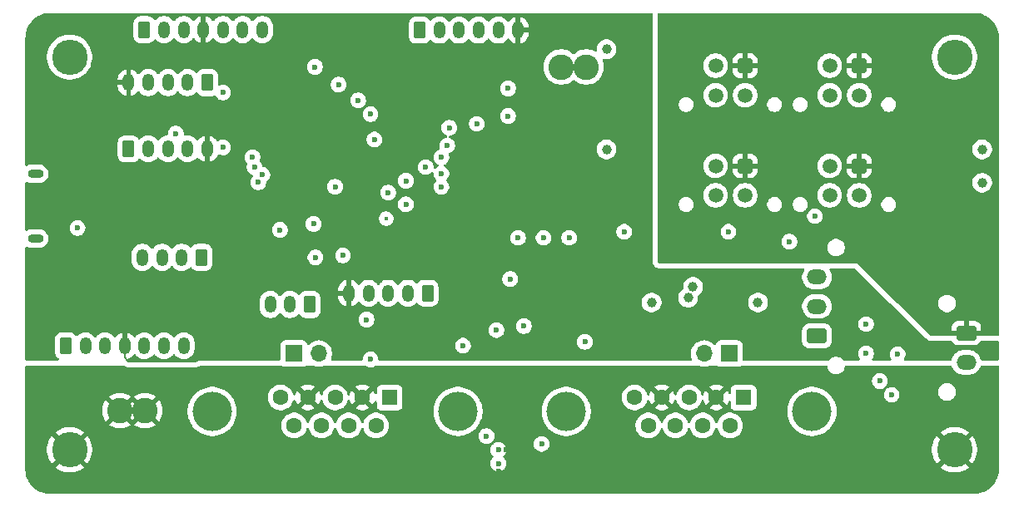
<source format=gbr>
%TF.GenerationSoftware,KiCad,Pcbnew,9.0.0*%
%TF.CreationDate,2025-05-15T11:56:12+12:00*%
%TF.ProjectId,Servo_Board,53657276-6f5f-4426-9f61-72642e6b6963,A*%
%TF.SameCoordinates,Original*%
%TF.FileFunction,Copper,L3,Inr*%
%TF.FilePolarity,Positive*%
%FSLAX46Y46*%
G04 Gerber Fmt 4.6, Leading zero omitted, Abs format (unit mm)*
G04 Created by KiCad (PCBNEW 9.0.0) date 2025-05-15 11:56:12*
%MOMM*%
%LPD*%
G01*
G04 APERTURE LIST*
G04 Aperture macros list*
%AMRoundRect*
0 Rectangle with rounded corners*
0 $1 Rounding radius*
0 $2 $3 $4 $5 $6 $7 $8 $9 X,Y pos of 4 corners*
0 Add a 4 corners polygon primitive as box body*
4,1,4,$2,$3,$4,$5,$6,$7,$8,$9,$2,$3,0*
0 Add four circle primitives for the rounded corners*
1,1,$1+$1,$2,$3*
1,1,$1+$1,$4,$5*
1,1,$1+$1,$6,$7*
1,1,$1+$1,$8,$9*
0 Add four rect primitives between the rounded corners*
20,1,$1+$1,$2,$3,$4,$5,0*
20,1,$1+$1,$4,$5,$6,$7,0*
20,1,$1+$1,$6,$7,$8,$9,0*
20,1,$1+$1,$8,$9,$2,$3,0*%
G04 Aperture macros list end*
%TA.AperFunction,ComponentPad*%
%ADD10C,2.600000*%
%TD*%
%TA.AperFunction,ComponentPad*%
%ADD11C,3.600000*%
%TD*%
%TA.AperFunction,ComponentPad*%
%ADD12RoundRect,0.250000X0.350000X0.625000X-0.350000X0.625000X-0.350000X-0.625000X0.350000X-0.625000X0*%
%TD*%
%TA.AperFunction,ComponentPad*%
%ADD13O,1.200000X1.750000*%
%TD*%
%TA.AperFunction,ComponentPad*%
%ADD14RoundRect,0.250000X-0.350000X-0.625000X0.350000X-0.625000X0.350000X0.625000X-0.350000X0.625000X0*%
%TD*%
%TA.AperFunction,ComponentPad*%
%ADD15R,1.700000X1.700000*%
%TD*%
%TA.AperFunction,ComponentPad*%
%ADD16O,1.700000X1.700000*%
%TD*%
%TA.AperFunction,HeatsinkPad*%
%ADD17O,1.600000X0.900000*%
%TD*%
%TA.AperFunction,ComponentPad*%
%ADD18RoundRect,0.250001X0.499999X0.499999X-0.499999X0.499999X-0.499999X-0.499999X0.499999X-0.499999X0*%
%TD*%
%TA.AperFunction,ComponentPad*%
%ADD19C,1.500000*%
%TD*%
%TA.AperFunction,ComponentPad*%
%ADD20RoundRect,0.250001X0.759999X-0.499999X0.759999X0.499999X-0.759999X0.499999X-0.759999X-0.499999X0*%
%TD*%
%TA.AperFunction,ComponentPad*%
%ADD21O,2.020000X1.500000*%
%TD*%
%TA.AperFunction,ComponentPad*%
%ADD22C,4.000000*%
%TD*%
%TA.AperFunction,ComponentPad*%
%ADD23R,1.600000X1.600000*%
%TD*%
%TA.AperFunction,ComponentPad*%
%ADD24C,1.600000*%
%TD*%
%TA.AperFunction,ComponentPad*%
%ADD25RoundRect,0.250001X-0.759999X0.499999X-0.759999X-0.499999X0.759999X-0.499999X0.759999X0.499999X0*%
%TD*%
%TA.AperFunction,ViaPad*%
%ADD26C,0.450000*%
%TD*%
%TA.AperFunction,ViaPad*%
%ADD27C,0.600000*%
%TD*%
%TA.AperFunction,ViaPad*%
%ADD28C,1.000000*%
%TD*%
%TA.AperFunction,Conductor*%
%ADD29C,0.200000*%
%TD*%
G04 APERTURE END LIST*
D10*
%TO.N,GND*%
%TO.C,TP20*%
X155000000Y-81000000D03*
X157540000Y-81000000D03*
%TD*%
%TO.N,GND*%
%TO.C,TP19*%
X110130000Y-116000000D03*
X112670000Y-116000000D03*
%TD*%
D11*
%TO.N,GND*%
%TO.C,H4*%
X195000000Y-120000000D03*
%TD*%
D12*
%TO.N,/SWCLK*%
%TO.C,J1*%
X118400000Y-100400000D03*
D13*
%TO.N,GND*%
X116400000Y-100400000D03*
%TO.N,/SWDIO*%
X114400000Y-100400000D03*
%TO.N,/NRST*%
X112400000Y-100400000D03*
%TD*%
D14*
%TO.N,GND*%
%TO.C,J18*%
X112600000Y-77200000D03*
D13*
%TO.N,/PWM_EXT*%
X114600000Y-77200000D03*
%TO.N,/A11*%
X116600000Y-77200000D03*
%TO.N,+3V3*%
X118600000Y-77200000D03*
%TO.N,/A9*%
X120600000Y-77200000D03*
%TO.N,/A8*%
X122600000Y-77200000D03*
%TO.N,GND*%
X124600000Y-77200000D03*
%TD*%
D15*
%TO.N,/CANL2*%
%TO.C,J10*%
X127800000Y-110200000D03*
D16*
%TO.N,Net-(J10-Pin_2)*%
X130340000Y-110200000D03*
%TD*%
D14*
%TO.N,GND*%
%TO.C,J8*%
X140600000Y-77250000D03*
D13*
%TO.N,/SPI_MOSI*%
X142600000Y-77250000D03*
%TO.N,/SPI_MISO*%
X144600000Y-77250000D03*
%TO.N,/SPI_SCK*%
X146600000Y-77250000D03*
%TO.N,/SPI_CS*%
X148600000Y-77250000D03*
%TO.N,+3V3*%
X150600000Y-77250000D03*
%TD*%
D11*
%TO.N,GND*%
%TO.C,H3*%
X105000000Y-120000000D03*
%TD*%
D15*
%TO.N,/CANH1*%
%TO.C,J9*%
X172075000Y-110200000D03*
D16*
%TO.N,Net-(J9-Pin_2)*%
X169535000Y-110200000D03*
%TD*%
D11*
%TO.N,GND*%
%TO.C,H2*%
X195000000Y-80000000D03*
%TD*%
D12*
%TO.N,/UART2_RX*%
%TO.C,J2*%
X129400000Y-105200000D03*
D13*
%TO.N,GND*%
X127400000Y-105200000D03*
%TO.N,/UART2_TX*%
X125400000Y-105200000D03*
%TD*%
D17*
%TO.N,unconnected-(J4-Shield-Pad6)*%
%TO.C,J4*%
X101525000Y-91900000D03*
%TO.N,unconnected-(J4-Shield-Pad6)_1*%
X101525000Y-98500000D03*
%TD*%
D11*
%TO.N,GND*%
%TO.C,H1*%
X105000000Y-80000000D03*
%TD*%
D18*
%TO.N,+7V4*%
%TO.C,J17*%
X173700000Y-80880000D03*
D19*
%TO.N,/PWM_D*%
X170700000Y-80880000D03*
%TO.N,GND*%
X173700000Y-83880000D03*
%TO.N,Net-(J17-Pin_4)*%
X170700000Y-83880000D03*
%TD*%
D18*
%TO.N,+7V4*%
%TO.C,J16*%
X185300000Y-80880000D03*
D19*
%TO.N,/PWM_C*%
X182300000Y-80880000D03*
%TO.N,GND*%
X185300000Y-83880000D03*
%TO.N,Net-(J16-Pin_4)*%
X182300000Y-83880000D03*
%TD*%
D20*
%TO.N,Net-(J19-Pin_1)*%
%TO.C,J19*%
X181000000Y-108400000D03*
D21*
%TO.N,GND*%
X181000000Y-105400000D03*
X181000000Y-102400000D03*
%TD*%
D22*
%TO.N,N/C*%
%TO.C,J12*%
X144500000Y-116094669D03*
X119500000Y-116094669D03*
D23*
%TO.N,/+7V4_CAN*%
X137540000Y-114674669D03*
D24*
%TO.N,GND*%
X134770000Y-114674669D03*
%TO.N,/CAN2_AUX*%
X132000000Y-114674669D03*
%TO.N,GND*%
X129230000Y-114674669D03*
%TO.N,/+7V4_CAN*%
X126460000Y-114674669D03*
%TO.N,/CANH1*%
X136155000Y-117514669D03*
%TO.N,/CANL1*%
X133385000Y-117514669D03*
%TO.N,/CANH2*%
X130615000Y-117514669D03*
%TO.N,/CANL2*%
X127845000Y-117514669D03*
%TD*%
D14*
%TO.N,GND*%
%TO.C,J5*%
X111000000Y-89350000D03*
D13*
%TO.N,/I2C1_SDA*%
X113000000Y-89350000D03*
%TO.N,unconnected-(J5-Pin_3-Pad3)*%
X115000000Y-89350000D03*
%TO.N,/I2C1_SCL*%
X117000000Y-89350000D03*
%TO.N,+3V3*%
X119000000Y-89350000D03*
%TD*%
D18*
%TO.N,+7V4*%
%TO.C,J15*%
X173700000Y-91080000D03*
D19*
%TO.N,/PWM_A*%
X170700000Y-91080000D03*
%TO.N,GND*%
X173700000Y-94080000D03*
%TO.N,Net-(J15-Pin_4)*%
X170700000Y-94080000D03*
%TD*%
D14*
%TO.N,GND*%
%TO.C,J3*%
X104600000Y-109400000D03*
D13*
%TO.N,/E1*%
X106600000Y-109400000D03*
%TO.N,/E2*%
X108600000Y-109400000D03*
%TO.N,+3V3*%
X110600000Y-109400000D03*
%TO.N,/E3*%
X112600000Y-109400000D03*
%TO.N,/E4*%
X114600000Y-109400000D03*
%TO.N,GND*%
X116600000Y-109400000D03*
%TD*%
D22*
%TO.N,N/C*%
%TO.C,J6*%
X180500000Y-116094669D03*
X155500000Y-116094669D03*
D23*
%TO.N,/+7V4_CAN*%
X173540000Y-114674669D03*
D24*
%TO.N,GND*%
X170770000Y-114674669D03*
%TO.N,/CAN1_AUX*%
X168000000Y-114674669D03*
%TO.N,GND*%
X165230000Y-114674669D03*
%TO.N,/+7V4_CAN*%
X162460000Y-114674669D03*
%TO.N,/CANH1*%
X172155000Y-117514669D03*
%TO.N,/CANL1*%
X169385000Y-117514669D03*
%TO.N,/CANH2*%
X166615000Y-117514669D03*
%TO.N,/CANL2*%
X163845000Y-117514669D03*
%TD*%
D12*
%TO.N,GND*%
%TO.C,J7*%
X141400000Y-104050000D03*
D13*
%TO.N,/I2C2_SDA*%
X139400000Y-104050000D03*
%TO.N,unconnected-(J7-Pin_3-Pad3)*%
X137400000Y-104050000D03*
%TO.N,/I2C2_SCL*%
X135400000Y-104050000D03*
%TO.N,+3V3*%
X133400000Y-104050000D03*
%TD*%
D12*
%TO.N,GND*%
%TO.C,J11*%
X119000000Y-82600000D03*
D13*
%TO.N,/I2C3_SDA*%
X117000000Y-82600000D03*
%TO.N,unconnected-(J11-Pin_3-Pad3)*%
X115000000Y-82600000D03*
%TO.N,/I2C3_SCL*%
X113000000Y-82600000D03*
%TO.N,+3V3*%
X111000000Y-82600000D03*
%TD*%
D18*
%TO.N,+7V4*%
%TO.C,J14*%
X185300000Y-91080000D03*
D19*
%TO.N,/PWM_B*%
X182300000Y-91080000D03*
%TO.N,GND*%
X185300000Y-94080000D03*
%TO.N,Net-(J14-Pin_4)*%
X182300000Y-94080000D03*
%TD*%
D25*
%TO.N,+7V4*%
%TO.C,SW1*%
X196185000Y-108100000D03*
D21*
%TO.N,Net-(SW1-Pin_2)*%
X196185000Y-111100000D03*
%TD*%
D26*
%TO.N,+3V3*%
X137200000Y-95200000D03*
D27*
X155400000Y-109800000D03*
D26*
X137200000Y-105800000D03*
D27*
X194200000Y-109800000D03*
X109000000Y-103200000D03*
X179200000Y-110200000D03*
X117200000Y-92400000D03*
D28*
X163000000Y-102800000D03*
X161800000Y-102800000D03*
X159850000Y-99800000D03*
D27*
X147200000Y-110600000D03*
X145775000Y-104000000D03*
D28*
X164400000Y-102800000D03*
D26*
X136200000Y-92400000D03*
X136200000Y-95200000D03*
D27*
X111800000Y-92400000D03*
X143000000Y-108400000D03*
X122800000Y-85600000D03*
%TO.N,GND*%
X141200000Y-91200000D03*
X148400000Y-107800000D03*
X105800000Y-97400000D03*
D28*
X159600000Y-89400000D03*
X175000000Y-105000000D03*
D27*
X132000000Y-93200000D03*
D26*
X137200894Y-96447971D03*
D27*
X151200000Y-107400000D03*
D28*
X168400000Y-103400000D03*
D27*
X148600000Y-122200000D03*
X137400000Y-93800000D03*
X132350000Y-82800000D03*
X161400000Y-97800000D03*
X149400000Y-120000000D03*
X139200000Y-92600000D03*
D28*
X159600000Y-79200000D03*
D27*
X149800000Y-102600000D03*
X150600000Y-98400000D03*
X177800000Y-117400000D03*
D28*
X197800000Y-92800000D03*
D27*
X134350000Y-84400000D03*
X173000000Y-122000000D03*
X186000000Y-110200000D03*
X180800000Y-96200000D03*
X129950000Y-81000000D03*
X177575000Y-118000000D03*
X139200000Y-95000000D03*
X135600000Y-85800000D03*
X172000000Y-97800000D03*
X145000000Y-109400000D03*
X135200000Y-106740000D03*
X178200000Y-98800000D03*
D28*
X164200000Y-105000000D03*
D27*
X186000000Y-107200000D03*
D28*
X167900000Y-104500000D03*
D27*
X153200000Y-98400000D03*
X115800000Y-87800000D03*
X155800000Y-98400000D03*
D28*
X197800000Y-89400000D03*
D27*
X136000000Y-88400000D03*
X173000000Y-121000000D03*
D28*
%TO.N,+7V4*%
X196185000Y-106000000D03*
D27*
X168000000Y-96200000D03*
D28*
X196185000Y-104200000D03*
X191200000Y-92000000D03*
X191200000Y-97900000D03*
D27*
%TO.N,Net-(D8-A)*%
X188600000Y-114400000D03*
X187400000Y-113000000D03*
X189200000Y-110250002D03*
%TO.N,/CANL1*%
X147400000Y-118600000D03*
%TO.N,/CANH1*%
X153000000Y-119400000D03*
%TO.N,/CAN1_AUX*%
X132800000Y-100200000D03*
X157400000Y-109000000D03*
%TO.N,/CANL2*%
X148600000Y-121400000D03*
X148600000Y-120000000D03*
%TO.N,/CAN2_AUX*%
X130000000Y-100400000D03*
X135600000Y-110800000D03*
%TO.N,Net-(J14-Pin_4)*%
X146400000Y-86800000D03*
%TO.N,/PWM_B*%
X124180721Y-92750000D03*
X142800000Y-93201000D03*
%TO.N,Net-(J15-Pin_4)*%
X143600000Y-87200000D03*
%TO.N,/PWM_A*%
X124600000Y-92000000D03*
X142800000Y-91874000D03*
%TO.N,/PWM_C*%
X142800000Y-90200000D03*
X123800000Y-91200000D03*
%TO.N,Net-(J16-Pin_4)*%
X149600000Y-86000000D03*
%TO.N,/PWM_D*%
X123600000Y-90200000D03*
X143400000Y-89001000D03*
%TO.N,Net-(J17-Pin_4)*%
X149600000Y-83200000D03*
%TO.N,/PWM_EXT*%
X120600000Y-89200000D03*
X120600000Y-83600000D03*
%TO.N,/LED1*%
X126400000Y-97600000D03*
%TO.N,/LED2*%
X129800000Y-97000000D03*
%TD*%
D29*
%TO.N,+3V3*%
X118800000Y-110000000D02*
X118800000Y-109600000D01*
X110600000Y-110600000D02*
X111000000Y-111000000D01*
X111000000Y-111000000D02*
X117800000Y-111000000D01*
X117800000Y-111000000D02*
X118800000Y-110000000D01*
X110600000Y-109400000D02*
X110600000Y-110600000D01*
%TD*%
%TA.AperFunction,Conductor*%
%TO.N,+3V3*%
G36*
X164237539Y-75520185D02*
G01*
X164283294Y-75572989D01*
X164294500Y-75624500D01*
X164294500Y-79882341D01*
X164294500Y-80821361D01*
X164294500Y-83821361D01*
X164294500Y-84794880D01*
X164294500Y-89351244D01*
X164294500Y-91021361D01*
X164294500Y-92751244D01*
X164294500Y-94021361D01*
X164294500Y-94994880D01*
X164294500Y-96170941D01*
X164294500Y-97770941D01*
X164294500Y-98770941D01*
X164294500Y-99362570D01*
X164294500Y-100876000D01*
X164294501Y-100876009D01*
X164306052Y-100983450D01*
X164306054Y-100983462D01*
X164317260Y-101034972D01*
X164351383Y-101137497D01*
X164351386Y-101137503D01*
X164429171Y-101258537D01*
X164429179Y-101258548D01*
X164474923Y-101311340D01*
X164474926Y-101311343D01*
X164474930Y-101311347D01*
X164583664Y-101405567D01*
X164714541Y-101465338D01*
X164781580Y-101485023D01*
X164781584Y-101485024D01*
X164924000Y-101505500D01*
X179600825Y-101505500D01*
X179667864Y-101525185D01*
X179713619Y-101577989D01*
X179723563Y-101647147D01*
X179701143Y-101702385D01*
X179695746Y-101709814D01*
X179670476Y-101744594D01*
X179581117Y-101919970D01*
X179520290Y-102107173D01*
X179489500Y-102301577D01*
X179489500Y-102498422D01*
X179520290Y-102692826D01*
X179581117Y-102880029D01*
X179664220Y-103043127D01*
X179670476Y-103055405D01*
X179786172Y-103214646D01*
X179925354Y-103353828D01*
X180084595Y-103469524D01*
X180167455Y-103511743D01*
X180259970Y-103558882D01*
X180259972Y-103558882D01*
X180259975Y-103558884D01*
X180360317Y-103591487D01*
X180447173Y-103619709D01*
X180641578Y-103650500D01*
X180641583Y-103650500D01*
X181358422Y-103650500D01*
X181552826Y-103619709D01*
X181601465Y-103603905D01*
X181740025Y-103558884D01*
X181915405Y-103469524D01*
X182074646Y-103353828D01*
X182213828Y-103214646D01*
X182329524Y-103055405D01*
X182418884Y-102880025D01*
X182479709Y-102692826D01*
X182490790Y-102622863D01*
X182510500Y-102498422D01*
X182510500Y-102301577D01*
X182479709Y-102107173D01*
X182418882Y-101919970D01*
X182357499Y-101799500D01*
X182329524Y-101744595D01*
X182298856Y-101702385D01*
X182275377Y-101636580D01*
X182291202Y-101568526D01*
X182341308Y-101519831D01*
X182399175Y-101505500D01*
X184744157Y-101505500D01*
X184811196Y-101525185D01*
X184830661Y-101540658D01*
X187790083Y-104422200D01*
X188447760Y-105062570D01*
X188768590Y-105374957D01*
X191498974Y-108033489D01*
X191566671Y-108099404D01*
X191566672Y-108099406D01*
X192102180Y-108620821D01*
X192211247Y-108727018D01*
X192249337Y-108760551D01*
X192249344Y-108760556D01*
X192249348Y-108760560D01*
X192268790Y-108776015D01*
X192268796Y-108776019D01*
X192268802Y-108776024D01*
X192310060Y-108805567D01*
X192440937Y-108865338D01*
X192507976Y-108885023D01*
X192507980Y-108885024D01*
X192650396Y-108905500D01*
X192650399Y-108905500D01*
X194573640Y-108905500D01*
X194578630Y-108905232D01*
X194627678Y-108902603D01*
X194645762Y-108900658D01*
X194714520Y-108913060D01*
X194764559Y-108958849D01*
X194832288Y-109068654D01*
X194956344Y-109192710D01*
X194956348Y-109192713D01*
X195105662Y-109284812D01*
X195105664Y-109284813D01*
X195105666Y-109284814D01*
X195272203Y-109339999D01*
X195374992Y-109350500D01*
X195374997Y-109350500D01*
X196995003Y-109350500D01*
X196995008Y-109350500D01*
X197097797Y-109339999D01*
X197264334Y-109284814D01*
X197413655Y-109192711D01*
X197537711Y-109068655D01*
X197608528Y-108953842D01*
X197660474Y-108907121D01*
X197729437Y-108895898D01*
X197731602Y-108896189D01*
X197796362Y-108905500D01*
X197796365Y-108905500D01*
X199375500Y-108905500D01*
X199442539Y-108925185D01*
X199488294Y-108977989D01*
X199499500Y-109029500D01*
X199499500Y-110770500D01*
X199479815Y-110837539D01*
X199427011Y-110883294D01*
X199375500Y-110894500D01*
X197783175Y-110894500D01*
X197716136Y-110874815D01*
X197670381Y-110822011D01*
X197665244Y-110808819D01*
X197603882Y-110619970D01*
X197539522Y-110493657D01*
X197514524Y-110444595D01*
X197398828Y-110285354D01*
X197259646Y-110146172D01*
X197100405Y-110030476D01*
X197072999Y-110016512D01*
X196925029Y-109941117D01*
X196737826Y-109880290D01*
X196543422Y-109849500D01*
X196543417Y-109849500D01*
X195826583Y-109849500D01*
X195826578Y-109849500D01*
X195632173Y-109880290D01*
X195444970Y-109941117D01*
X195269594Y-110030476D01*
X195186839Y-110090602D01*
X195110354Y-110146172D01*
X195110352Y-110146174D01*
X195110351Y-110146174D01*
X194971174Y-110285351D01*
X194971174Y-110285352D01*
X194971172Y-110285354D01*
X194928320Y-110344334D01*
X194855476Y-110444594D01*
X194766117Y-110619972D01*
X194766116Y-110619974D01*
X194766116Y-110619975D01*
X194712213Y-110785872D01*
X194704757Y-110808818D01*
X194665319Y-110866494D01*
X194600961Y-110893692D01*
X194586826Y-110894500D01*
X189964102Y-110894500D01*
X189897063Y-110874815D01*
X189851308Y-110822011D01*
X189841364Y-110752853D01*
X189861000Y-110701609D01*
X189909390Y-110629187D01*
X189909390Y-110629186D01*
X189909394Y-110629181D01*
X189913209Y-110619972D01*
X189956896Y-110514500D01*
X189969737Y-110483499D01*
X190000500Y-110328844D01*
X190000500Y-110171160D01*
X190000500Y-110171157D01*
X190000499Y-110171155D01*
X189995530Y-110146174D01*
X189969737Y-110016505D01*
X189935023Y-109932697D01*
X189909397Y-109870829D01*
X189909390Y-109870816D01*
X189821789Y-109739713D01*
X189821786Y-109739709D01*
X189710292Y-109628215D01*
X189710288Y-109628212D01*
X189579185Y-109540611D01*
X189579172Y-109540604D01*
X189433501Y-109480266D01*
X189433489Y-109480263D01*
X189278845Y-109449502D01*
X189278842Y-109449502D01*
X189121158Y-109449502D01*
X189121155Y-109449502D01*
X188966510Y-109480263D01*
X188966498Y-109480266D01*
X188820827Y-109540604D01*
X188820814Y-109540611D01*
X188689711Y-109628212D01*
X188689707Y-109628215D01*
X188578213Y-109739709D01*
X188578210Y-109739713D01*
X188490609Y-109870816D01*
X188490602Y-109870829D01*
X188430264Y-110016500D01*
X188430261Y-110016512D01*
X188399500Y-110171155D01*
X188399500Y-110328848D01*
X188430261Y-110483491D01*
X188430264Y-110483503D01*
X188490602Y-110629174D01*
X188490609Y-110629187D01*
X188539000Y-110701609D01*
X188559878Y-110768287D01*
X188541393Y-110835667D01*
X188489414Y-110882357D01*
X188435898Y-110894500D01*
X186730691Y-110894500D01*
X186663652Y-110874815D01*
X186617897Y-110822011D01*
X186607953Y-110752853D01*
X186627589Y-110701609D01*
X186709390Y-110579185D01*
X186709390Y-110579184D01*
X186709394Y-110579179D01*
X186769737Y-110433497D01*
X186800500Y-110278842D01*
X186800500Y-110121158D01*
X186800500Y-110121155D01*
X186800499Y-110121153D01*
X186798159Y-110109390D01*
X186769737Y-109966503D01*
X186759222Y-109941117D01*
X186709397Y-109820827D01*
X186709390Y-109820814D01*
X186621789Y-109689711D01*
X186621786Y-109689707D01*
X186510292Y-109578213D01*
X186510288Y-109578210D01*
X186379185Y-109490609D01*
X186379172Y-109490602D01*
X186233501Y-109430264D01*
X186233489Y-109430261D01*
X186078845Y-109399500D01*
X186078842Y-109399500D01*
X185921158Y-109399500D01*
X185921155Y-109399500D01*
X185766510Y-109430261D01*
X185766498Y-109430264D01*
X185620827Y-109490602D01*
X185620814Y-109490609D01*
X185489711Y-109578210D01*
X185489707Y-109578213D01*
X185378213Y-109689707D01*
X185378210Y-109689711D01*
X185290609Y-109820814D01*
X185290602Y-109820827D01*
X185230264Y-109966498D01*
X185230261Y-109966510D01*
X185199500Y-110121153D01*
X185199500Y-110278846D01*
X185230261Y-110433489D01*
X185230264Y-110433501D01*
X185290602Y-110579172D01*
X185290609Y-110579185D01*
X185372411Y-110701609D01*
X185393289Y-110768286D01*
X185374805Y-110835667D01*
X185322826Y-110882357D01*
X185269309Y-110894500D01*
X183964599Y-110894500D01*
X183906100Y-110897897D01*
X183906081Y-110897899D01*
X183877597Y-110901219D01*
X183877566Y-110901223D01*
X183819844Y-110911372D01*
X183816737Y-110912595D01*
X183814926Y-110912757D01*
X183813850Y-110913060D01*
X183813793Y-110912858D01*
X183747145Y-110918821D01*
X183685235Y-110886434D01*
X183668237Y-110866093D01*
X183647814Y-110835527D01*
X183647810Y-110835522D01*
X183524477Y-110712189D01*
X183524473Y-110712186D01*
X183379448Y-110615283D01*
X183379439Y-110615278D01*
X183218291Y-110548529D01*
X183218283Y-110548527D01*
X183047218Y-110514500D01*
X183047214Y-110514500D01*
X182872786Y-110514500D01*
X182872781Y-110514500D01*
X182701716Y-110548527D01*
X182701708Y-110548529D01*
X182540560Y-110615278D01*
X182540551Y-110615283D01*
X182395526Y-110712186D01*
X182395522Y-110712189D01*
X182272189Y-110835522D01*
X182272186Y-110835526D01*
X182249823Y-110868995D01*
X182196210Y-110913800D01*
X182126885Y-110922507D01*
X182111786Y-110919081D01*
X182097808Y-110914977D01*
X182097810Y-110914977D01*
X182097805Y-110914976D01*
X182027667Y-110904892D01*
X181955388Y-110894500D01*
X181955386Y-110894500D01*
X173549500Y-110894500D01*
X173482461Y-110874815D01*
X173436706Y-110822011D01*
X173425500Y-110770500D01*
X173425499Y-109302129D01*
X173425498Y-109302123D01*
X173425497Y-109302116D01*
X173419091Y-109242517D01*
X173417810Y-109239083D01*
X173368797Y-109107671D01*
X173368793Y-109107664D01*
X173282547Y-108992455D01*
X173282544Y-108992452D01*
X173167335Y-108906206D01*
X173167328Y-108906202D01*
X173032482Y-108855908D01*
X173032483Y-108855908D01*
X172972883Y-108849501D01*
X172972881Y-108849500D01*
X172972873Y-108849500D01*
X172972864Y-108849500D01*
X171177129Y-108849500D01*
X171177123Y-108849501D01*
X171117516Y-108855908D01*
X170982671Y-108906202D01*
X170982664Y-108906206D01*
X170867455Y-108992452D01*
X170867452Y-108992455D01*
X170781206Y-109107664D01*
X170781203Y-109107669D01*
X170732189Y-109239083D01*
X170690317Y-109295016D01*
X170624853Y-109319433D01*
X170556580Y-109304581D01*
X170528326Y-109283430D01*
X170414786Y-109169890D01*
X170242820Y-109044951D01*
X170053414Y-108948444D01*
X170053413Y-108948443D01*
X170053412Y-108948443D01*
X169851243Y-108882754D01*
X169851241Y-108882753D01*
X169851240Y-108882753D01*
X169689957Y-108857208D01*
X169641287Y-108849500D01*
X169428713Y-108849500D01*
X169380042Y-108857208D01*
X169218760Y-108882753D01*
X169016585Y-108948444D01*
X168827179Y-109044951D01*
X168655213Y-109169890D01*
X168504890Y-109320213D01*
X168379951Y-109492179D01*
X168283444Y-109681585D01*
X168217753Y-109883760D01*
X168194549Y-110030264D01*
X168184500Y-110093713D01*
X168184500Y-110306287D01*
X168184859Y-110308551D01*
X168217463Y-110514411D01*
X168217754Y-110516243D01*
X168234083Y-110566498D01*
X168283445Y-110718419D01*
X168285310Y-110722921D01*
X168283146Y-110723817D01*
X168294175Y-110783077D01*
X168267792Y-110847774D01*
X168210620Y-110887937D01*
X168170814Y-110894500D01*
X147281353Y-110894500D01*
X147278323Y-110894649D01*
X147278320Y-110894601D01*
X147270190Y-110895000D01*
X147129810Y-110895000D01*
X147121679Y-110894601D01*
X147121677Y-110894649D01*
X147118647Y-110894500D01*
X147118644Y-110894500D01*
X136524500Y-110894500D01*
X136457461Y-110874815D01*
X136411706Y-110822011D01*
X136400500Y-110770500D01*
X136400500Y-110721155D01*
X136400499Y-110721153D01*
X136398338Y-110710289D01*
X136369737Y-110566503D01*
X136348003Y-110514032D01*
X136309397Y-110420827D01*
X136309390Y-110420814D01*
X136221789Y-110289711D01*
X136221786Y-110289707D01*
X136110292Y-110178213D01*
X136110288Y-110178210D01*
X135979185Y-110090609D01*
X135979172Y-110090602D01*
X135833501Y-110030264D01*
X135833489Y-110030261D01*
X135678845Y-109999500D01*
X135678842Y-109999500D01*
X135521158Y-109999500D01*
X135521155Y-109999500D01*
X135366510Y-110030261D01*
X135366498Y-110030264D01*
X135220827Y-110090602D01*
X135220814Y-110090609D01*
X135089711Y-110178210D01*
X135089707Y-110178213D01*
X134978213Y-110289707D01*
X134978210Y-110289711D01*
X134890609Y-110420814D01*
X134890602Y-110420827D01*
X134830264Y-110566498D01*
X134830261Y-110566510D01*
X134799500Y-110721153D01*
X134799500Y-110770500D01*
X134779815Y-110837539D01*
X134727011Y-110883294D01*
X134675500Y-110894500D01*
X131704186Y-110894500D01*
X131637147Y-110874815D01*
X131591392Y-110822011D01*
X131581448Y-110752853D01*
X131590769Y-110723368D01*
X131589690Y-110722921D01*
X131591554Y-110718419D01*
X131591554Y-110718415D01*
X131591557Y-110718412D01*
X131657246Y-110516243D01*
X131690500Y-110306287D01*
X131690500Y-110093713D01*
X131657246Y-109883757D01*
X131591557Y-109681588D01*
X131495051Y-109492184D01*
X131419322Y-109387951D01*
X131419321Y-109387948D01*
X131370791Y-109321153D01*
X144199500Y-109321153D01*
X144199500Y-109478846D01*
X144230261Y-109633489D01*
X144230264Y-109633501D01*
X144290602Y-109779172D01*
X144290609Y-109779185D01*
X144378210Y-109910288D01*
X144378213Y-109910292D01*
X144489707Y-110021786D01*
X144489711Y-110021789D01*
X144620814Y-110109390D01*
X144620827Y-110109397D01*
X144709616Y-110146174D01*
X144766503Y-110169737D01*
X144921153Y-110200499D01*
X144921156Y-110200500D01*
X144921158Y-110200500D01*
X145078844Y-110200500D01*
X145078845Y-110200499D01*
X145233497Y-110169737D01*
X145379179Y-110109394D01*
X145510289Y-110021789D01*
X145621789Y-109910289D01*
X145709394Y-109779179D01*
X145769737Y-109633497D01*
X145800500Y-109478842D01*
X145800500Y-109321158D01*
X145800500Y-109321155D01*
X145800499Y-109321153D01*
X145793270Y-109284812D01*
X145769737Y-109166503D01*
X145745368Y-109107671D01*
X145709397Y-109020827D01*
X145709390Y-109020814D01*
X145684763Y-108983957D01*
X145642798Y-108921153D01*
X156599500Y-108921153D01*
X156599500Y-109078846D01*
X156630261Y-109233489D01*
X156630264Y-109233501D01*
X156690602Y-109379172D01*
X156690609Y-109379185D01*
X156778210Y-109510288D01*
X156778213Y-109510292D01*
X156889707Y-109621786D01*
X156889711Y-109621789D01*
X157020814Y-109709390D01*
X157020827Y-109709397D01*
X157146885Y-109761611D01*
X157166503Y-109769737D01*
X157321153Y-109800499D01*
X157321156Y-109800500D01*
X157321158Y-109800500D01*
X157478844Y-109800500D01*
X157478845Y-109800499D01*
X157633497Y-109769737D01*
X157779179Y-109709394D01*
X157910289Y-109621789D01*
X158021789Y-109510289D01*
X158109394Y-109379179D01*
X158169737Y-109233497D01*
X158200500Y-109078842D01*
X158200500Y-108921158D01*
X158200500Y-108921155D01*
X158200499Y-108921153D01*
X158189787Y-108867299D01*
X158169737Y-108766503D01*
X158167272Y-108760551D01*
X158109397Y-108620827D01*
X158109390Y-108620814D01*
X158021789Y-108489711D01*
X158021786Y-108489707D01*
X157910292Y-108378213D01*
X157910288Y-108378210D01*
X157779185Y-108290609D01*
X157779172Y-108290602D01*
X157633501Y-108230264D01*
X157633489Y-108230261D01*
X157478845Y-108199500D01*
X157478842Y-108199500D01*
X157321158Y-108199500D01*
X157321155Y-108199500D01*
X157166510Y-108230261D01*
X157166498Y-108230264D01*
X157020827Y-108290602D01*
X157020814Y-108290609D01*
X156889711Y-108378210D01*
X156889707Y-108378213D01*
X156778213Y-108489707D01*
X156778210Y-108489711D01*
X156690609Y-108620814D01*
X156690602Y-108620827D01*
X156630264Y-108766498D01*
X156630261Y-108766510D01*
X156599500Y-108921153D01*
X145642798Y-108921153D01*
X145621789Y-108889711D01*
X145621786Y-108889707D01*
X145510292Y-108778213D01*
X145510288Y-108778210D01*
X145379185Y-108690609D01*
X145379172Y-108690602D01*
X145233501Y-108630264D01*
X145233489Y-108630261D01*
X145078845Y-108599500D01*
X145078842Y-108599500D01*
X144921158Y-108599500D01*
X144921155Y-108599500D01*
X144766510Y-108630261D01*
X144766498Y-108630264D01*
X144620827Y-108690602D01*
X144620814Y-108690609D01*
X144489711Y-108778210D01*
X144489707Y-108778213D01*
X144378213Y-108889707D01*
X144378210Y-108889711D01*
X144290609Y-109020814D01*
X144290602Y-109020827D01*
X144230264Y-109166498D01*
X144230261Y-109166510D01*
X144199500Y-109321153D01*
X131370791Y-109321153D01*
X131370109Y-109320214D01*
X131370105Y-109320209D01*
X131219786Y-109169890D01*
X131047820Y-109044951D01*
X130858414Y-108948444D01*
X130858413Y-108948443D01*
X130858412Y-108948443D01*
X130656243Y-108882754D01*
X130656241Y-108882753D01*
X130656240Y-108882753D01*
X130494957Y-108857208D01*
X130446287Y-108849500D01*
X130233713Y-108849500D01*
X130185042Y-108857208D01*
X130023760Y-108882753D01*
X129821585Y-108948444D01*
X129632179Y-109044951D01*
X129460215Y-109169889D01*
X129346673Y-109283431D01*
X129285350Y-109316915D01*
X129215658Y-109311931D01*
X129159725Y-109270059D01*
X129142810Y-109239082D01*
X129093797Y-109107671D01*
X129093793Y-109107664D01*
X129007547Y-108992455D01*
X129007544Y-108992452D01*
X128892335Y-108906206D01*
X128892328Y-108906202D01*
X128757482Y-108855908D01*
X128757483Y-108855908D01*
X128697883Y-108849501D01*
X128697881Y-108849500D01*
X128697873Y-108849500D01*
X128697864Y-108849500D01*
X126902129Y-108849500D01*
X126902123Y-108849501D01*
X126842516Y-108855908D01*
X126707671Y-108906202D01*
X126707664Y-108906206D01*
X126592455Y-108992452D01*
X126592452Y-108992455D01*
X126506206Y-109107664D01*
X126506202Y-109107671D01*
X126455908Y-109242517D01*
X126449501Y-109302116D01*
X126449500Y-109302127D01*
X126449500Y-110097447D01*
X126449501Y-110770500D01*
X126429816Y-110837539D01*
X126377013Y-110883294D01*
X126325501Y-110894500D01*
X118300598Y-110894500D01*
X118284381Y-110895368D01*
X118279904Y-110895608D01*
X118277572Y-110895711D01*
X118250423Y-110896652D01*
X118249936Y-110896527D01*
X118243607Y-110897081D01*
X118233523Y-110898797D01*
X118233507Y-110898798D01*
X118233506Y-110898799D01*
X118232279Y-110898930D01*
X118225035Y-110899710D01*
X118220186Y-110900232D01*
X118220168Y-110900234D01*
X118218487Y-110900416D01*
X118218468Y-110900419D01*
X118203152Y-110902067D01*
X118192068Y-110904787D01*
X118166813Y-110908880D01*
X118166801Y-110908883D01*
X118127367Y-110923589D01*
X118114638Y-110927570D01*
X118113447Y-110927873D01*
X118105644Y-110929701D01*
X118104484Y-110930154D01*
X118104467Y-110930159D01*
X118100792Y-110931598D01*
X118100776Y-110931604D01*
X118056918Y-110948758D01*
X118056487Y-110948936D01*
X118040488Y-110955198D01*
X118038005Y-110956605D01*
X118033397Y-110958517D01*
X118031993Y-110959158D01*
X117978102Y-110988583D01*
X117963826Y-110998659D01*
X117915388Y-111026122D01*
X117915380Y-111026127D01*
X117909165Y-111030935D01*
X117909159Y-111030940D01*
X117909156Y-111030943D01*
X117871538Y-111064066D01*
X117847159Y-111075435D01*
X117824530Y-111089978D01*
X117812160Y-111091756D01*
X117808218Y-111093595D01*
X117789595Y-111095001D01*
X117715300Y-111095001D01*
X117715237Y-111095000D01*
X117713331Y-111095000D01*
X111009990Y-111095000D01*
X110942951Y-111075315D01*
X110927131Y-111063252D01*
X110904264Y-111042712D01*
X110889659Y-111030943D01*
X110883616Y-111026073D01*
X110839738Y-110994433D01*
X110839734Y-110994431D01*
X110817768Y-110984399D01*
X110764965Y-110938644D01*
X110745282Y-110871604D01*
X110764968Y-110804565D01*
X110817773Y-110758811D01*
X110849891Y-110749132D01*
X110857585Y-110747913D01*
X111022257Y-110694408D01*
X111176524Y-110615804D01*
X111316602Y-110514032D01*
X111439036Y-110391598D01*
X111499371Y-110308552D01*
X111554700Y-110265886D01*
X111624313Y-110259905D01*
X111686109Y-110292510D01*
X111700008Y-110308550D01*
X111700318Y-110308976D01*
X111760586Y-110391928D01*
X111883072Y-110514414D01*
X112023212Y-110616232D01*
X112177555Y-110694873D01*
X112342299Y-110748402D01*
X112513389Y-110775500D01*
X112513390Y-110775500D01*
X112686610Y-110775500D01*
X112686611Y-110775500D01*
X112857701Y-110748402D01*
X113022445Y-110694873D01*
X113176788Y-110616232D01*
X113316928Y-110514414D01*
X113439414Y-110391928D01*
X113499682Y-110308975D01*
X113555012Y-110266311D01*
X113624626Y-110260332D01*
X113686421Y-110292938D01*
X113700315Y-110308973D01*
X113760586Y-110391928D01*
X113883072Y-110514414D01*
X114023212Y-110616232D01*
X114177555Y-110694873D01*
X114342299Y-110748402D01*
X114513389Y-110775500D01*
X114513390Y-110775500D01*
X114686610Y-110775500D01*
X114686611Y-110775500D01*
X114857701Y-110748402D01*
X115022445Y-110694873D01*
X115176788Y-110616232D01*
X115316928Y-110514414D01*
X115439414Y-110391928D01*
X115499682Y-110308975D01*
X115555012Y-110266311D01*
X115624626Y-110260332D01*
X115686421Y-110292938D01*
X115700315Y-110308973D01*
X115760586Y-110391928D01*
X115883072Y-110514414D01*
X116023212Y-110616232D01*
X116177555Y-110694873D01*
X116342299Y-110748402D01*
X116513389Y-110775500D01*
X116513390Y-110775500D01*
X116686610Y-110775500D01*
X116686611Y-110775500D01*
X116857701Y-110748402D01*
X117022445Y-110694873D01*
X117176788Y-110616232D01*
X117316928Y-110514414D01*
X117439414Y-110391928D01*
X117541232Y-110251788D01*
X117619873Y-110097445D01*
X117673402Y-109932701D01*
X117700500Y-109761611D01*
X117700500Y-109038389D01*
X117673402Y-108867299D01*
X117619873Y-108702555D01*
X117541232Y-108548212D01*
X117439414Y-108408072D01*
X117316928Y-108285586D01*
X117176788Y-108183768D01*
X117022445Y-108105127D01*
X116857701Y-108051598D01*
X116857699Y-108051597D01*
X116857698Y-108051597D01*
X116726271Y-108030781D01*
X116686611Y-108024500D01*
X116513389Y-108024500D01*
X116473728Y-108030781D01*
X116342302Y-108051597D01*
X116342299Y-108051598D01*
X116195169Y-108099404D01*
X116177552Y-108105128D01*
X116023211Y-108183768D01*
X116000182Y-108200500D01*
X115883072Y-108285586D01*
X115883070Y-108285588D01*
X115883069Y-108285588D01*
X115760588Y-108408069D01*
X115760581Y-108408078D01*
X115700317Y-108491023D01*
X115644987Y-108533689D01*
X115575374Y-108539667D01*
X115513579Y-108507061D01*
X115499683Y-108491023D01*
X115439653Y-108408401D01*
X115439414Y-108408072D01*
X115316928Y-108285586D01*
X115176788Y-108183768D01*
X115022445Y-108105127D01*
X114857701Y-108051598D01*
X114857699Y-108051597D01*
X114857698Y-108051597D01*
X114726271Y-108030781D01*
X114686611Y-108024500D01*
X114513389Y-108024500D01*
X114473728Y-108030781D01*
X114342302Y-108051597D01*
X114342299Y-108051598D01*
X114195169Y-108099404D01*
X114177552Y-108105128D01*
X114023211Y-108183768D01*
X114000182Y-108200500D01*
X113883072Y-108285586D01*
X113883070Y-108285588D01*
X113883069Y-108285588D01*
X113760588Y-108408069D01*
X113760581Y-108408078D01*
X113700317Y-108491023D01*
X113644987Y-108533689D01*
X113575374Y-108539667D01*
X113513579Y-108507061D01*
X113499683Y-108491023D01*
X113439653Y-108408401D01*
X113439414Y-108408072D01*
X113316928Y-108285586D01*
X113176788Y-108183768D01*
X113022445Y-108105127D01*
X112857701Y-108051598D01*
X112857699Y-108051597D01*
X112857698Y-108051597D01*
X112726271Y-108030781D01*
X112686611Y-108024500D01*
X112513389Y-108024500D01*
X112473728Y-108030781D01*
X112342302Y-108051597D01*
X112342299Y-108051598D01*
X112195169Y-108099404D01*
X112177552Y-108105128D01*
X112023211Y-108183768D01*
X112000182Y-108200500D01*
X111883072Y-108285586D01*
X111883070Y-108285588D01*
X111883069Y-108285588D01*
X111760585Y-108408072D01*
X111700007Y-108491450D01*
X111644677Y-108534115D01*
X111575063Y-108540093D01*
X111513269Y-108507486D01*
X111499371Y-108491447D01*
X111439036Y-108408401D01*
X111316602Y-108285967D01*
X111176524Y-108184195D01*
X111022257Y-108105591D01*
X110857589Y-108052087D01*
X110857581Y-108052085D01*
X110850000Y-108050884D01*
X110850000Y-109119670D01*
X110830255Y-109099925D01*
X110744745Y-109050556D01*
X110649370Y-109025000D01*
X110550630Y-109025000D01*
X110455255Y-109050556D01*
X110369745Y-109099925D01*
X110350000Y-109119670D01*
X110350000Y-108050884D01*
X110349999Y-108050884D01*
X110342418Y-108052085D01*
X110342410Y-108052087D01*
X110177742Y-108105591D01*
X110023475Y-108184195D01*
X109883397Y-108285967D01*
X109760965Y-108408399D01*
X109760961Y-108408404D01*
X109700627Y-108491448D01*
X109645297Y-108534114D01*
X109575684Y-108540093D01*
X109513889Y-108507488D01*
X109499991Y-108491449D01*
X109499990Y-108491447D01*
X109439414Y-108408072D01*
X109316928Y-108285586D01*
X109176788Y-108183768D01*
X109022445Y-108105127D01*
X108857701Y-108051598D01*
X108857699Y-108051597D01*
X108857698Y-108051597D01*
X108726271Y-108030781D01*
X108686611Y-108024500D01*
X108513389Y-108024500D01*
X108473728Y-108030781D01*
X108342302Y-108051597D01*
X108342299Y-108051598D01*
X108195169Y-108099404D01*
X108177552Y-108105128D01*
X108023211Y-108183768D01*
X108000182Y-108200500D01*
X107883072Y-108285586D01*
X107883070Y-108285588D01*
X107883069Y-108285588D01*
X107760588Y-108408069D01*
X107760581Y-108408078D01*
X107700317Y-108491023D01*
X107644987Y-108533689D01*
X107575374Y-108539667D01*
X107513579Y-108507061D01*
X107499683Y-108491023D01*
X107439653Y-108408401D01*
X107439414Y-108408072D01*
X107316928Y-108285586D01*
X107176788Y-108183768D01*
X107022445Y-108105127D01*
X106857701Y-108051598D01*
X106857699Y-108051597D01*
X106857698Y-108051597D01*
X106726271Y-108030781D01*
X106686611Y-108024500D01*
X106513389Y-108024500D01*
X106473728Y-108030781D01*
X106342302Y-108051597D01*
X106342299Y-108051598D01*
X106195169Y-108099404D01*
X106177552Y-108105128D01*
X106023211Y-108183768D01*
X105883073Y-108285585D01*
X105775530Y-108393128D01*
X105714207Y-108426612D01*
X105644515Y-108421628D01*
X105588582Y-108379756D01*
X105582310Y-108370543D01*
X105542712Y-108306344D01*
X105418656Y-108182288D01*
X105293559Y-108105128D01*
X105269336Y-108090187D01*
X105269331Y-108090185D01*
X105267862Y-108089698D01*
X105102797Y-108035001D01*
X105102795Y-108035000D01*
X105000010Y-108024500D01*
X104199998Y-108024500D01*
X104199980Y-108024501D01*
X104097203Y-108035000D01*
X104097200Y-108035001D01*
X103930668Y-108090185D01*
X103930663Y-108090187D01*
X103781342Y-108182289D01*
X103657289Y-108306342D01*
X103565187Y-108455663D01*
X103565185Y-108455668D01*
X103547382Y-108509394D01*
X103510001Y-108622203D01*
X103510001Y-108622204D01*
X103510000Y-108622204D01*
X103499500Y-108724983D01*
X103499500Y-110075001D01*
X103499501Y-110075018D01*
X103510000Y-110177796D01*
X103510001Y-110177799D01*
X103565185Y-110344331D01*
X103565187Y-110344336D01*
X103588870Y-110382732D01*
X103657288Y-110493656D01*
X103781344Y-110617712D01*
X103857948Y-110664961D01*
X103904672Y-110716909D01*
X103915895Y-110785872D01*
X103888051Y-110849954D01*
X103829983Y-110888810D01*
X103792851Y-110894500D01*
X100624500Y-110894500D01*
X100557461Y-110874815D01*
X100511706Y-110822011D01*
X100500500Y-110770500D01*
X100500500Y-107721153D01*
X147599500Y-107721153D01*
X147599500Y-107878846D01*
X147630261Y-108033489D01*
X147630264Y-108033501D01*
X147690602Y-108179172D01*
X147690609Y-108179185D01*
X147778210Y-108310288D01*
X147778213Y-108310292D01*
X147889707Y-108421786D01*
X147889711Y-108421789D01*
X148020814Y-108509390D01*
X148020827Y-108509397D01*
X148166498Y-108569735D01*
X148166503Y-108569737D01*
X148316131Y-108599500D01*
X148321153Y-108600499D01*
X148321156Y-108600500D01*
X148321158Y-108600500D01*
X148478844Y-108600500D01*
X148478845Y-108600499D01*
X148633497Y-108569737D01*
X148779179Y-108509394D01*
X148910289Y-108421789D01*
X149021789Y-108310289D01*
X149109394Y-108179179D01*
X149169737Y-108033497D01*
X149200500Y-107878842D01*
X149200500Y-107721158D01*
X149200500Y-107721155D01*
X149200499Y-107721153D01*
X149172554Y-107580666D01*
X149169737Y-107566503D01*
X149158966Y-107540499D01*
X149109397Y-107420827D01*
X149109390Y-107420814D01*
X149084763Y-107383957D01*
X149042798Y-107321153D01*
X150399500Y-107321153D01*
X150399500Y-107478846D01*
X150430261Y-107633489D01*
X150430264Y-107633501D01*
X150490602Y-107779172D01*
X150490609Y-107779185D01*
X150578210Y-107910288D01*
X150578213Y-107910292D01*
X150689707Y-108021786D01*
X150689711Y-108021789D01*
X150820814Y-108109390D01*
X150820827Y-108109397D01*
X150966498Y-108169735D01*
X150966503Y-108169737D01*
X151116131Y-108199500D01*
X151121153Y-108200499D01*
X151121156Y-108200500D01*
X151121158Y-108200500D01*
X151278844Y-108200500D01*
X151278845Y-108200499D01*
X151433497Y-108169737D01*
X151579179Y-108109394D01*
X151710289Y-108021789D01*
X151821789Y-107910289D01*
X151862084Y-107849984D01*
X179489500Y-107849984D01*
X179489500Y-108950015D01*
X179500000Y-109052795D01*
X179500001Y-109052797D01*
X179527593Y-109136065D01*
X179555186Y-109219335D01*
X179555187Y-109219337D01*
X179647286Y-109368651D01*
X179647289Y-109368655D01*
X179771344Y-109492710D01*
X179771348Y-109492713D01*
X179920662Y-109584812D01*
X179920664Y-109584813D01*
X179920666Y-109584814D01*
X180087203Y-109639999D01*
X180189992Y-109650500D01*
X180189997Y-109650500D01*
X181810003Y-109650500D01*
X181810008Y-109650500D01*
X181912797Y-109639999D01*
X182079334Y-109584814D01*
X182228655Y-109492711D01*
X182352711Y-109368655D01*
X182444814Y-109219334D01*
X182499999Y-109052797D01*
X182510500Y-108950008D01*
X182510500Y-107849992D01*
X182499999Y-107747203D01*
X182444814Y-107580666D01*
X182443892Y-107579172D01*
X182352713Y-107431348D01*
X182352710Y-107431344D01*
X182228655Y-107307289D01*
X182228651Y-107307286D01*
X182088121Y-107220605D01*
X182088120Y-107220605D01*
X182079335Y-107215186D01*
X181967748Y-107178210D01*
X181912797Y-107160001D01*
X181912795Y-107160000D01*
X181810015Y-107149500D01*
X181810008Y-107149500D01*
X180189992Y-107149500D01*
X180189984Y-107149500D01*
X180087204Y-107160000D01*
X180087203Y-107160001D01*
X179920664Y-107215186D01*
X179920662Y-107215187D01*
X179771348Y-107307286D01*
X179771344Y-107307289D01*
X179647289Y-107431344D01*
X179647286Y-107431348D01*
X179555187Y-107580662D01*
X179555186Y-107580664D01*
X179500001Y-107747203D01*
X179500000Y-107747204D01*
X179489500Y-107849984D01*
X151862084Y-107849984D01*
X151880925Y-107821786D01*
X151909390Y-107779186D01*
X151909397Y-107779172D01*
X151969735Y-107633501D01*
X151969737Y-107633497D01*
X152000500Y-107478842D01*
X152000500Y-107321158D01*
X152000500Y-107321155D01*
X152000499Y-107321153D01*
X151994244Y-107289707D01*
X151969737Y-107166503D01*
X151950955Y-107121158D01*
X151950953Y-107121153D01*
X185199500Y-107121153D01*
X185199500Y-107278846D01*
X185230261Y-107433489D01*
X185230264Y-107433501D01*
X185290602Y-107579172D01*
X185290609Y-107579185D01*
X185378210Y-107710288D01*
X185378213Y-107710292D01*
X185489707Y-107821786D01*
X185489711Y-107821789D01*
X185620814Y-107909390D01*
X185620827Y-107909397D01*
X185766498Y-107969735D01*
X185766503Y-107969737D01*
X185921153Y-108000499D01*
X185921156Y-108000500D01*
X185921158Y-108000500D01*
X186078844Y-108000500D01*
X186078845Y-108000499D01*
X186233497Y-107969737D01*
X186379179Y-107909394D01*
X186510289Y-107821789D01*
X186621789Y-107710289D01*
X186709394Y-107579179D01*
X186769737Y-107433497D01*
X186800500Y-107278842D01*
X186800500Y-107121158D01*
X186800500Y-107121155D01*
X186800499Y-107121153D01*
X186780543Y-107020827D01*
X186769737Y-106966503D01*
X186737929Y-106889711D01*
X186709397Y-106820827D01*
X186709390Y-106820814D01*
X186621789Y-106689711D01*
X186621786Y-106689707D01*
X186510292Y-106578213D01*
X186510288Y-106578210D01*
X186379185Y-106490609D01*
X186379172Y-106490602D01*
X186233501Y-106430264D01*
X186233489Y-106430261D01*
X186078845Y-106399500D01*
X186078842Y-106399500D01*
X185921158Y-106399500D01*
X185921155Y-106399500D01*
X185766510Y-106430261D01*
X185766498Y-106430264D01*
X185620827Y-106490602D01*
X185620814Y-106490609D01*
X185489711Y-106578210D01*
X185489707Y-106578213D01*
X185378213Y-106689707D01*
X185378210Y-106689711D01*
X185290609Y-106820814D01*
X185290602Y-106820827D01*
X185230264Y-106966498D01*
X185230261Y-106966510D01*
X185199500Y-107121153D01*
X151950953Y-107121153D01*
X151909397Y-107020827D01*
X151909390Y-107020814D01*
X151821789Y-106889711D01*
X151821786Y-106889707D01*
X151710292Y-106778213D01*
X151710288Y-106778210D01*
X151579185Y-106690609D01*
X151579172Y-106690602D01*
X151433501Y-106630264D01*
X151433489Y-106630261D01*
X151278845Y-106599500D01*
X151278842Y-106599500D01*
X151121158Y-106599500D01*
X151121155Y-106599500D01*
X150966510Y-106630261D01*
X150966498Y-106630264D01*
X150820827Y-106690602D01*
X150820814Y-106690609D01*
X150689711Y-106778210D01*
X150689707Y-106778213D01*
X150578213Y-106889707D01*
X150578210Y-106889711D01*
X150490609Y-107020814D01*
X150490602Y-107020827D01*
X150430264Y-107166498D01*
X150430261Y-107166510D01*
X150399500Y-107321153D01*
X149042798Y-107321153D01*
X149021789Y-107289711D01*
X149021786Y-107289707D01*
X148910292Y-107178213D01*
X148910288Y-107178210D01*
X148779185Y-107090609D01*
X148779172Y-107090602D01*
X148633501Y-107030264D01*
X148633489Y-107030261D01*
X148478845Y-106999500D01*
X148478842Y-106999500D01*
X148321158Y-106999500D01*
X148321155Y-106999500D01*
X148166510Y-107030261D01*
X148166498Y-107030264D01*
X148020827Y-107090602D01*
X148020814Y-107090609D01*
X147889711Y-107178210D01*
X147889707Y-107178213D01*
X147778213Y-107289707D01*
X147778210Y-107289711D01*
X147690609Y-107420814D01*
X147690602Y-107420827D01*
X147630264Y-107566498D01*
X147630261Y-107566510D01*
X147599500Y-107721153D01*
X100500500Y-107721153D01*
X100500500Y-106661153D01*
X134399500Y-106661153D01*
X134399500Y-106818846D01*
X134430261Y-106973489D01*
X134430264Y-106973501D01*
X134490602Y-107119172D01*
X134490609Y-107119185D01*
X134578210Y-107250288D01*
X134578213Y-107250292D01*
X134689707Y-107361786D01*
X134689711Y-107361789D01*
X134820814Y-107449390D01*
X134820827Y-107449397D01*
X134966498Y-107509735D01*
X134966503Y-107509737D01*
X135121153Y-107540499D01*
X135121156Y-107540500D01*
X135121158Y-107540500D01*
X135278844Y-107540500D01*
X135278845Y-107540499D01*
X135433497Y-107509737D01*
X135579179Y-107449394D01*
X135710289Y-107361789D01*
X135821789Y-107250289D01*
X135909394Y-107119179D01*
X135969737Y-106973497D01*
X136000500Y-106818842D01*
X136000500Y-106661158D01*
X136000500Y-106661155D01*
X136000499Y-106661153D01*
X135994355Y-106630264D01*
X135969737Y-106506503D01*
X135954420Y-106469524D01*
X135909397Y-106360827D01*
X135909390Y-106360814D01*
X135821789Y-106229711D01*
X135821786Y-106229707D01*
X135710292Y-106118213D01*
X135710288Y-106118210D01*
X135579185Y-106030609D01*
X135579172Y-106030602D01*
X135433501Y-105970264D01*
X135433489Y-105970261D01*
X135278845Y-105939500D01*
X135278842Y-105939500D01*
X135121158Y-105939500D01*
X135121155Y-105939500D01*
X134966510Y-105970261D01*
X134966498Y-105970264D01*
X134820827Y-106030602D01*
X134820814Y-106030609D01*
X134689711Y-106118210D01*
X134689707Y-106118213D01*
X134578213Y-106229707D01*
X134578210Y-106229711D01*
X134490609Y-106360814D01*
X134490602Y-106360827D01*
X134430264Y-106506498D01*
X134430261Y-106506510D01*
X134399500Y-106661153D01*
X100500500Y-106661153D01*
X100500500Y-104838389D01*
X124299500Y-104838389D01*
X124299500Y-105561611D01*
X124326598Y-105732701D01*
X124380127Y-105897445D01*
X124458768Y-106051788D01*
X124560586Y-106191928D01*
X124683072Y-106314414D01*
X124823212Y-106416232D01*
X124977555Y-106494873D01*
X125142299Y-106548402D01*
X125313389Y-106575500D01*
X125313390Y-106575500D01*
X125486610Y-106575500D01*
X125486611Y-106575500D01*
X125657701Y-106548402D01*
X125822445Y-106494873D01*
X125976788Y-106416232D01*
X126116928Y-106314414D01*
X126239414Y-106191928D01*
X126299682Y-106108975D01*
X126355012Y-106066311D01*
X126424626Y-106060332D01*
X126486421Y-106092938D01*
X126500315Y-106108973D01*
X126560586Y-106191928D01*
X126683072Y-106314414D01*
X126823212Y-106416232D01*
X126977555Y-106494873D01*
X127142299Y-106548402D01*
X127313389Y-106575500D01*
X127313390Y-106575500D01*
X127486610Y-106575500D01*
X127486611Y-106575500D01*
X127657701Y-106548402D01*
X127822445Y-106494873D01*
X127976788Y-106416232D01*
X128116928Y-106314414D01*
X128224472Y-106206869D01*
X128285791Y-106173387D01*
X128355483Y-106178371D01*
X128411417Y-106220242D01*
X128417688Y-106229456D01*
X128457285Y-106293652D01*
X128457288Y-106293656D01*
X128581344Y-106417712D01*
X128730666Y-106509814D01*
X128897203Y-106564999D01*
X128999991Y-106575500D01*
X129800008Y-106575499D01*
X129800016Y-106575498D01*
X129800019Y-106575498D01*
X129856302Y-106569748D01*
X129902797Y-106564999D01*
X130069334Y-106509814D01*
X130218656Y-106417712D01*
X130342712Y-106293656D01*
X130434814Y-106144334D01*
X130489999Y-105977797D01*
X130500500Y-105875009D01*
X130500499Y-104524992D01*
X130489999Y-104422203D01*
X130465481Y-104348212D01*
X130445410Y-104287642D01*
X130445409Y-104287640D01*
X130442962Y-104280255D01*
X130434814Y-104255666D01*
X130342712Y-104106344D01*
X130218656Y-103982288D01*
X130093559Y-103905128D01*
X130069336Y-103890187D01*
X130069331Y-103890185D01*
X130067862Y-103889698D01*
X129902797Y-103835001D01*
X129902795Y-103835000D01*
X129800010Y-103824500D01*
X128999998Y-103824500D01*
X128999980Y-103824501D01*
X128897203Y-103835000D01*
X128897200Y-103835001D01*
X128730668Y-103890185D01*
X128730663Y-103890187D01*
X128581342Y-103982289D01*
X128457287Y-104106344D01*
X128417688Y-104170544D01*
X128365739Y-104217268D01*
X128296777Y-104228489D01*
X128232695Y-104200645D01*
X128224469Y-104193127D01*
X128116930Y-104085588D01*
X128116928Y-104085586D01*
X127976788Y-103983768D01*
X127822445Y-103905127D01*
X127657701Y-103851598D01*
X127657699Y-103851597D01*
X127657698Y-103851597D01*
X127526271Y-103830781D01*
X127486611Y-103824500D01*
X127313389Y-103824500D01*
X127273728Y-103830781D01*
X127142302Y-103851597D01*
X126977552Y-103905128D01*
X126823211Y-103983768D01*
X126764976Y-104026079D01*
X126683072Y-104085586D01*
X126683070Y-104085588D01*
X126683069Y-104085588D01*
X126560588Y-104208069D01*
X126560581Y-104208078D01*
X126500317Y-104291023D01*
X126444987Y-104333689D01*
X126375374Y-104339667D01*
X126313579Y-104307061D01*
X126299683Y-104291023D01*
X126239485Y-104208170D01*
X126239414Y-104208072D01*
X126116928Y-104085586D01*
X125976788Y-103983768D01*
X125822445Y-103905127D01*
X125657701Y-103851598D01*
X125657699Y-103851597D01*
X125657698Y-103851597D01*
X125526271Y-103830781D01*
X125486611Y-103824500D01*
X125313389Y-103824500D01*
X125273728Y-103830781D01*
X125142302Y-103851597D01*
X124977552Y-103905128D01*
X124823211Y-103983768D01*
X124764976Y-104026079D01*
X124683072Y-104085586D01*
X124683070Y-104085588D01*
X124683069Y-104085588D01*
X124560588Y-104208069D01*
X124560588Y-104208070D01*
X124560586Y-104208072D01*
X124516859Y-104268256D01*
X124458768Y-104348211D01*
X124380128Y-104502552D01*
X124326597Y-104667302D01*
X124306874Y-104791829D01*
X124299500Y-104838389D01*
X100500500Y-104838389D01*
X100500500Y-103688428D01*
X132300000Y-103688428D01*
X132300000Y-103800000D01*
X133119670Y-103800000D01*
X133099925Y-103819745D01*
X133050556Y-103905255D01*
X133025000Y-104000630D01*
X133025000Y-104099370D01*
X133050556Y-104194745D01*
X133099925Y-104280255D01*
X133119670Y-104300000D01*
X132300000Y-104300000D01*
X132300000Y-104411571D01*
X132327085Y-104582584D01*
X132380591Y-104747257D01*
X132459195Y-104901524D01*
X132560967Y-105041602D01*
X132683397Y-105164032D01*
X132823475Y-105265804D01*
X132977744Y-105344408D01*
X133142415Y-105397914D01*
X133142414Y-105397914D01*
X133149999Y-105399115D01*
X133150000Y-105399114D01*
X133150000Y-104330330D01*
X133169745Y-104350075D01*
X133255255Y-104399444D01*
X133350630Y-104425000D01*
X133449370Y-104425000D01*
X133544745Y-104399444D01*
X133630255Y-104350075D01*
X133650000Y-104330330D01*
X133650000Y-105399115D01*
X133657584Y-105397914D01*
X133822255Y-105344408D01*
X133976524Y-105265804D01*
X134116602Y-105164032D01*
X134239036Y-105041598D01*
X134299371Y-104958552D01*
X134354700Y-104915886D01*
X134424313Y-104909905D01*
X134486109Y-104942510D01*
X134500008Y-104958550D01*
X134500318Y-104958976D01*
X134560586Y-105041928D01*
X134683072Y-105164414D01*
X134823212Y-105266232D01*
X134977555Y-105344873D01*
X135142299Y-105398402D01*
X135313389Y-105425500D01*
X135313390Y-105425500D01*
X135486610Y-105425500D01*
X135486611Y-105425500D01*
X135657701Y-105398402D01*
X135822445Y-105344873D01*
X135976788Y-105266232D01*
X136116928Y-105164414D01*
X136239414Y-105041928D01*
X136299682Y-104958975D01*
X136355012Y-104916311D01*
X136424626Y-104910332D01*
X136486421Y-104942938D01*
X136500315Y-104958973D01*
X136560586Y-105041928D01*
X136683072Y-105164414D01*
X136823212Y-105266232D01*
X136977555Y-105344873D01*
X137142299Y-105398402D01*
X137313389Y-105425500D01*
X137313390Y-105425500D01*
X137486610Y-105425500D01*
X137486611Y-105425500D01*
X137657701Y-105398402D01*
X137822445Y-105344873D01*
X137976788Y-105266232D01*
X138116928Y-105164414D01*
X138239414Y-105041928D01*
X138299682Y-104958975D01*
X138355012Y-104916311D01*
X138424626Y-104910332D01*
X138486421Y-104942938D01*
X138500315Y-104958973D01*
X138560586Y-105041928D01*
X138683072Y-105164414D01*
X138823212Y-105266232D01*
X138977555Y-105344873D01*
X139142299Y-105398402D01*
X139313389Y-105425500D01*
X139313390Y-105425500D01*
X139486610Y-105425500D01*
X139486611Y-105425500D01*
X139657701Y-105398402D01*
X139822445Y-105344873D01*
X139976788Y-105266232D01*
X140116928Y-105164414D01*
X140224472Y-105056869D01*
X140285791Y-105023387D01*
X140355483Y-105028371D01*
X140411417Y-105070242D01*
X140417688Y-105079456D01*
X140457285Y-105143652D01*
X140457288Y-105143656D01*
X140581344Y-105267712D01*
X140730666Y-105359814D01*
X140897203Y-105414999D01*
X140999991Y-105425500D01*
X141800008Y-105425499D01*
X141800016Y-105425498D01*
X141800019Y-105425498D01*
X141856302Y-105419748D01*
X141902797Y-105414999D01*
X142069334Y-105359814D01*
X142218656Y-105267712D01*
X142342712Y-105143656D01*
X142370538Y-105098543D01*
X163199499Y-105098543D01*
X163237947Y-105291829D01*
X163237950Y-105291839D01*
X163313364Y-105473907D01*
X163313371Y-105473920D01*
X163422860Y-105637781D01*
X163422863Y-105637785D01*
X163562214Y-105777136D01*
X163562218Y-105777139D01*
X163726079Y-105886628D01*
X163726092Y-105886635D01*
X163908160Y-105962049D01*
X163908165Y-105962051D01*
X163908169Y-105962051D01*
X163908170Y-105962052D01*
X164101456Y-106000500D01*
X164101459Y-106000500D01*
X164298543Y-106000500D01*
X164450561Y-105970261D01*
X164491835Y-105962051D01*
X164673914Y-105886632D01*
X164837782Y-105777139D01*
X164977139Y-105637782D01*
X165086632Y-105473914D01*
X165162051Y-105291835D01*
X165187397Y-105164414D01*
X165200500Y-105098543D01*
X165200500Y-104901456D01*
X165162052Y-104708170D01*
X165162051Y-104708169D01*
X165162051Y-104708165D01*
X165145124Y-104667299D01*
X165116645Y-104598543D01*
X166899499Y-104598543D01*
X166937947Y-104791829D01*
X166937950Y-104791839D01*
X167013364Y-104973907D01*
X167013371Y-104973920D01*
X167122860Y-105137781D01*
X167122863Y-105137785D01*
X167262214Y-105277136D01*
X167262218Y-105277139D01*
X167426079Y-105386628D01*
X167426092Y-105386635D01*
X167519922Y-105425500D01*
X167608165Y-105462051D01*
X167608169Y-105462051D01*
X167608170Y-105462052D01*
X167801456Y-105500500D01*
X167801459Y-105500500D01*
X167998543Y-105500500D01*
X168132196Y-105473914D01*
X168191835Y-105462051D01*
X168343780Y-105399114D01*
X168373907Y-105386635D01*
X168373907Y-105386634D01*
X168373914Y-105386632D01*
X168537782Y-105277139D01*
X168677139Y-105137782D01*
X168703358Y-105098543D01*
X173999499Y-105098543D01*
X174037947Y-105291829D01*
X174037950Y-105291839D01*
X174113364Y-105473907D01*
X174113371Y-105473920D01*
X174222860Y-105637781D01*
X174222863Y-105637785D01*
X174362214Y-105777136D01*
X174362218Y-105777139D01*
X174526079Y-105886628D01*
X174526092Y-105886635D01*
X174708160Y-105962049D01*
X174708165Y-105962051D01*
X174708169Y-105962051D01*
X174708170Y-105962052D01*
X174901456Y-106000500D01*
X174901459Y-106000500D01*
X175098543Y-106000500D01*
X175250561Y-105970261D01*
X175291835Y-105962051D01*
X175473914Y-105886632D01*
X175637782Y-105777139D01*
X175777139Y-105637782D01*
X175886632Y-105473914D01*
X175958016Y-105301577D01*
X179489500Y-105301577D01*
X179489500Y-105498422D01*
X179520290Y-105692826D01*
X179581117Y-105880029D01*
X179657838Y-106030602D01*
X179670476Y-106055405D01*
X179786172Y-106214646D01*
X179925354Y-106353828D01*
X180084595Y-106469524D01*
X180125977Y-106490609D01*
X180259970Y-106558882D01*
X180259972Y-106558882D01*
X180259975Y-106558884D01*
X180360317Y-106591487D01*
X180447173Y-106619709D01*
X180641578Y-106650500D01*
X180641583Y-106650500D01*
X181358422Y-106650500D01*
X181552826Y-106619709D01*
X181740025Y-106558884D01*
X181915405Y-106469524D01*
X182074646Y-106353828D01*
X182213828Y-106214646D01*
X182329524Y-106055405D01*
X182418884Y-105880025D01*
X182479709Y-105692826D01*
X182488427Y-105637781D01*
X182510500Y-105498422D01*
X182510500Y-105301577D01*
X182479709Y-105107173D01*
X182436410Y-104973914D01*
X182418884Y-104919975D01*
X182418882Y-104919972D01*
X182418882Y-104919970D01*
X182329523Y-104744594D01*
X182315299Y-104725016D01*
X182213828Y-104585354D01*
X182074646Y-104446172D01*
X181915405Y-104330476D01*
X181740029Y-104241117D01*
X181552826Y-104180290D01*
X181358422Y-104149500D01*
X181358417Y-104149500D01*
X180641583Y-104149500D01*
X180641578Y-104149500D01*
X180447173Y-104180290D01*
X180259970Y-104241117D01*
X180084594Y-104330476D01*
X179993741Y-104396485D01*
X179925354Y-104446172D01*
X179925352Y-104446174D01*
X179925351Y-104446174D01*
X179786174Y-104585351D01*
X179786174Y-104585352D01*
X179786172Y-104585354D01*
X179776591Y-104598541D01*
X179670476Y-104744594D01*
X179581117Y-104919970D01*
X179520290Y-105107173D01*
X179489500Y-105301577D01*
X175958016Y-105301577D01*
X175962051Y-105291835D01*
X176000500Y-105098541D01*
X176000500Y-104901459D01*
X176000500Y-104901456D01*
X175962052Y-104708170D01*
X175962051Y-104708169D01*
X175962051Y-104708165D01*
X175945124Y-104667299D01*
X175886635Y-104526092D01*
X175886628Y-104526079D01*
X175777139Y-104362218D01*
X175777136Y-104362214D01*
X175637785Y-104222863D01*
X175637781Y-104222860D01*
X175473920Y-104113371D01*
X175473907Y-104113364D01*
X175291839Y-104037950D01*
X175291829Y-104037947D01*
X175098543Y-103999500D01*
X175098541Y-103999500D01*
X174901459Y-103999500D01*
X174901457Y-103999500D01*
X174708170Y-104037947D01*
X174708160Y-104037950D01*
X174526092Y-104113364D01*
X174526079Y-104113371D01*
X174362218Y-104222860D01*
X174362214Y-104222863D01*
X174222863Y-104362214D01*
X174222860Y-104362218D01*
X174113371Y-104526079D01*
X174113364Y-104526092D01*
X174037950Y-104708160D01*
X174037947Y-104708170D01*
X173999500Y-104901456D01*
X173999500Y-104901459D01*
X173999500Y-105098541D01*
X173999500Y-105098543D01*
X173999499Y-105098543D01*
X168703358Y-105098543D01*
X168786632Y-104973914D01*
X168792820Y-104958976D01*
X168838822Y-104847915D01*
X168838822Y-104847914D01*
X168862051Y-104791835D01*
X168878695Y-104708160D01*
X168900500Y-104598543D01*
X168900500Y-104401457D01*
X168893384Y-104365686D01*
X168899611Y-104296094D01*
X168942473Y-104240916D01*
X168946066Y-104238420D01*
X169037782Y-104177139D01*
X169177139Y-104037782D01*
X169286632Y-103873914D01*
X169362051Y-103691835D01*
X169388497Y-103558884D01*
X169400500Y-103498543D01*
X169400500Y-103301456D01*
X169362052Y-103108170D01*
X169362051Y-103108169D01*
X169362051Y-103108165D01*
X169341437Y-103058397D01*
X169286635Y-102926092D01*
X169286628Y-102926079D01*
X169177139Y-102762218D01*
X169177136Y-102762214D01*
X169037785Y-102622863D01*
X169037781Y-102622860D01*
X168873920Y-102513371D01*
X168873907Y-102513364D01*
X168691839Y-102437950D01*
X168691829Y-102437947D01*
X168498543Y-102399500D01*
X168498541Y-102399500D01*
X168301459Y-102399500D01*
X168301457Y-102399500D01*
X168108170Y-102437947D01*
X168108160Y-102437950D01*
X167926092Y-102513364D01*
X167926079Y-102513371D01*
X167762218Y-102622860D01*
X167762214Y-102622863D01*
X167622863Y-102762214D01*
X167622860Y-102762218D01*
X167513371Y-102926079D01*
X167513364Y-102926092D01*
X167437950Y-103108160D01*
X167437947Y-103108170D01*
X167399500Y-103301456D01*
X167399500Y-103498545D01*
X167406615Y-103534314D01*
X167400388Y-103603905D01*
X167357525Y-103659083D01*
X167353889Y-103661607D01*
X167262218Y-103722860D01*
X167262214Y-103722863D01*
X167122863Y-103862214D01*
X167122860Y-103862218D01*
X167013371Y-104026079D01*
X167013364Y-104026092D01*
X166937950Y-104208160D01*
X166937947Y-104208170D01*
X166899500Y-104401456D01*
X166899500Y-104401457D01*
X166899500Y-104401459D01*
X166899500Y-104598541D01*
X166899500Y-104598543D01*
X166899499Y-104598543D01*
X165116645Y-104598543D01*
X165086635Y-104526092D01*
X165086633Y-104526088D01*
X165086632Y-104526086D01*
X165045320Y-104464258D01*
X164977139Y-104362217D01*
X164837785Y-104222863D01*
X164837781Y-104222860D01*
X164673920Y-104113371D01*
X164673907Y-104113364D01*
X164491839Y-104037950D01*
X164491829Y-104037947D01*
X164298543Y-103999500D01*
X164298541Y-103999500D01*
X164101459Y-103999500D01*
X164101457Y-103999500D01*
X163908170Y-104037947D01*
X163908160Y-104037950D01*
X163726092Y-104113364D01*
X163726079Y-104113371D01*
X163562218Y-104222860D01*
X163562214Y-104222863D01*
X163422863Y-104362214D01*
X163422860Y-104362218D01*
X163313371Y-104526079D01*
X163313364Y-104526092D01*
X163237950Y-104708160D01*
X163237947Y-104708170D01*
X163199500Y-104901456D01*
X163199500Y-104901459D01*
X163199500Y-105098541D01*
X163199500Y-105098543D01*
X163199499Y-105098543D01*
X142370538Y-105098543D01*
X142434814Y-104994334D01*
X142489999Y-104827797D01*
X142500500Y-104725009D01*
X142500499Y-103374992D01*
X142489999Y-103272203D01*
X142434814Y-103105666D01*
X142342712Y-102956344D01*
X142218656Y-102832288D01*
X142093559Y-102755128D01*
X142069336Y-102740187D01*
X142069331Y-102740185D01*
X142067862Y-102739698D01*
X141902797Y-102685001D01*
X141902795Y-102685000D01*
X141800010Y-102674500D01*
X140999998Y-102674500D01*
X140999980Y-102674501D01*
X140897203Y-102685000D01*
X140897200Y-102685001D01*
X140730668Y-102740185D01*
X140730663Y-102740187D01*
X140581342Y-102832289D01*
X140457287Y-102956344D01*
X140417688Y-103020544D01*
X140365739Y-103067268D01*
X140296777Y-103078489D01*
X140232695Y-103050645D01*
X140224469Y-103043127D01*
X140116930Y-102935588D01*
X140116928Y-102935586D01*
X139976788Y-102833768D01*
X139822445Y-102755127D01*
X139657701Y-102701598D01*
X139657699Y-102701597D01*
X139657698Y-102701597D01*
X139514025Y-102678842D01*
X139486611Y-102674500D01*
X139313389Y-102674500D01*
X139285975Y-102678842D01*
X139142302Y-102701597D01*
X138977552Y-102755128D01*
X138823211Y-102833768D01*
X138759545Y-102880025D01*
X138683072Y-102935586D01*
X138683070Y-102935588D01*
X138683069Y-102935588D01*
X138560588Y-103058069D01*
X138560581Y-103058078D01*
X138500317Y-103141023D01*
X138444987Y-103183689D01*
X138375374Y-103189667D01*
X138313579Y-103157061D01*
X138299683Y-103141023D01*
X138239418Y-103058078D01*
X138239414Y-103058072D01*
X138116928Y-102935586D01*
X137976788Y-102833768D01*
X137822445Y-102755127D01*
X137657701Y-102701598D01*
X137657699Y-102701597D01*
X137657698Y-102701597D01*
X137514025Y-102678842D01*
X137486611Y-102674500D01*
X137313389Y-102674500D01*
X137285975Y-102678842D01*
X137142302Y-102701597D01*
X136977552Y-102755128D01*
X136823211Y-102833768D01*
X136759545Y-102880025D01*
X136683072Y-102935586D01*
X136683070Y-102935588D01*
X136683069Y-102935588D01*
X136560588Y-103058069D01*
X136560581Y-103058078D01*
X136500317Y-103141023D01*
X136444987Y-103183689D01*
X136375374Y-103189667D01*
X136313579Y-103157061D01*
X136299683Y-103141023D01*
X136239418Y-103058078D01*
X136239414Y-103058072D01*
X136116928Y-102935586D01*
X135976788Y-102833768D01*
X135822445Y-102755127D01*
X135657701Y-102701598D01*
X135657699Y-102701597D01*
X135657698Y-102701597D01*
X135514025Y-102678842D01*
X135486611Y-102674500D01*
X135313389Y-102674500D01*
X135285975Y-102678842D01*
X135142302Y-102701597D01*
X134977552Y-102755128D01*
X134823211Y-102833768D01*
X134759545Y-102880025D01*
X134683072Y-102935586D01*
X134683070Y-102935588D01*
X134683069Y-102935588D01*
X134560585Y-103058072D01*
X134500007Y-103141450D01*
X134444677Y-103184115D01*
X134375063Y-103190093D01*
X134313269Y-103157486D01*
X134299371Y-103141447D01*
X134239036Y-103058401D01*
X134116602Y-102935967D01*
X133976524Y-102834195D01*
X133822257Y-102755591D01*
X133657589Y-102702087D01*
X133657581Y-102702085D01*
X133650000Y-102700884D01*
X133650000Y-103769670D01*
X133630255Y-103749925D01*
X133544745Y-103700556D01*
X133449370Y-103675000D01*
X133350630Y-103675000D01*
X133255255Y-103700556D01*
X133169745Y-103749925D01*
X133150000Y-103769670D01*
X133150000Y-102700884D01*
X133149999Y-102700884D01*
X133142418Y-102702085D01*
X133142410Y-102702087D01*
X132977742Y-102755591D01*
X132823475Y-102834195D01*
X132683397Y-102935967D01*
X132560967Y-103058397D01*
X132459195Y-103198475D01*
X132380591Y-103352742D01*
X132327085Y-103517415D01*
X132300000Y-103688428D01*
X100500500Y-103688428D01*
X100500500Y-102521153D01*
X148999500Y-102521153D01*
X148999500Y-102678844D01*
X149030261Y-102833489D01*
X149030264Y-102833501D01*
X149090602Y-102979172D01*
X149090609Y-102979185D01*
X149178210Y-103110288D01*
X149178213Y-103110292D01*
X149289707Y-103221786D01*
X149289711Y-103221789D01*
X149420814Y-103309390D01*
X149420827Y-103309397D01*
X149528095Y-103353828D01*
X149566503Y-103369737D01*
X149721153Y-103400499D01*
X149721156Y-103400500D01*
X149721158Y-103400500D01*
X149878844Y-103400500D01*
X149878845Y-103400499D01*
X150033497Y-103369737D01*
X150179179Y-103309394D01*
X150310289Y-103221789D01*
X150421789Y-103110289D01*
X150509394Y-102979179D01*
X150518853Y-102956344D01*
X150550463Y-102880029D01*
X150569737Y-102833497D01*
X150596116Y-102700884D01*
X150600500Y-102678844D01*
X150600500Y-102521155D01*
X150600499Y-102521153D01*
X150595977Y-102498422D01*
X150569737Y-102366503D01*
X150569735Y-102366498D01*
X150509397Y-102220827D01*
X150509390Y-102220814D01*
X150421789Y-102089711D01*
X150421786Y-102089707D01*
X150310292Y-101978213D01*
X150310288Y-101978210D01*
X150179185Y-101890609D01*
X150179172Y-101890602D01*
X150033501Y-101830264D01*
X150033489Y-101830261D01*
X149878845Y-101799500D01*
X149878842Y-101799500D01*
X149721158Y-101799500D01*
X149721155Y-101799500D01*
X149566510Y-101830261D01*
X149566498Y-101830264D01*
X149420827Y-101890602D01*
X149420814Y-101890609D01*
X149289711Y-101978210D01*
X149289707Y-101978213D01*
X149178213Y-102089707D01*
X149178210Y-102089711D01*
X149090609Y-102220814D01*
X149090602Y-102220827D01*
X149030264Y-102366498D01*
X149030261Y-102366510D01*
X148999500Y-102521153D01*
X100500500Y-102521153D01*
X100500500Y-100038389D01*
X111299500Y-100038389D01*
X111299500Y-100761611D01*
X111307677Y-100813239D01*
X111323048Y-100910292D01*
X111326598Y-100932701D01*
X111380127Y-101097445D01*
X111458768Y-101251788D01*
X111560586Y-101391928D01*
X111683072Y-101514414D01*
X111823212Y-101616232D01*
X111977555Y-101694873D01*
X112142299Y-101748402D01*
X112313389Y-101775500D01*
X112313390Y-101775500D01*
X112486610Y-101775500D01*
X112486611Y-101775500D01*
X112657701Y-101748402D01*
X112822445Y-101694873D01*
X112976788Y-101616232D01*
X113116928Y-101514414D01*
X113239414Y-101391928D01*
X113299682Y-101308975D01*
X113355012Y-101266311D01*
X113424626Y-101260332D01*
X113486421Y-101292938D01*
X113500315Y-101308973D01*
X113560586Y-101391928D01*
X113683072Y-101514414D01*
X113823212Y-101616232D01*
X113977555Y-101694873D01*
X114142299Y-101748402D01*
X114313389Y-101775500D01*
X114313390Y-101775500D01*
X114486610Y-101775500D01*
X114486611Y-101775500D01*
X114657701Y-101748402D01*
X114822445Y-101694873D01*
X114976788Y-101616232D01*
X115116928Y-101514414D01*
X115239414Y-101391928D01*
X115299682Y-101308975D01*
X115355012Y-101266311D01*
X115424626Y-101260332D01*
X115486421Y-101292938D01*
X115500315Y-101308973D01*
X115560586Y-101391928D01*
X115683072Y-101514414D01*
X115823212Y-101616232D01*
X115977555Y-101694873D01*
X116142299Y-101748402D01*
X116313389Y-101775500D01*
X116313390Y-101775500D01*
X116486610Y-101775500D01*
X116486611Y-101775500D01*
X116657701Y-101748402D01*
X116822445Y-101694873D01*
X116976788Y-101616232D01*
X117116928Y-101514414D01*
X117224472Y-101406869D01*
X117285791Y-101373387D01*
X117355483Y-101378371D01*
X117411417Y-101420242D01*
X117417688Y-101429456D01*
X117457285Y-101493652D01*
X117457288Y-101493656D01*
X117581344Y-101617712D01*
X117730666Y-101709814D01*
X117897203Y-101764999D01*
X117999991Y-101775500D01*
X118800008Y-101775499D01*
X118800016Y-101775498D01*
X118800019Y-101775498D01*
X118856302Y-101769748D01*
X118902797Y-101764999D01*
X119069334Y-101709814D01*
X119218656Y-101617712D01*
X119342712Y-101493656D01*
X119434814Y-101344334D01*
X119489999Y-101177797D01*
X119500500Y-101075009D01*
X119500499Y-100321153D01*
X129199500Y-100321153D01*
X129199500Y-100478846D01*
X129230261Y-100633489D01*
X129230264Y-100633501D01*
X129290602Y-100779172D01*
X129290609Y-100779185D01*
X129378210Y-100910288D01*
X129378213Y-100910292D01*
X129489707Y-101021786D01*
X129489711Y-101021789D01*
X129620814Y-101109390D01*
X129620827Y-101109397D01*
X129766498Y-101169735D01*
X129766503Y-101169737D01*
X129921153Y-101200499D01*
X129921156Y-101200500D01*
X129921158Y-101200500D01*
X130078844Y-101200500D01*
X130078845Y-101200499D01*
X130233497Y-101169737D01*
X130379179Y-101109394D01*
X130510289Y-101021789D01*
X130621789Y-100910289D01*
X130709394Y-100779179D01*
X130769737Y-100633497D01*
X130800500Y-100478842D01*
X130800500Y-100321158D01*
X130800500Y-100321155D01*
X130800499Y-100321153D01*
X130769737Y-100166503D01*
X130750955Y-100121158D01*
X130750953Y-100121153D01*
X131999500Y-100121153D01*
X131999500Y-100278846D01*
X132030261Y-100433489D01*
X132030264Y-100433501D01*
X132090602Y-100579172D01*
X132090609Y-100579185D01*
X132178210Y-100710288D01*
X132178213Y-100710292D01*
X132289707Y-100821786D01*
X132289711Y-100821789D01*
X132420814Y-100909390D01*
X132420827Y-100909397D01*
X132566498Y-100969735D01*
X132566503Y-100969737D01*
X132721153Y-101000499D01*
X132721156Y-101000500D01*
X132721158Y-101000500D01*
X132878844Y-101000500D01*
X132878845Y-101000499D01*
X133033497Y-100969737D01*
X133179179Y-100909394D01*
X133310289Y-100821789D01*
X133421789Y-100710289D01*
X133509394Y-100579179D01*
X133569737Y-100433497D01*
X133600500Y-100278842D01*
X133600500Y-100121158D01*
X133600500Y-100121155D01*
X133600499Y-100121153D01*
X133580543Y-100020827D01*
X133569737Y-99966503D01*
X133537929Y-99889711D01*
X133509397Y-99820827D01*
X133509390Y-99820814D01*
X133421789Y-99689711D01*
X133421786Y-99689707D01*
X133310292Y-99578213D01*
X133310288Y-99578210D01*
X133179185Y-99490609D01*
X133179172Y-99490602D01*
X133033501Y-99430264D01*
X133033489Y-99430261D01*
X132878845Y-99399500D01*
X132878842Y-99399500D01*
X132721158Y-99399500D01*
X132721155Y-99399500D01*
X132566510Y-99430261D01*
X132566498Y-99430264D01*
X132420827Y-99490602D01*
X132420814Y-99490609D01*
X132289711Y-99578210D01*
X132289707Y-99578213D01*
X132178213Y-99689707D01*
X132178210Y-99689711D01*
X132090609Y-99820814D01*
X132090602Y-99820827D01*
X132030264Y-99966498D01*
X132030261Y-99966510D01*
X131999500Y-100121153D01*
X130750953Y-100121153D01*
X130709397Y-100020827D01*
X130709390Y-100020814D01*
X130621789Y-99889711D01*
X130621786Y-99889707D01*
X130510292Y-99778213D01*
X130510288Y-99778210D01*
X130379185Y-99690609D01*
X130379172Y-99690602D01*
X130233501Y-99630264D01*
X130233489Y-99630261D01*
X130078845Y-99599500D01*
X130078842Y-99599500D01*
X129921158Y-99599500D01*
X129921155Y-99599500D01*
X129766510Y-99630261D01*
X129766498Y-99630264D01*
X129620827Y-99690602D01*
X129620814Y-99690609D01*
X129489711Y-99778210D01*
X129489707Y-99778213D01*
X129378213Y-99889707D01*
X129378210Y-99889711D01*
X129290609Y-100020814D01*
X129290602Y-100020827D01*
X129230264Y-100166498D01*
X129230261Y-100166510D01*
X129199500Y-100321153D01*
X119500499Y-100321153D01*
X119500499Y-99724992D01*
X119496986Y-99690606D01*
X119489999Y-99622203D01*
X119489998Y-99622200D01*
X119475421Y-99578210D01*
X119434814Y-99455666D01*
X119342712Y-99306344D01*
X119218656Y-99182288D01*
X119100469Y-99109390D01*
X119069336Y-99090187D01*
X119069331Y-99090185D01*
X119067862Y-99089698D01*
X118902797Y-99035001D01*
X118902795Y-99035000D01*
X118800010Y-99024500D01*
X117999998Y-99024500D01*
X117999980Y-99024501D01*
X117897203Y-99035000D01*
X117897200Y-99035001D01*
X117730668Y-99090185D01*
X117730663Y-99090187D01*
X117581342Y-99182289D01*
X117457287Y-99306344D01*
X117417688Y-99370544D01*
X117365739Y-99417268D01*
X117296777Y-99428489D01*
X117232695Y-99400645D01*
X117224469Y-99393127D01*
X117116930Y-99285588D01*
X117116928Y-99285586D01*
X116976788Y-99183768D01*
X116822445Y-99105127D01*
X116657701Y-99051598D01*
X116657699Y-99051597D01*
X116657698Y-99051597D01*
X116526271Y-99030781D01*
X116486611Y-99024500D01*
X116313389Y-99024500D01*
X116273728Y-99030781D01*
X116142302Y-99051597D01*
X115977552Y-99105128D01*
X115823211Y-99183768D01*
X115800182Y-99200500D01*
X115683072Y-99285586D01*
X115683070Y-99285588D01*
X115683069Y-99285588D01*
X115560588Y-99408069D01*
X115560581Y-99408078D01*
X115500317Y-99491023D01*
X115444987Y-99533689D01*
X115375374Y-99539667D01*
X115313579Y-99507061D01*
X115299683Y-99491023D01*
X115243701Y-99413973D01*
X115239414Y-99408072D01*
X115116928Y-99285586D01*
X114976788Y-99183768D01*
X114822445Y-99105127D01*
X114657701Y-99051598D01*
X114657699Y-99051597D01*
X114657698Y-99051597D01*
X114526271Y-99030781D01*
X114486611Y-99024500D01*
X114313389Y-99024500D01*
X114273728Y-99030781D01*
X114142302Y-99051597D01*
X113977552Y-99105128D01*
X113823211Y-99183768D01*
X113800182Y-99200500D01*
X113683072Y-99285586D01*
X113683070Y-99285588D01*
X113683069Y-99285588D01*
X113560588Y-99408069D01*
X113560581Y-99408078D01*
X113500317Y-99491023D01*
X113444987Y-99533689D01*
X113375374Y-99539667D01*
X113313579Y-99507061D01*
X113299683Y-99491023D01*
X113243701Y-99413973D01*
X113239414Y-99408072D01*
X113116928Y-99285586D01*
X112976788Y-99183768D01*
X112822445Y-99105127D01*
X112657701Y-99051598D01*
X112657699Y-99051597D01*
X112657698Y-99051597D01*
X112526271Y-99030781D01*
X112486611Y-99024500D01*
X112313389Y-99024500D01*
X112273728Y-99030781D01*
X112142302Y-99051597D01*
X111977552Y-99105128D01*
X111823211Y-99183768D01*
X111800182Y-99200500D01*
X111683072Y-99285586D01*
X111683070Y-99285588D01*
X111683069Y-99285588D01*
X111560588Y-99408069D01*
X111560588Y-99408070D01*
X111560586Y-99408072D01*
X111544463Y-99430264D01*
X111458768Y-99548211D01*
X111380128Y-99702552D01*
X111326597Y-99867302D01*
X111299500Y-100038389D01*
X100500500Y-100038389D01*
X100500500Y-99424458D01*
X100520185Y-99357419D01*
X100572989Y-99311664D01*
X100642147Y-99301720D01*
X100693392Y-99321357D01*
X100724760Y-99342317D01*
X100724768Y-99342321D01*
X100724769Y-99342322D01*
X100897749Y-99413973D01*
X101081379Y-99450499D01*
X101081383Y-99450500D01*
X101081384Y-99450500D01*
X101968617Y-99450500D01*
X101968618Y-99450499D01*
X102152251Y-99413973D01*
X102325231Y-99342322D01*
X102480908Y-99238302D01*
X102613302Y-99105908D01*
X102717322Y-98950231D01*
X102788973Y-98777251D01*
X102825500Y-98593616D01*
X102825500Y-98406384D01*
X102788973Y-98222749D01*
X102717322Y-98049769D01*
X102717321Y-98049768D01*
X102717318Y-98049762D01*
X102613302Y-97894092D01*
X102613299Y-97894088D01*
X102480911Y-97761700D01*
X102480907Y-97761697D01*
X102325237Y-97657681D01*
X102325228Y-97657676D01*
X102152251Y-97586027D01*
X102152243Y-97586025D01*
X101968620Y-97549500D01*
X101968616Y-97549500D01*
X101081384Y-97549500D01*
X101081379Y-97549500D01*
X100897756Y-97586025D01*
X100897748Y-97586027D01*
X100724771Y-97657676D01*
X100724764Y-97657680D01*
X100693390Y-97678644D01*
X100626712Y-97699521D01*
X100559332Y-97681036D01*
X100512643Y-97629057D01*
X100500500Y-97575541D01*
X100500500Y-97321153D01*
X104999500Y-97321153D01*
X104999500Y-97478846D01*
X105030261Y-97633489D01*
X105030264Y-97633501D01*
X105090602Y-97779172D01*
X105090609Y-97779185D01*
X105178210Y-97910288D01*
X105178213Y-97910292D01*
X105289707Y-98021786D01*
X105289711Y-98021789D01*
X105420814Y-98109390D01*
X105420827Y-98109397D01*
X105558683Y-98166498D01*
X105566503Y-98169737D01*
X105721153Y-98200499D01*
X105721156Y-98200500D01*
X105721158Y-98200500D01*
X105878844Y-98200500D01*
X105878845Y-98200499D01*
X106033497Y-98169737D01*
X106179179Y-98109394D01*
X106310289Y-98021789D01*
X106421789Y-97910289D01*
X106509394Y-97779179D01*
X106569737Y-97633497D01*
X106592083Y-97521158D01*
X106592084Y-97521153D01*
X125599500Y-97521153D01*
X125599500Y-97678846D01*
X125630261Y-97833489D01*
X125630264Y-97833501D01*
X125690602Y-97979172D01*
X125690609Y-97979185D01*
X125778210Y-98110288D01*
X125778213Y-98110292D01*
X125889707Y-98221786D01*
X125889711Y-98221789D01*
X126020814Y-98309390D01*
X126020827Y-98309397D01*
X126166498Y-98369735D01*
X126166503Y-98369737D01*
X126321153Y-98400499D01*
X126321156Y-98400500D01*
X126321158Y-98400500D01*
X126478844Y-98400500D01*
X126478845Y-98400499D01*
X126633497Y-98369737D01*
X126750790Y-98321153D01*
X149799500Y-98321153D01*
X149799500Y-98478846D01*
X149830261Y-98633489D01*
X149830264Y-98633501D01*
X149890602Y-98779172D01*
X149890609Y-98779185D01*
X149978210Y-98910288D01*
X149978213Y-98910292D01*
X150089707Y-99021786D01*
X150089711Y-99021789D01*
X150220814Y-99109390D01*
X150220827Y-99109397D01*
X150366438Y-99169710D01*
X150366503Y-99169737D01*
X150521153Y-99200499D01*
X150521156Y-99200500D01*
X150521158Y-99200500D01*
X150678844Y-99200500D01*
X150678845Y-99200499D01*
X150833497Y-99169737D01*
X150979179Y-99109394D01*
X151110289Y-99021789D01*
X151221789Y-98910289D01*
X151309394Y-98779179D01*
X151369737Y-98633497D01*
X151400500Y-98478842D01*
X151400500Y-98321158D01*
X151400500Y-98321155D01*
X151400499Y-98321153D01*
X152399500Y-98321153D01*
X152399500Y-98478846D01*
X152430261Y-98633489D01*
X152430264Y-98633501D01*
X152490602Y-98779172D01*
X152490609Y-98779185D01*
X152578210Y-98910288D01*
X152578213Y-98910292D01*
X152689707Y-99021786D01*
X152689711Y-99021789D01*
X152820814Y-99109390D01*
X152820827Y-99109397D01*
X152966438Y-99169710D01*
X152966503Y-99169737D01*
X153121153Y-99200499D01*
X153121156Y-99200500D01*
X153121158Y-99200500D01*
X153278844Y-99200500D01*
X153278845Y-99200499D01*
X153433497Y-99169737D01*
X153579179Y-99109394D01*
X153710289Y-99021789D01*
X153821789Y-98910289D01*
X153909394Y-98779179D01*
X153969737Y-98633497D01*
X154000500Y-98478842D01*
X154000500Y-98321158D01*
X154000500Y-98321155D01*
X154000499Y-98321153D01*
X154999500Y-98321153D01*
X154999500Y-98478846D01*
X155030261Y-98633489D01*
X155030264Y-98633501D01*
X155090602Y-98779172D01*
X155090609Y-98779185D01*
X155178210Y-98910288D01*
X155178213Y-98910292D01*
X155289707Y-99021786D01*
X155289711Y-99021789D01*
X155420814Y-99109390D01*
X155420827Y-99109397D01*
X155566438Y-99169710D01*
X155566503Y-99169737D01*
X155721153Y-99200499D01*
X155721156Y-99200500D01*
X155721158Y-99200500D01*
X155878844Y-99200500D01*
X155878845Y-99200499D01*
X156033497Y-99169737D01*
X156179179Y-99109394D01*
X156310289Y-99021789D01*
X156421789Y-98910289D01*
X156509394Y-98779179D01*
X156569737Y-98633497D01*
X156600500Y-98478842D01*
X156600500Y-98321158D01*
X156600500Y-98321155D01*
X156600499Y-98321153D01*
X156580734Y-98221788D01*
X156569737Y-98166503D01*
X156546080Y-98109390D01*
X156509397Y-98020827D01*
X156509390Y-98020814D01*
X156421789Y-97889711D01*
X156421786Y-97889707D01*
X156310292Y-97778213D01*
X156310288Y-97778210D01*
X156224897Y-97721153D01*
X160599500Y-97721153D01*
X160599500Y-97878846D01*
X160630261Y-98033489D01*
X160630264Y-98033501D01*
X160690602Y-98179172D01*
X160690609Y-98179185D01*
X160778210Y-98310288D01*
X160778213Y-98310292D01*
X160889707Y-98421786D01*
X160889711Y-98421789D01*
X161020814Y-98509390D01*
X161020827Y-98509397D01*
X161166498Y-98569735D01*
X161166503Y-98569737D01*
X161321153Y-98600499D01*
X161321156Y-98600500D01*
X161321158Y-98600500D01*
X161478844Y-98600500D01*
X161478845Y-98600499D01*
X161633497Y-98569737D01*
X161779179Y-98509394D01*
X161910289Y-98421789D01*
X162021789Y-98310289D01*
X162109394Y-98179179D01*
X162169737Y-98033497D01*
X162200500Y-97878842D01*
X162200500Y-97721158D01*
X162200500Y-97721155D01*
X162200499Y-97721153D01*
X162192519Y-97681036D01*
X162169737Y-97566503D01*
X162150955Y-97521158D01*
X162109397Y-97420827D01*
X162109390Y-97420814D01*
X162021789Y-97289711D01*
X162021786Y-97289707D01*
X161910292Y-97178213D01*
X161910288Y-97178210D01*
X161779185Y-97090609D01*
X161779172Y-97090602D01*
X161633501Y-97030264D01*
X161633489Y-97030261D01*
X161478845Y-96999500D01*
X161478842Y-96999500D01*
X161321158Y-96999500D01*
X161321155Y-96999500D01*
X161166510Y-97030261D01*
X161166498Y-97030264D01*
X161020827Y-97090602D01*
X161020814Y-97090609D01*
X160889711Y-97178210D01*
X160889707Y-97178213D01*
X160778213Y-97289707D01*
X160778210Y-97289711D01*
X160690609Y-97420814D01*
X160690602Y-97420827D01*
X160630264Y-97566498D01*
X160630261Y-97566510D01*
X160599500Y-97721153D01*
X156224897Y-97721153D01*
X156179185Y-97690609D01*
X156179172Y-97690602D01*
X156033501Y-97630264D01*
X156033489Y-97630261D01*
X155878845Y-97599500D01*
X155878842Y-97599500D01*
X155721158Y-97599500D01*
X155721155Y-97599500D01*
X155566510Y-97630261D01*
X155566498Y-97630264D01*
X155420827Y-97690602D01*
X155420814Y-97690609D01*
X155289711Y-97778210D01*
X155289707Y-97778213D01*
X155178213Y-97889707D01*
X155178210Y-97889711D01*
X155090609Y-98020814D01*
X155090602Y-98020827D01*
X155030264Y-98166498D01*
X155030261Y-98166510D01*
X154999500Y-98321153D01*
X154000499Y-98321153D01*
X153980734Y-98221788D01*
X153969737Y-98166503D01*
X153946080Y-98109390D01*
X153909397Y-98020827D01*
X153909390Y-98020814D01*
X153821789Y-97889711D01*
X153821786Y-97889707D01*
X153710292Y-97778213D01*
X153710288Y-97778210D01*
X153579185Y-97690609D01*
X153579172Y-97690602D01*
X153433501Y-97630264D01*
X153433489Y-97630261D01*
X153278845Y-97599500D01*
X153278842Y-97599500D01*
X153121158Y-97599500D01*
X153121155Y-97599500D01*
X152966510Y-97630261D01*
X152966498Y-97630264D01*
X152820827Y-97690602D01*
X152820814Y-97690609D01*
X152689711Y-97778210D01*
X152689707Y-97778213D01*
X152578213Y-97889707D01*
X152578210Y-97889711D01*
X152490609Y-98020814D01*
X152490602Y-98020827D01*
X152430264Y-98166498D01*
X152430261Y-98166510D01*
X152399500Y-98321153D01*
X151400499Y-98321153D01*
X151380734Y-98221788D01*
X151369737Y-98166503D01*
X151346080Y-98109390D01*
X151309397Y-98020827D01*
X151309390Y-98020814D01*
X151221789Y-97889711D01*
X151221786Y-97889707D01*
X151110292Y-97778213D01*
X151110288Y-97778210D01*
X150979185Y-97690609D01*
X150979172Y-97690602D01*
X150833501Y-97630264D01*
X150833489Y-97630261D01*
X150678845Y-97599500D01*
X150678842Y-97599500D01*
X150521158Y-97599500D01*
X150521155Y-97599500D01*
X150366510Y-97630261D01*
X150366498Y-97630264D01*
X150220827Y-97690602D01*
X150220814Y-97690609D01*
X150089711Y-97778210D01*
X150089707Y-97778213D01*
X149978213Y-97889707D01*
X149978210Y-97889711D01*
X149890609Y-98020814D01*
X149890602Y-98020827D01*
X149830264Y-98166498D01*
X149830261Y-98166510D01*
X149799500Y-98321153D01*
X126750790Y-98321153D01*
X126779179Y-98309394D01*
X126910289Y-98221789D01*
X127021789Y-98110289D01*
X127109394Y-97979179D01*
X127169737Y-97833497D01*
X127200500Y-97678842D01*
X127200500Y-97521158D01*
X127200500Y-97521155D01*
X127200499Y-97521153D01*
X127194476Y-97490874D01*
X127169737Y-97366503D01*
X127150955Y-97321158D01*
X127109397Y-97220827D01*
X127109390Y-97220814D01*
X127021789Y-97089711D01*
X127021786Y-97089707D01*
X126910292Y-96978213D01*
X126910288Y-96978210D01*
X126824897Y-96921153D01*
X128999500Y-96921153D01*
X128999500Y-97078846D01*
X129030261Y-97233489D01*
X129030264Y-97233501D01*
X129090602Y-97379172D01*
X129090609Y-97379185D01*
X129178210Y-97510288D01*
X129178213Y-97510292D01*
X129289707Y-97621786D01*
X129289711Y-97621789D01*
X129420814Y-97709390D01*
X129420827Y-97709397D01*
X129547095Y-97761698D01*
X129566503Y-97769737D01*
X129721153Y-97800499D01*
X129721156Y-97800500D01*
X129721158Y-97800500D01*
X129878844Y-97800500D01*
X129878845Y-97800499D01*
X130033497Y-97769737D01*
X130179179Y-97709394D01*
X130310289Y-97621789D01*
X130421789Y-97510289D01*
X130509394Y-97379179D01*
X130569737Y-97233497D01*
X130600500Y-97078842D01*
X130600500Y-96921158D01*
X130600500Y-96921155D01*
X130600499Y-96921153D01*
X130582419Y-96830261D01*
X130569737Y-96766503D01*
X130525453Y-96659591D01*
X130509397Y-96620827D01*
X130509390Y-96620814D01*
X130441645Y-96519428D01*
X136475393Y-96519428D01*
X136503273Y-96659585D01*
X136503275Y-96659591D01*
X136557963Y-96791621D01*
X136557968Y-96791630D01*
X136637361Y-96910449D01*
X136637364Y-96910453D01*
X136738411Y-97011500D01*
X136738415Y-97011503D01*
X136857234Y-97090896D01*
X136857240Y-97090899D01*
X136857241Y-97090900D01*
X136989274Y-97145590D01*
X136989278Y-97145590D01*
X136989279Y-97145591D01*
X137129436Y-97173471D01*
X137129439Y-97173471D01*
X137272351Y-97173471D01*
X137366645Y-97154713D01*
X137412514Y-97145590D01*
X137544547Y-97090900D01*
X137663373Y-97011503D01*
X137764426Y-96910450D01*
X137843823Y-96791624D01*
X137898513Y-96659591D01*
X137926394Y-96519426D01*
X137926394Y-96376516D01*
X137926394Y-96376513D01*
X137898514Y-96236356D01*
X137898513Y-96236355D01*
X137898513Y-96236351D01*
X137843823Y-96104318D01*
X137843822Y-96104317D01*
X137843819Y-96104311D01*
X137764426Y-95985492D01*
X137764423Y-95985488D01*
X137663376Y-95884441D01*
X137663372Y-95884438D01*
X137544553Y-95805045D01*
X137544544Y-95805040D01*
X137412514Y-95750352D01*
X137412508Y-95750350D01*
X137272351Y-95722471D01*
X137272349Y-95722471D01*
X137129439Y-95722471D01*
X137129437Y-95722471D01*
X136989279Y-95750350D01*
X136989273Y-95750352D01*
X136857243Y-95805040D01*
X136857234Y-95805045D01*
X136738415Y-95884438D01*
X136738411Y-95884441D01*
X136637364Y-95985488D01*
X136637361Y-95985492D01*
X136557968Y-96104311D01*
X136557963Y-96104320D01*
X136503275Y-96236350D01*
X136503273Y-96236356D01*
X136475394Y-96376513D01*
X136475394Y-96376516D01*
X136475394Y-96519426D01*
X136475394Y-96519428D01*
X136475393Y-96519428D01*
X130441645Y-96519428D01*
X130421789Y-96489711D01*
X130421786Y-96489707D01*
X130310292Y-96378213D01*
X130310288Y-96378210D01*
X130179185Y-96290609D01*
X130179172Y-96290602D01*
X130033501Y-96230264D01*
X130033489Y-96230261D01*
X129878845Y-96199500D01*
X129878842Y-96199500D01*
X129721158Y-96199500D01*
X129721155Y-96199500D01*
X129566510Y-96230261D01*
X129566498Y-96230264D01*
X129420827Y-96290602D01*
X129420814Y-96290609D01*
X129289711Y-96378210D01*
X129289707Y-96378213D01*
X129178213Y-96489707D01*
X129178210Y-96489711D01*
X129090609Y-96620814D01*
X129090602Y-96620827D01*
X129030264Y-96766498D01*
X129030261Y-96766510D01*
X128999500Y-96921153D01*
X126824897Y-96921153D01*
X126779185Y-96890609D01*
X126779172Y-96890602D01*
X126633501Y-96830264D01*
X126633489Y-96830261D01*
X126478845Y-96799500D01*
X126478842Y-96799500D01*
X126321158Y-96799500D01*
X126321155Y-96799500D01*
X126166510Y-96830261D01*
X126166498Y-96830264D01*
X126020827Y-96890602D01*
X126020814Y-96890609D01*
X125889711Y-96978210D01*
X125889707Y-96978213D01*
X125778213Y-97089707D01*
X125778210Y-97089711D01*
X125690609Y-97220814D01*
X125690602Y-97220827D01*
X125630264Y-97366498D01*
X125630261Y-97366510D01*
X125599500Y-97521153D01*
X106592084Y-97521153D01*
X106598107Y-97490875D01*
X106598107Y-97490874D01*
X106600500Y-97478844D01*
X106600500Y-97321155D01*
X106600499Y-97321153D01*
X106580543Y-97220827D01*
X106569737Y-97166503D01*
X106538422Y-97090901D01*
X106509397Y-97020827D01*
X106509390Y-97020814D01*
X106421789Y-96889711D01*
X106421786Y-96889707D01*
X106310292Y-96778213D01*
X106310288Y-96778210D01*
X106179185Y-96690609D01*
X106179172Y-96690602D01*
X106033501Y-96630264D01*
X106033489Y-96630261D01*
X105878845Y-96599500D01*
X105878842Y-96599500D01*
X105721158Y-96599500D01*
X105721155Y-96599500D01*
X105566510Y-96630261D01*
X105566498Y-96630264D01*
X105420827Y-96690602D01*
X105420814Y-96690609D01*
X105289711Y-96778210D01*
X105289707Y-96778213D01*
X105178213Y-96889707D01*
X105178210Y-96889711D01*
X105090609Y-97020814D01*
X105090602Y-97020827D01*
X105030264Y-97166498D01*
X105030261Y-97166510D01*
X104999500Y-97321153D01*
X100500500Y-97321153D01*
X100500500Y-94921153D01*
X138399500Y-94921153D01*
X138399500Y-95078846D01*
X138430261Y-95233489D01*
X138430264Y-95233501D01*
X138490602Y-95379172D01*
X138490609Y-95379185D01*
X138578210Y-95510288D01*
X138578213Y-95510292D01*
X138689707Y-95621786D01*
X138689711Y-95621789D01*
X138820814Y-95709390D01*
X138820827Y-95709397D01*
X138919698Y-95750350D01*
X138966503Y-95769737D01*
X139121153Y-95800499D01*
X139121156Y-95800500D01*
X139121158Y-95800500D01*
X139278844Y-95800500D01*
X139278845Y-95800499D01*
X139433497Y-95769737D01*
X139579179Y-95709394D01*
X139710289Y-95621789D01*
X139821789Y-95510289D01*
X139909394Y-95379179D01*
X139969737Y-95233497D01*
X140000500Y-95078842D01*
X140000500Y-94921158D01*
X140000500Y-94921155D01*
X140000499Y-94921153D01*
X139969738Y-94766510D01*
X139969737Y-94766503D01*
X139969735Y-94766498D01*
X139909397Y-94620827D01*
X139909390Y-94620814D01*
X139821789Y-94489711D01*
X139821786Y-94489707D01*
X139710292Y-94378213D01*
X139710288Y-94378210D01*
X139579185Y-94290609D01*
X139579172Y-94290602D01*
X139433501Y-94230264D01*
X139433489Y-94230261D01*
X139278845Y-94199500D01*
X139278842Y-94199500D01*
X139121158Y-94199500D01*
X139121155Y-94199500D01*
X138966510Y-94230261D01*
X138966498Y-94230264D01*
X138820827Y-94290602D01*
X138820814Y-94290609D01*
X138689711Y-94378210D01*
X138689707Y-94378213D01*
X138578213Y-94489707D01*
X138578210Y-94489711D01*
X138490609Y-94620814D01*
X138490602Y-94620827D01*
X138430264Y-94766498D01*
X138430261Y-94766510D01*
X138399500Y-94921153D01*
X100500500Y-94921153D01*
X100500500Y-92824458D01*
X100520185Y-92757419D01*
X100572989Y-92711664D01*
X100642147Y-92701720D01*
X100693392Y-92721357D01*
X100724760Y-92742317D01*
X100724771Y-92742323D01*
X100761216Y-92757419D01*
X100897749Y-92813973D01*
X101081379Y-92850499D01*
X101081383Y-92850500D01*
X101081384Y-92850500D01*
X101968617Y-92850500D01*
X101968618Y-92850499D01*
X102152251Y-92813973D01*
X102325231Y-92742322D01*
X102480908Y-92638302D01*
X102613302Y-92505908D01*
X102717322Y-92350231D01*
X102788973Y-92177251D01*
X102825500Y-91993616D01*
X102825500Y-91806384D01*
X102788973Y-91622749D01*
X102717322Y-91449769D01*
X102717321Y-91449768D01*
X102717318Y-91449762D01*
X102613302Y-91294092D01*
X102613299Y-91294088D01*
X102480911Y-91161700D01*
X102480907Y-91161697D01*
X102325237Y-91057681D01*
X102325228Y-91057676D01*
X102152251Y-90986027D01*
X102152243Y-90986025D01*
X101968620Y-90949500D01*
X101968616Y-90949500D01*
X101081384Y-90949500D01*
X101081379Y-90949500D01*
X100897756Y-90986025D01*
X100897748Y-90986027D01*
X100724771Y-91057676D01*
X100724764Y-91057680D01*
X100693390Y-91078644D01*
X100626712Y-91099521D01*
X100559332Y-91081036D01*
X100512643Y-91029057D01*
X100500500Y-90975541D01*
X100500500Y-88674983D01*
X109899500Y-88674983D01*
X109899500Y-90025001D01*
X109899501Y-90025018D01*
X109910000Y-90127796D01*
X109910001Y-90127799D01*
X109965185Y-90294331D01*
X109965187Y-90294336D01*
X109988870Y-90332732D01*
X110057288Y-90443656D01*
X110181344Y-90567712D01*
X110330666Y-90659814D01*
X110497203Y-90714999D01*
X110599991Y-90725500D01*
X111400008Y-90725499D01*
X111400016Y-90725498D01*
X111400019Y-90725498D01*
X111456302Y-90719748D01*
X111502797Y-90714999D01*
X111669334Y-90659814D01*
X111818656Y-90567712D01*
X111942712Y-90443656D01*
X111982310Y-90379456D01*
X112034258Y-90332732D01*
X112103220Y-90321509D01*
X112167303Y-90349352D01*
X112175530Y-90356872D01*
X112283072Y-90464414D01*
X112423212Y-90566232D01*
X112577555Y-90644873D01*
X112742299Y-90698402D01*
X112913389Y-90725500D01*
X112913390Y-90725500D01*
X113086610Y-90725500D01*
X113086611Y-90725500D01*
X113257701Y-90698402D01*
X113422445Y-90644873D01*
X113576788Y-90566232D01*
X113716928Y-90464414D01*
X113839414Y-90341928D01*
X113899682Y-90258975D01*
X113955012Y-90216311D01*
X114024626Y-90210332D01*
X114086421Y-90242938D01*
X114100315Y-90258973D01*
X114160586Y-90341928D01*
X114283072Y-90464414D01*
X114423212Y-90566232D01*
X114577555Y-90644873D01*
X114742299Y-90698402D01*
X114913389Y-90725500D01*
X114913390Y-90725500D01*
X115086610Y-90725500D01*
X115086611Y-90725500D01*
X115257701Y-90698402D01*
X115422445Y-90644873D01*
X115576788Y-90566232D01*
X115716928Y-90464414D01*
X115839414Y-90341928D01*
X115899682Y-90258975D01*
X115955012Y-90216311D01*
X116024626Y-90210332D01*
X116086421Y-90242938D01*
X116100315Y-90258973D01*
X116160586Y-90341928D01*
X116283072Y-90464414D01*
X116423212Y-90566232D01*
X116577555Y-90644873D01*
X116742299Y-90698402D01*
X116913389Y-90725500D01*
X116913390Y-90725500D01*
X117086610Y-90725500D01*
X117086611Y-90725500D01*
X117257701Y-90698402D01*
X117422445Y-90644873D01*
X117576788Y-90566232D01*
X117716928Y-90464414D01*
X117839414Y-90341928D01*
X117899991Y-90258550D01*
X117955321Y-90215885D01*
X118024934Y-90209906D01*
X118086729Y-90242512D01*
X118100628Y-90258551D01*
X118160967Y-90341602D01*
X118283397Y-90464032D01*
X118423475Y-90565804D01*
X118577744Y-90644408D01*
X118742415Y-90697914D01*
X118742414Y-90697914D01*
X118749999Y-90699115D01*
X118750000Y-90699114D01*
X118750000Y-89630330D01*
X118769745Y-89650075D01*
X118855255Y-89699444D01*
X118950630Y-89725000D01*
X119049370Y-89725000D01*
X119144745Y-89699444D01*
X119230255Y-89650075D01*
X119250000Y-89630330D01*
X119250000Y-90699115D01*
X119257584Y-90697914D01*
X119422255Y-90644408D01*
X119576524Y-90565804D01*
X119716602Y-90464032D01*
X119839032Y-90341602D01*
X119940804Y-90201524D01*
X119981755Y-90121153D01*
X122799500Y-90121153D01*
X122799500Y-90278846D01*
X122830261Y-90433489D01*
X122830264Y-90433501D01*
X122890602Y-90579172D01*
X122890609Y-90579185D01*
X122978210Y-90710288D01*
X122978213Y-90710292D01*
X123031472Y-90763551D01*
X123064957Y-90824874D01*
X123059973Y-90894566D01*
X123058353Y-90898682D01*
X123030264Y-90966497D01*
X123030261Y-90966505D01*
X122999500Y-91121153D01*
X122999500Y-91278846D01*
X123030261Y-91433489D01*
X123030264Y-91433501D01*
X123090602Y-91579172D01*
X123090609Y-91579185D01*
X123178210Y-91710288D01*
X123178213Y-91710292D01*
X123289707Y-91821786D01*
X123289711Y-91821789D01*
X123420814Y-91909390D01*
X123420827Y-91909397D01*
X123525719Y-91952844D01*
X123566503Y-91969737D01*
X123566516Y-91969739D01*
X123569853Y-91970752D01*
X123571399Y-91971765D01*
X123572130Y-91972068D01*
X123572072Y-91972206D01*
X123628294Y-92009047D01*
X123656754Y-92072857D01*
X123646197Y-92141925D01*
X123621546Y-92177096D01*
X123558931Y-92239711D01*
X123471330Y-92370814D01*
X123471323Y-92370827D01*
X123410985Y-92516498D01*
X123410982Y-92516510D01*
X123380221Y-92671153D01*
X123380221Y-92828846D01*
X123410982Y-92983489D01*
X123410985Y-92983501D01*
X123471323Y-93129172D01*
X123471330Y-93129185D01*
X123558931Y-93260288D01*
X123558934Y-93260292D01*
X123670428Y-93371786D01*
X123670432Y-93371789D01*
X123801535Y-93459390D01*
X123801548Y-93459397D01*
X123947219Y-93519735D01*
X123947224Y-93519737D01*
X124101874Y-93550499D01*
X124101877Y-93550500D01*
X124101879Y-93550500D01*
X124259565Y-93550500D01*
X124259566Y-93550499D01*
X124414218Y-93519737D01*
X124559900Y-93459394D01*
X124691010Y-93371789D01*
X124802510Y-93260289D01*
X124890115Y-93129179D01*
X124890116Y-93129176D01*
X124890118Y-93129173D01*
X124893440Y-93121153D01*
X131199500Y-93121153D01*
X131199500Y-93278846D01*
X131230261Y-93433489D01*
X131230264Y-93433501D01*
X131290602Y-93579172D01*
X131290609Y-93579185D01*
X131378210Y-93710288D01*
X131378213Y-93710292D01*
X131489707Y-93821786D01*
X131489711Y-93821789D01*
X131620814Y-93909390D01*
X131620827Y-93909397D01*
X131766498Y-93969735D01*
X131766503Y-93969737D01*
X131921153Y-94000499D01*
X131921156Y-94000500D01*
X131921158Y-94000500D01*
X132078844Y-94000500D01*
X132078845Y-94000499D01*
X132233497Y-93969737D01*
X132376765Y-93910394D01*
X132379172Y-93909397D01*
X132379172Y-93909396D01*
X132379179Y-93909394D01*
X132510289Y-93821789D01*
X132610925Y-93721153D01*
X136599500Y-93721153D01*
X136599500Y-93878846D01*
X136630261Y-94033489D01*
X136630264Y-94033501D01*
X136690602Y-94179172D01*
X136690609Y-94179185D01*
X136778210Y-94310288D01*
X136778213Y-94310292D01*
X136889707Y-94421786D01*
X136889711Y-94421789D01*
X137020814Y-94509390D01*
X137020827Y-94509397D01*
X137166498Y-94569735D01*
X137166503Y-94569737D01*
X137321153Y-94600499D01*
X137321156Y-94600500D01*
X137321158Y-94600500D01*
X137478844Y-94600500D01*
X137478845Y-94600499D01*
X137633497Y-94569737D01*
X137779179Y-94509394D01*
X137910289Y-94421789D01*
X138021789Y-94310289D01*
X138109394Y-94179179D01*
X138169737Y-94033497D01*
X138200500Y-93878842D01*
X138200500Y-93721158D01*
X138200500Y-93721155D01*
X138200499Y-93721153D01*
X138169737Y-93566503D01*
X138169735Y-93566498D01*
X138109397Y-93420827D01*
X138109390Y-93420814D01*
X138021789Y-93289711D01*
X138021786Y-93289707D01*
X137910292Y-93178213D01*
X137910288Y-93178210D01*
X137779185Y-93090609D01*
X137779172Y-93090602D01*
X137633501Y-93030264D01*
X137633489Y-93030261D01*
X137478845Y-92999500D01*
X137478842Y-92999500D01*
X137321158Y-92999500D01*
X137321155Y-92999500D01*
X137166510Y-93030261D01*
X137166498Y-93030264D01*
X137020827Y-93090602D01*
X137020814Y-93090609D01*
X136889711Y-93178210D01*
X136889707Y-93178213D01*
X136778213Y-93289707D01*
X136778210Y-93289711D01*
X136690609Y-93420814D01*
X136690602Y-93420827D01*
X136630264Y-93566498D01*
X136630261Y-93566510D01*
X136599500Y-93721153D01*
X132610925Y-93721153D01*
X132621789Y-93710289D01*
X132708731Y-93580172D01*
X132709390Y-93579185D01*
X132709390Y-93579184D01*
X132709394Y-93579179D01*
X132769737Y-93433497D01*
X132800500Y-93278842D01*
X132800500Y-93121158D01*
X132800500Y-93121155D01*
X132800499Y-93121153D01*
X132782419Y-93030261D01*
X132769737Y-92966503D01*
X132769735Y-92966498D01*
X132709397Y-92820827D01*
X132709390Y-92820814D01*
X132621789Y-92689711D01*
X132621786Y-92689707D01*
X132510292Y-92578213D01*
X132510288Y-92578210D01*
X132424897Y-92521153D01*
X138399500Y-92521153D01*
X138399500Y-92678846D01*
X138430261Y-92833489D01*
X138430264Y-92833501D01*
X138490602Y-92979172D01*
X138490609Y-92979185D01*
X138578210Y-93110288D01*
X138578213Y-93110292D01*
X138689707Y-93221786D01*
X138689711Y-93221789D01*
X138820814Y-93309390D01*
X138820827Y-93309397D01*
X138966498Y-93369735D01*
X138966503Y-93369737D01*
X139121153Y-93400499D01*
X139121156Y-93400500D01*
X139121158Y-93400500D01*
X139278844Y-93400500D01*
X139278845Y-93400499D01*
X139433497Y-93369737D01*
X139579179Y-93309394D01*
X139710289Y-93221789D01*
X139821789Y-93110289D01*
X139909394Y-92979179D01*
X139969737Y-92833497D01*
X140000500Y-92678842D01*
X140000500Y-92521158D01*
X140000500Y-92521155D01*
X140000499Y-92521153D01*
X139982419Y-92430261D01*
X139969737Y-92366503D01*
X139969735Y-92366498D01*
X139909397Y-92220827D01*
X139909390Y-92220814D01*
X139821789Y-92089711D01*
X139821786Y-92089707D01*
X139710292Y-91978213D01*
X139710288Y-91978210D01*
X139579185Y-91890609D01*
X139579172Y-91890602D01*
X139433501Y-91830264D01*
X139433489Y-91830261D01*
X139278845Y-91799500D01*
X139278842Y-91799500D01*
X139121158Y-91799500D01*
X139121155Y-91799500D01*
X138966510Y-91830261D01*
X138966498Y-91830264D01*
X138820827Y-91890602D01*
X138820814Y-91890609D01*
X138689711Y-91978210D01*
X138689707Y-91978213D01*
X138578213Y-92089707D01*
X138578210Y-92089711D01*
X138490609Y-92220814D01*
X138490602Y-92220827D01*
X138430264Y-92366498D01*
X138430261Y-92366510D01*
X138399500Y-92521153D01*
X132424897Y-92521153D01*
X132379185Y-92490609D01*
X132379172Y-92490602D01*
X132233501Y-92430264D01*
X132233489Y-92430261D01*
X132078845Y-92399500D01*
X132078842Y-92399500D01*
X131921158Y-92399500D01*
X131921155Y-92399500D01*
X131766510Y-92430261D01*
X131766498Y-92430264D01*
X131620827Y-92490602D01*
X131620814Y-92490609D01*
X131489711Y-92578210D01*
X131489707Y-92578213D01*
X131378213Y-92689707D01*
X131378210Y-92689711D01*
X131290609Y-92820814D01*
X131290602Y-92820827D01*
X131230264Y-92966498D01*
X131230261Y-92966510D01*
X131199500Y-93121153D01*
X124893440Y-93121153D01*
X124915616Y-93067614D01*
X124915616Y-93067613D01*
X124950458Y-92983497D01*
X124981221Y-92828842D01*
X124981221Y-92774308D01*
X125000906Y-92707269D01*
X125036328Y-92671207D01*
X125110289Y-92621789D01*
X125221789Y-92510289D01*
X125309394Y-92379179D01*
X125312854Y-92370827D01*
X125361582Y-92253185D01*
X125369737Y-92233497D01*
X125400500Y-92078842D01*
X125400500Y-91921158D01*
X125400500Y-91921155D01*
X125400499Y-91921153D01*
X125394422Y-91890602D01*
X125369737Y-91766503D01*
X125360524Y-91744260D01*
X125309397Y-91620827D01*
X125309390Y-91620814D01*
X125221789Y-91489711D01*
X125221786Y-91489707D01*
X125110292Y-91378213D01*
X125110288Y-91378210D01*
X124979185Y-91290609D01*
X124979172Y-91290602D01*
X124842520Y-91234000D01*
X124842517Y-91233999D01*
X124833497Y-91230263D01*
X124694073Y-91202529D01*
X124693235Y-91202352D01*
X124663156Y-91186133D01*
X124632848Y-91170280D01*
X124632447Y-91169575D01*
X124631735Y-91169192D01*
X124615205Y-91139297D01*
X124604873Y-91121153D01*
X140399500Y-91121153D01*
X140399500Y-91278846D01*
X140430261Y-91433489D01*
X140430264Y-91433501D01*
X140490602Y-91579172D01*
X140490609Y-91579185D01*
X140578210Y-91710288D01*
X140578213Y-91710292D01*
X140689707Y-91821786D01*
X140689711Y-91821789D01*
X140820814Y-91909390D01*
X140820827Y-91909397D01*
X140925719Y-91952844D01*
X140966503Y-91969737D01*
X141121153Y-92000499D01*
X141121156Y-92000500D01*
X141121158Y-92000500D01*
X141278844Y-92000500D01*
X141278845Y-92000499D01*
X141433497Y-91969737D01*
X141579179Y-91909394D01*
X141710289Y-91821789D01*
X141736925Y-91795153D01*
X141787819Y-91744260D01*
X141849142Y-91710775D01*
X141918834Y-91715759D01*
X141974767Y-91757631D01*
X141999184Y-91823095D01*
X141999500Y-91831941D01*
X141999500Y-91952846D01*
X142030261Y-92107489D01*
X142030264Y-92107501D01*
X142090602Y-92253172D01*
X142090609Y-92253185D01*
X142178210Y-92384288D01*
X142178213Y-92384292D01*
X142243740Y-92449819D01*
X142277225Y-92511142D01*
X142272241Y-92580834D01*
X142243740Y-92625181D01*
X142178213Y-92690707D01*
X142178210Y-92690711D01*
X142090609Y-92821814D01*
X142090602Y-92821827D01*
X142030264Y-92967498D01*
X142030261Y-92967510D01*
X141999500Y-93122153D01*
X141999500Y-93279846D01*
X142030261Y-93434489D01*
X142030264Y-93434501D01*
X142090602Y-93580172D01*
X142090609Y-93580185D01*
X142178210Y-93711288D01*
X142178213Y-93711292D01*
X142289707Y-93822786D01*
X142289711Y-93822789D01*
X142420814Y-93910390D01*
X142420827Y-93910397D01*
X142564084Y-93969735D01*
X142566503Y-93970737D01*
X142716126Y-94000499D01*
X142721153Y-94001499D01*
X142721156Y-94001500D01*
X142721158Y-94001500D01*
X142878844Y-94001500D01*
X142878845Y-94001499D01*
X143033497Y-93970737D01*
X143179179Y-93910394D01*
X143310289Y-93822789D01*
X143421789Y-93711289D01*
X143509394Y-93580179D01*
X143569737Y-93434497D01*
X143600500Y-93279842D01*
X143600500Y-93122158D01*
X143600500Y-93122155D01*
X143600499Y-93122153D01*
X143582220Y-93030261D01*
X143569737Y-92967503D01*
X143569321Y-92966498D01*
X143509397Y-92821827D01*
X143509390Y-92821814D01*
X143421789Y-92690711D01*
X143421786Y-92690707D01*
X143356260Y-92625181D01*
X143322775Y-92563858D01*
X143327759Y-92494166D01*
X143356260Y-92449819D01*
X143421786Y-92384292D01*
X143421789Y-92384289D01*
X143509394Y-92253179D01*
X143517547Y-92233497D01*
X143540908Y-92177096D01*
X143569737Y-92107497D01*
X143600500Y-91952842D01*
X143600500Y-91795158D01*
X143600500Y-91795155D01*
X143600499Y-91795153D01*
X143569737Y-91640503D01*
X143561582Y-91620814D01*
X143509397Y-91494827D01*
X143509390Y-91494814D01*
X143421789Y-91363711D01*
X143421786Y-91363707D01*
X143310292Y-91252213D01*
X143310288Y-91252210D01*
X143179185Y-91164609D01*
X143179181Y-91164607D01*
X143172158Y-91161698D01*
X143147684Y-91151560D01*
X143093283Y-91107721D01*
X143071217Y-91041427D01*
X143088496Y-90973728D01*
X143139632Y-90926117D01*
X143147668Y-90922445D01*
X143179179Y-90909394D01*
X143310289Y-90821789D01*
X143421789Y-90710289D01*
X143509394Y-90579179D01*
X143569737Y-90433497D01*
X143600500Y-90278842D01*
X143600500Y-90121158D01*
X143600500Y-90121155D01*
X143600499Y-90121153D01*
X143585837Y-90047445D01*
X143569737Y-89966503D01*
X143557171Y-89936167D01*
X143549703Y-89866702D01*
X143580977Y-89804222D01*
X143628494Y-89774578D01*
X143627869Y-89773068D01*
X143779172Y-89710397D01*
X143779172Y-89710396D01*
X143779179Y-89710394D01*
X143910289Y-89622789D01*
X144021789Y-89511289D01*
X144030306Y-89498543D01*
X158599499Y-89498543D01*
X158637947Y-89691829D01*
X158637950Y-89691839D01*
X158713364Y-89873907D01*
X158713371Y-89873920D01*
X158822860Y-90037781D01*
X158822863Y-90037785D01*
X158962214Y-90177136D01*
X158962218Y-90177139D01*
X159126079Y-90286628D01*
X159126092Y-90286635D01*
X159308160Y-90362049D01*
X159308165Y-90362051D01*
X159308169Y-90362051D01*
X159308170Y-90362052D01*
X159501456Y-90400500D01*
X159501459Y-90400500D01*
X159698543Y-90400500D01*
X159828582Y-90374632D01*
X159891835Y-90362051D01*
X160073914Y-90286632D01*
X160237782Y-90177139D01*
X160377139Y-90037782D01*
X160486632Y-89873914D01*
X160562051Y-89691835D01*
X160584652Y-89578213D01*
X160600500Y-89498543D01*
X160600500Y-89301456D01*
X160562052Y-89108170D01*
X160562051Y-89108169D01*
X160562051Y-89108165D01*
X160550319Y-89079842D01*
X160486635Y-88926092D01*
X160486628Y-88926079D01*
X160377139Y-88762218D01*
X160377136Y-88762214D01*
X160237785Y-88622863D01*
X160237781Y-88622860D01*
X160073920Y-88513371D01*
X160073907Y-88513364D01*
X159891839Y-88437950D01*
X159891829Y-88437947D01*
X159698543Y-88399500D01*
X159698541Y-88399500D01*
X159501459Y-88399500D01*
X159501457Y-88399500D01*
X159308170Y-88437947D01*
X159308160Y-88437950D01*
X159126092Y-88513364D01*
X159126079Y-88513371D01*
X158962218Y-88622860D01*
X158962214Y-88622863D01*
X158822863Y-88762214D01*
X158822860Y-88762218D01*
X158713371Y-88926079D01*
X158713364Y-88926092D01*
X158637950Y-89108160D01*
X158637947Y-89108170D01*
X158599500Y-89301456D01*
X158599500Y-89301459D01*
X158599500Y-89498541D01*
X158599500Y-89498543D01*
X158599499Y-89498543D01*
X144030306Y-89498543D01*
X144109394Y-89380179D01*
X144169737Y-89234497D01*
X144200500Y-89079842D01*
X144200500Y-88922158D01*
X144200500Y-88922155D01*
X144200499Y-88922153D01*
X144180344Y-88820827D01*
X144169737Y-88767503D01*
X144131418Y-88674991D01*
X144109397Y-88621827D01*
X144109390Y-88621814D01*
X144021789Y-88490711D01*
X144021786Y-88490707D01*
X143910292Y-88379213D01*
X143910288Y-88379210D01*
X143779185Y-88291609D01*
X143779172Y-88291602D01*
X143649473Y-88237880D01*
X143595069Y-88194039D01*
X143573004Y-88127745D01*
X143590283Y-88060046D01*
X143641420Y-88012435D01*
X143673185Y-88003286D01*
X143672868Y-88001689D01*
X143759334Y-87984488D01*
X143833497Y-87969737D01*
X143979179Y-87909394D01*
X144110289Y-87821789D01*
X144221789Y-87710289D01*
X144309394Y-87579179D01*
X144369737Y-87433497D01*
X144400500Y-87278842D01*
X144400500Y-87121158D01*
X144400500Y-87121155D01*
X144400499Y-87121153D01*
X144382419Y-87030261D01*
X144369737Y-86966503D01*
X144333427Y-86878842D01*
X144309397Y-86820827D01*
X144309390Y-86820814D01*
X144284763Y-86783957D01*
X144242798Y-86721153D01*
X145599500Y-86721153D01*
X145599500Y-86878846D01*
X145630261Y-87033489D01*
X145630264Y-87033501D01*
X145690602Y-87179172D01*
X145690609Y-87179185D01*
X145778210Y-87310288D01*
X145778213Y-87310292D01*
X145889707Y-87421786D01*
X145889711Y-87421789D01*
X146020814Y-87509390D01*
X146020827Y-87509397D01*
X146158683Y-87566498D01*
X146166503Y-87569737D01*
X146316131Y-87599500D01*
X146321153Y-87600499D01*
X146321156Y-87600500D01*
X146321158Y-87600500D01*
X146478844Y-87600500D01*
X146478845Y-87600499D01*
X146633497Y-87569737D01*
X146779179Y-87509394D01*
X146910289Y-87421789D01*
X147021789Y-87310289D01*
X147109394Y-87179179D01*
X147169737Y-87033497D01*
X147200500Y-86878842D01*
X147200500Y-86721158D01*
X147200500Y-86721155D01*
X147200499Y-86721153D01*
X147180734Y-86621789D01*
X147169737Y-86566503D01*
X147138298Y-86490602D01*
X147109397Y-86420827D01*
X147109390Y-86420814D01*
X147021789Y-86289711D01*
X147021786Y-86289707D01*
X146910292Y-86178213D01*
X146910288Y-86178210D01*
X146779185Y-86090609D01*
X146779172Y-86090602D01*
X146633501Y-86030264D01*
X146633489Y-86030261D01*
X146478845Y-85999500D01*
X146478842Y-85999500D01*
X146321158Y-85999500D01*
X146321155Y-85999500D01*
X146166510Y-86030261D01*
X146166498Y-86030264D01*
X146020827Y-86090602D01*
X146020814Y-86090609D01*
X145889711Y-86178210D01*
X145889707Y-86178213D01*
X145778213Y-86289707D01*
X145778210Y-86289711D01*
X145690609Y-86420814D01*
X145690602Y-86420827D01*
X145630264Y-86566498D01*
X145630261Y-86566510D01*
X145599500Y-86721153D01*
X144242798Y-86721153D01*
X144221789Y-86689711D01*
X144221786Y-86689707D01*
X144110292Y-86578213D01*
X144110288Y-86578210D01*
X143979185Y-86490609D01*
X143979172Y-86490602D01*
X143833501Y-86430264D01*
X143833489Y-86430261D01*
X143678845Y-86399500D01*
X143678842Y-86399500D01*
X143521158Y-86399500D01*
X143521155Y-86399500D01*
X143366510Y-86430261D01*
X143366498Y-86430264D01*
X143220827Y-86490602D01*
X143220814Y-86490609D01*
X143089711Y-86578210D01*
X143089707Y-86578213D01*
X142978213Y-86689707D01*
X142978210Y-86689711D01*
X142890609Y-86820814D01*
X142890602Y-86820827D01*
X142830264Y-86966498D01*
X142830261Y-86966510D01*
X142799500Y-87121153D01*
X142799500Y-87278846D01*
X142830261Y-87433489D01*
X142830264Y-87433501D01*
X142890602Y-87579172D01*
X142890609Y-87579185D01*
X142978210Y-87710288D01*
X142978213Y-87710292D01*
X143089707Y-87821786D01*
X143089711Y-87821789D01*
X143220814Y-87909390D01*
X143220827Y-87909397D01*
X143350526Y-87963119D01*
X143404930Y-88006959D01*
X143426995Y-88073253D01*
X143409716Y-88140953D01*
X143358579Y-88188564D01*
X143326840Y-88197845D01*
X143327132Y-88199311D01*
X143166510Y-88231261D01*
X143166498Y-88231264D01*
X143020827Y-88291602D01*
X143020814Y-88291609D01*
X142889711Y-88379210D01*
X142889707Y-88379213D01*
X142778213Y-88490707D01*
X142778210Y-88490711D01*
X142690609Y-88621814D01*
X142690602Y-88621827D01*
X142630264Y-88767498D01*
X142630261Y-88767510D01*
X142599500Y-88922153D01*
X142599500Y-89079846D01*
X142630261Y-89234489D01*
X142630264Y-89234501D01*
X142642827Y-89264830D01*
X142650296Y-89334299D01*
X142619021Y-89396778D01*
X142571506Y-89426426D01*
X142572130Y-89427932D01*
X142420827Y-89490602D01*
X142420814Y-89490609D01*
X142289711Y-89578210D01*
X142289707Y-89578213D01*
X142178213Y-89689707D01*
X142178210Y-89689711D01*
X142090609Y-89820814D01*
X142090602Y-89820827D01*
X142030264Y-89966498D01*
X142030261Y-89966510D01*
X141999500Y-90121153D01*
X141999500Y-90278846D01*
X142030261Y-90433489D01*
X142030264Y-90433501D01*
X142090602Y-90579172D01*
X142090609Y-90579185D01*
X142178210Y-90710288D01*
X142178213Y-90710292D01*
X142289707Y-90821786D01*
X142289711Y-90821789D01*
X142420814Y-90909390D01*
X142420823Y-90909395D01*
X142452314Y-90922439D01*
X142506717Y-90966280D01*
X142528782Y-91032574D01*
X142511503Y-91100273D01*
X142460366Y-91147884D01*
X142452314Y-91151561D01*
X142420823Y-91164604D01*
X142420814Y-91164609D01*
X142289711Y-91252210D01*
X142289707Y-91252213D01*
X142212181Y-91329740D01*
X142150858Y-91363225D01*
X142081166Y-91358241D01*
X142025233Y-91316369D01*
X142000816Y-91250905D01*
X142000500Y-91242059D01*
X142000500Y-91121155D01*
X142000499Y-91121153D01*
X141991020Y-91073500D01*
X141969737Y-90966503D01*
X141951485Y-90922438D01*
X141909397Y-90820827D01*
X141909390Y-90820814D01*
X141821789Y-90689711D01*
X141821786Y-90689707D01*
X141710292Y-90578213D01*
X141710288Y-90578210D01*
X141579185Y-90490609D01*
X141579172Y-90490602D01*
X141433501Y-90430264D01*
X141433489Y-90430261D01*
X141278845Y-90399500D01*
X141278842Y-90399500D01*
X141121158Y-90399500D01*
X141121155Y-90399500D01*
X140966510Y-90430261D01*
X140966498Y-90430264D01*
X140820827Y-90490602D01*
X140820814Y-90490609D01*
X140689711Y-90578210D01*
X140689707Y-90578213D01*
X140578213Y-90689707D01*
X140578210Y-90689711D01*
X140490609Y-90820814D01*
X140490602Y-90820827D01*
X140430264Y-90966498D01*
X140430261Y-90966510D01*
X140399500Y-91121153D01*
X124604873Y-91121153D01*
X124598274Y-91109564D01*
X124597956Y-91108101D01*
X124597926Y-91108047D01*
X124597930Y-91107982D01*
X124597334Y-91105239D01*
X124576499Y-91000500D01*
X124569737Y-90966503D01*
X124551485Y-90922438D01*
X124509397Y-90820827D01*
X124509390Y-90820814D01*
X124421789Y-90689711D01*
X124421786Y-90689707D01*
X124368526Y-90636447D01*
X124335041Y-90575124D01*
X124340025Y-90505432D01*
X124341630Y-90501351D01*
X124369737Y-90433497D01*
X124400500Y-90278842D01*
X124400500Y-90121158D01*
X124400500Y-90121155D01*
X124400499Y-90121153D01*
X124385837Y-90047445D01*
X124369737Y-89966503D01*
X124357173Y-89936171D01*
X124309397Y-89820827D01*
X124309390Y-89820814D01*
X124221789Y-89689711D01*
X124221786Y-89689707D01*
X124110292Y-89578213D01*
X124110288Y-89578210D01*
X123979185Y-89490609D01*
X123979172Y-89490602D01*
X123833501Y-89430264D01*
X123833489Y-89430261D01*
X123678845Y-89399500D01*
X123678842Y-89399500D01*
X123521158Y-89399500D01*
X123521155Y-89399500D01*
X123366510Y-89430261D01*
X123366498Y-89430264D01*
X123220827Y-89490602D01*
X123220814Y-89490609D01*
X123089711Y-89578210D01*
X123089707Y-89578213D01*
X122978213Y-89689707D01*
X122978210Y-89689711D01*
X122890609Y-89820814D01*
X122890602Y-89820827D01*
X122830264Y-89966498D01*
X122830261Y-89966510D01*
X122799500Y-90121153D01*
X119981755Y-90121153D01*
X120019408Y-90047255D01*
X120041611Y-89978924D01*
X120081048Y-89921249D01*
X120145407Y-89894050D01*
X120214253Y-89905965D01*
X120217996Y-89907884D01*
X120220825Y-89909396D01*
X120358712Y-89966510D01*
X120366503Y-89969737D01*
X120521153Y-90000499D01*
X120521156Y-90000500D01*
X120521158Y-90000500D01*
X120678844Y-90000500D01*
X120678845Y-90000499D01*
X120689179Y-89998443D01*
X120714287Y-89993450D01*
X120714292Y-89993449D01*
X120799800Y-89976439D01*
X120833497Y-89969737D01*
X120979179Y-89909394D01*
X121110289Y-89821789D01*
X121221789Y-89710289D01*
X121309394Y-89579179D01*
X121369737Y-89433497D01*
X121400500Y-89278842D01*
X121400500Y-89121158D01*
X121400500Y-89121155D01*
X121400499Y-89121153D01*
X121398159Y-89109390D01*
X121369737Y-88966503D01*
X121369735Y-88966498D01*
X121309397Y-88820827D01*
X121309390Y-88820814D01*
X121221789Y-88689711D01*
X121221786Y-88689707D01*
X121110292Y-88578213D01*
X121110288Y-88578210D01*
X120979185Y-88490609D01*
X120979172Y-88490602D01*
X120833501Y-88430264D01*
X120833489Y-88430261D01*
X120678845Y-88399500D01*
X120678842Y-88399500D01*
X120521158Y-88399500D01*
X120521155Y-88399500D01*
X120366510Y-88430261D01*
X120366498Y-88430264D01*
X120220827Y-88490602D01*
X120220816Y-88490608D01*
X120124956Y-88554660D01*
X120058279Y-88575537D01*
X119990899Y-88557052D01*
X119945579Y-88507848D01*
X119940803Y-88498474D01*
X119839032Y-88358397D01*
X119801788Y-88321153D01*
X135199500Y-88321153D01*
X135199500Y-88478846D01*
X135230261Y-88633489D01*
X135230264Y-88633501D01*
X135290602Y-88779172D01*
X135290609Y-88779185D01*
X135378210Y-88910288D01*
X135378213Y-88910292D01*
X135489707Y-89021786D01*
X135489711Y-89021789D01*
X135620814Y-89109390D01*
X135620827Y-89109397D01*
X135766498Y-89169735D01*
X135766503Y-89169737D01*
X135921153Y-89200499D01*
X135921156Y-89200500D01*
X135921158Y-89200500D01*
X136078844Y-89200500D01*
X136078845Y-89200499D01*
X136233497Y-89169737D01*
X136379179Y-89109394D01*
X136510289Y-89021789D01*
X136621789Y-88910289D01*
X136709394Y-88779179D01*
X136769737Y-88633497D01*
X136800500Y-88478842D01*
X136800500Y-88321158D01*
X136800500Y-88321155D01*
X136800499Y-88321153D01*
X136794621Y-88291602D01*
X136769737Y-88166503D01*
X136728092Y-88065962D01*
X136709397Y-88020827D01*
X136709390Y-88020814D01*
X136621789Y-87889711D01*
X136621786Y-87889707D01*
X136510292Y-87778213D01*
X136510288Y-87778210D01*
X136379185Y-87690609D01*
X136379172Y-87690602D01*
X136233501Y-87630264D01*
X136233489Y-87630261D01*
X136078845Y-87599500D01*
X136078842Y-87599500D01*
X135921158Y-87599500D01*
X135921155Y-87599500D01*
X135766510Y-87630261D01*
X135766498Y-87630264D01*
X135620827Y-87690602D01*
X135620814Y-87690609D01*
X135489711Y-87778210D01*
X135489707Y-87778213D01*
X135378213Y-87889707D01*
X135378210Y-87889711D01*
X135290609Y-88020814D01*
X135290602Y-88020827D01*
X135230264Y-88166498D01*
X135230261Y-88166510D01*
X135199500Y-88321153D01*
X119801788Y-88321153D01*
X119716602Y-88235967D01*
X119576524Y-88134195D01*
X119422257Y-88055591D01*
X119257589Y-88002087D01*
X119257581Y-88002085D01*
X119250000Y-88000884D01*
X119250000Y-89069670D01*
X119230255Y-89049925D01*
X119144745Y-89000556D01*
X119049370Y-88975000D01*
X118950630Y-88975000D01*
X118855255Y-89000556D01*
X118769745Y-89049925D01*
X118750000Y-89069670D01*
X118750000Y-88000884D01*
X118749999Y-88000884D01*
X118742418Y-88002085D01*
X118742410Y-88002087D01*
X118577742Y-88055591D01*
X118423475Y-88134195D01*
X118283397Y-88235967D01*
X118160965Y-88358399D01*
X118160961Y-88358404D01*
X118100627Y-88441448D01*
X118045297Y-88484114D01*
X117975684Y-88490093D01*
X117913889Y-88457488D01*
X117899991Y-88441449D01*
X117899990Y-88441448D01*
X117839414Y-88358072D01*
X117716928Y-88235586D01*
X117576788Y-88133768D01*
X117422445Y-88055127D01*
X117257701Y-88001598D01*
X117257699Y-88001597D01*
X117257698Y-88001597D01*
X117126271Y-87980781D01*
X117086611Y-87974500D01*
X116913389Y-87974500D01*
X116743897Y-88001344D01*
X116674604Y-87992389D01*
X116621152Y-87947393D01*
X116600513Y-87880641D01*
X116600500Y-87878871D01*
X116600500Y-87721155D01*
X116600499Y-87721153D01*
X116576499Y-87600499D01*
X116569737Y-87566503D01*
X116546080Y-87509390D01*
X116509397Y-87420827D01*
X116509390Y-87420814D01*
X116421789Y-87289711D01*
X116421786Y-87289707D01*
X116310292Y-87178213D01*
X116310288Y-87178210D01*
X116179185Y-87090609D01*
X116179172Y-87090602D01*
X116033501Y-87030264D01*
X116033489Y-87030261D01*
X115878845Y-86999500D01*
X115878842Y-86999500D01*
X115721158Y-86999500D01*
X115721155Y-86999500D01*
X115566510Y-87030261D01*
X115566498Y-87030264D01*
X115420827Y-87090602D01*
X115420814Y-87090609D01*
X115289711Y-87178210D01*
X115289707Y-87178213D01*
X115178213Y-87289707D01*
X115178210Y-87289711D01*
X115090609Y-87420814D01*
X115090602Y-87420827D01*
X115030264Y-87566498D01*
X115030261Y-87566510D01*
X114999500Y-87721153D01*
X114999500Y-87854955D01*
X114979815Y-87921994D01*
X114927011Y-87967749D01*
X114894898Y-87977428D01*
X114742302Y-88001597D01*
X114577552Y-88055128D01*
X114423211Y-88133768D01*
X114347792Y-88188564D01*
X114283072Y-88235586D01*
X114283070Y-88235588D01*
X114283069Y-88235588D01*
X114160588Y-88358069D01*
X114160581Y-88358078D01*
X114100317Y-88441023D01*
X114044987Y-88483689D01*
X113975374Y-88489667D01*
X113913579Y-88457061D01*
X113899683Y-88441023D01*
X113839655Y-88358404D01*
X113839414Y-88358072D01*
X113716928Y-88235586D01*
X113576788Y-88133768D01*
X113422445Y-88055127D01*
X113257701Y-88001598D01*
X113257699Y-88001597D01*
X113257698Y-88001597D01*
X113126271Y-87980781D01*
X113086611Y-87974500D01*
X112913389Y-87974500D01*
X112873728Y-87980781D01*
X112742302Y-88001597D01*
X112577552Y-88055128D01*
X112423211Y-88133768D01*
X112283073Y-88235585D01*
X112175530Y-88343128D01*
X112114207Y-88376612D01*
X112044515Y-88371628D01*
X111988582Y-88329756D01*
X111982310Y-88320543D01*
X111964463Y-88291609D01*
X111942712Y-88256344D01*
X111818656Y-88132288D01*
X111711124Y-88065962D01*
X111669336Y-88040187D01*
X111669331Y-88040185D01*
X111649148Y-88033497D01*
X111502797Y-87985001D01*
X111502795Y-87985000D01*
X111400010Y-87974500D01*
X110599998Y-87974500D01*
X110599980Y-87974501D01*
X110497203Y-87985000D01*
X110497200Y-87985001D01*
X110330668Y-88040185D01*
X110330663Y-88040187D01*
X110181342Y-88132289D01*
X110057289Y-88256342D01*
X109965187Y-88405663D01*
X109965185Y-88405668D01*
X109939332Y-88483689D01*
X109910001Y-88572203D01*
X109910001Y-88572204D01*
X109910000Y-88572204D01*
X109899500Y-88674983D01*
X100500500Y-88674983D01*
X100500500Y-85721153D01*
X134799500Y-85721153D01*
X134799500Y-85878846D01*
X134830261Y-86033489D01*
X134830264Y-86033501D01*
X134890602Y-86179172D01*
X134890609Y-86179185D01*
X134978210Y-86310288D01*
X134978213Y-86310292D01*
X135089707Y-86421786D01*
X135089711Y-86421789D01*
X135220814Y-86509390D01*
X135220827Y-86509397D01*
X135358683Y-86566498D01*
X135366503Y-86569737D01*
X135521153Y-86600499D01*
X135521156Y-86600500D01*
X135521158Y-86600500D01*
X135678844Y-86600500D01*
X135678845Y-86600499D01*
X135833497Y-86569737D01*
X135979179Y-86509394D01*
X136110289Y-86421789D01*
X136221789Y-86310289D01*
X136309394Y-86179179D01*
X136369737Y-86033497D01*
X136392084Y-85921153D01*
X148799500Y-85921153D01*
X148799500Y-86078846D01*
X148830261Y-86233489D01*
X148830264Y-86233501D01*
X148890602Y-86379172D01*
X148890609Y-86379185D01*
X148978210Y-86510288D01*
X148978213Y-86510292D01*
X149089707Y-86621786D01*
X149089711Y-86621789D01*
X149220814Y-86709390D01*
X149220827Y-86709397D01*
X149366498Y-86769735D01*
X149366503Y-86769737D01*
X149521153Y-86800499D01*
X149521156Y-86800500D01*
X149521158Y-86800500D01*
X149678844Y-86800500D01*
X149678845Y-86800499D01*
X149833497Y-86769737D01*
X149979179Y-86709394D01*
X150110289Y-86621789D01*
X150221789Y-86510289D01*
X150309394Y-86379179D01*
X150369737Y-86233497D01*
X150400500Y-86078842D01*
X150400500Y-85921158D01*
X150400500Y-85921155D01*
X150400499Y-85921153D01*
X150369737Y-85766503D01*
X150350955Y-85721158D01*
X150309397Y-85620827D01*
X150309390Y-85620814D01*
X150221789Y-85489711D01*
X150221786Y-85489707D01*
X150110292Y-85378213D01*
X150110288Y-85378210D01*
X149979185Y-85290609D01*
X149979172Y-85290602D01*
X149833501Y-85230264D01*
X149833489Y-85230261D01*
X149678845Y-85199500D01*
X149678842Y-85199500D01*
X149521158Y-85199500D01*
X149521155Y-85199500D01*
X149366510Y-85230261D01*
X149366498Y-85230264D01*
X149220827Y-85290602D01*
X149220814Y-85290609D01*
X149089711Y-85378210D01*
X149089707Y-85378213D01*
X148978213Y-85489707D01*
X148978210Y-85489711D01*
X148890609Y-85620814D01*
X148890602Y-85620827D01*
X148830264Y-85766498D01*
X148830261Y-85766510D01*
X148799500Y-85921153D01*
X136392084Y-85921153D01*
X136400500Y-85878842D01*
X136400500Y-85721158D01*
X136400500Y-85721155D01*
X136400499Y-85721153D01*
X136380543Y-85620827D01*
X136369737Y-85566503D01*
X136337929Y-85489711D01*
X136309397Y-85420827D01*
X136309390Y-85420814D01*
X136221789Y-85289711D01*
X136221786Y-85289707D01*
X136110292Y-85178213D01*
X136110288Y-85178210D01*
X135979185Y-85090609D01*
X135979172Y-85090602D01*
X135833501Y-85030264D01*
X135833489Y-85030261D01*
X135678845Y-84999500D01*
X135678842Y-84999500D01*
X135521158Y-84999500D01*
X135521155Y-84999500D01*
X135366510Y-85030261D01*
X135366498Y-85030264D01*
X135220827Y-85090602D01*
X135220814Y-85090609D01*
X135089711Y-85178210D01*
X135089707Y-85178213D01*
X134978213Y-85289707D01*
X134978210Y-85289711D01*
X134890609Y-85420814D01*
X134890602Y-85420827D01*
X134830264Y-85566498D01*
X134830261Y-85566510D01*
X134799500Y-85721153D01*
X100500500Y-85721153D01*
X100500500Y-79849223D01*
X102699500Y-79849223D01*
X102699500Y-80150776D01*
X102699501Y-80150793D01*
X102738861Y-80449766D01*
X102816913Y-80741060D01*
X102932314Y-81019661D01*
X102932318Y-81019671D01*
X103083099Y-81280831D01*
X103266679Y-81520078D01*
X103266685Y-81520085D01*
X103479914Y-81733314D01*
X103479921Y-81733320D01*
X103719168Y-81916900D01*
X103980328Y-82067681D01*
X103980329Y-82067681D01*
X103980332Y-82067683D01*
X104166072Y-82144619D01*
X104258939Y-82183086D01*
X104258940Y-82183086D01*
X104258942Y-82183087D01*
X104550232Y-82261138D01*
X104849217Y-82300500D01*
X104849224Y-82300500D01*
X105150776Y-82300500D01*
X105150783Y-82300500D01*
X105449768Y-82261138D01*
X105534523Y-82238428D01*
X109900000Y-82238428D01*
X109900000Y-82350000D01*
X110719670Y-82350000D01*
X110699925Y-82369745D01*
X110650556Y-82455255D01*
X110625000Y-82550630D01*
X110625000Y-82649370D01*
X110650556Y-82744745D01*
X110699925Y-82830255D01*
X110719670Y-82850000D01*
X109900000Y-82850000D01*
X109900000Y-82961571D01*
X109927085Y-83132584D01*
X109980591Y-83297257D01*
X110059195Y-83451524D01*
X110160967Y-83591602D01*
X110283397Y-83714032D01*
X110423475Y-83815804D01*
X110577744Y-83894408D01*
X110742415Y-83947914D01*
X110742414Y-83947914D01*
X110749999Y-83949115D01*
X110750000Y-83949114D01*
X110750000Y-82880330D01*
X110769745Y-82900075D01*
X110855255Y-82949444D01*
X110950630Y-82975000D01*
X111049370Y-82975000D01*
X111144745Y-82949444D01*
X111230255Y-82900075D01*
X111250000Y-82880330D01*
X111250000Y-83949115D01*
X111257584Y-83947914D01*
X111422255Y-83894408D01*
X111576524Y-83815804D01*
X111716602Y-83714032D01*
X111839036Y-83591598D01*
X111899371Y-83508552D01*
X111954700Y-83465886D01*
X112024313Y-83459905D01*
X112086109Y-83492510D01*
X112100008Y-83508550D01*
X112109165Y-83521153D01*
X112160586Y-83591928D01*
X112283072Y-83714414D01*
X112423212Y-83816232D01*
X112577555Y-83894873D01*
X112742299Y-83948402D01*
X112913389Y-83975500D01*
X112913390Y-83975500D01*
X113086610Y-83975500D01*
X113086611Y-83975500D01*
X113257701Y-83948402D01*
X113422445Y-83894873D01*
X113576788Y-83816232D01*
X113716928Y-83714414D01*
X113839414Y-83591928D01*
X113899682Y-83508975D01*
X113955012Y-83466311D01*
X114024626Y-83460332D01*
X114086421Y-83492938D01*
X114100315Y-83508973D01*
X114160586Y-83591928D01*
X114283072Y-83714414D01*
X114423212Y-83816232D01*
X114577555Y-83894873D01*
X114742299Y-83948402D01*
X114913389Y-83975500D01*
X114913390Y-83975500D01*
X115086610Y-83975500D01*
X115086611Y-83975500D01*
X115257701Y-83948402D01*
X115422445Y-83894873D01*
X115576788Y-83816232D01*
X115716928Y-83714414D01*
X115839414Y-83591928D01*
X115899682Y-83508975D01*
X115955012Y-83466311D01*
X116024626Y-83460332D01*
X116086421Y-83492938D01*
X116100315Y-83508973D01*
X116160586Y-83591928D01*
X116283072Y-83714414D01*
X116423212Y-83816232D01*
X116577555Y-83894873D01*
X116742299Y-83948402D01*
X116913389Y-83975500D01*
X116913390Y-83975500D01*
X117086610Y-83975500D01*
X117086611Y-83975500D01*
X117257701Y-83948402D01*
X117422445Y-83894873D01*
X117576788Y-83816232D01*
X117716928Y-83714414D01*
X117824472Y-83606869D01*
X117885791Y-83573387D01*
X117955483Y-83578371D01*
X118011417Y-83620242D01*
X118017688Y-83629456D01*
X118057285Y-83693652D01*
X118057288Y-83693656D01*
X118181344Y-83817712D01*
X118330666Y-83909814D01*
X118497203Y-83964999D01*
X118599991Y-83975500D01*
X119400008Y-83975499D01*
X119400016Y-83975498D01*
X119400019Y-83975498D01*
X119456434Y-83969735D01*
X119502797Y-83964999D01*
X119669334Y-83909814D01*
X119698759Y-83891664D01*
X119766149Y-83873224D01*
X119832813Y-83894146D01*
X119877583Y-83947787D01*
X119878416Y-83949750D01*
X119890604Y-83979176D01*
X119890609Y-83979185D01*
X119978210Y-84110288D01*
X119978213Y-84110292D01*
X120089707Y-84221786D01*
X120089711Y-84221789D01*
X120220814Y-84309390D01*
X120220827Y-84309397D01*
X120366498Y-84369735D01*
X120366503Y-84369737D01*
X120521153Y-84400499D01*
X120521156Y-84400500D01*
X120521158Y-84400500D01*
X120678844Y-84400500D01*
X120678845Y-84400499D01*
X120833497Y-84369737D01*
X120950790Y-84321153D01*
X133549500Y-84321153D01*
X133549500Y-84478846D01*
X133580261Y-84633489D01*
X133580264Y-84633501D01*
X133640602Y-84779172D01*
X133640609Y-84779185D01*
X133728210Y-84910288D01*
X133728213Y-84910292D01*
X133839707Y-85021786D01*
X133839711Y-85021789D01*
X133970814Y-85109390D01*
X133970827Y-85109397D01*
X134116498Y-85169735D01*
X134116503Y-85169737D01*
X134266131Y-85199500D01*
X134271153Y-85200499D01*
X134271156Y-85200500D01*
X134271158Y-85200500D01*
X134428844Y-85200500D01*
X134428845Y-85200499D01*
X134583497Y-85169737D01*
X134729179Y-85109394D01*
X134860289Y-85021789D01*
X134971789Y-84910289D01*
X135059394Y-84779179D01*
X135119737Y-84633497D01*
X135150500Y-84478842D01*
X135150500Y-84321158D01*
X135150500Y-84321155D01*
X135150499Y-84321153D01*
X135130734Y-84221788D01*
X135119737Y-84166503D01*
X135096452Y-84110288D01*
X135059397Y-84020827D01*
X135059390Y-84020814D01*
X134971789Y-83889711D01*
X134971786Y-83889707D01*
X134860292Y-83778213D01*
X134860288Y-83778210D01*
X134729185Y-83690609D01*
X134729172Y-83690602D01*
X134583501Y-83630264D01*
X134583489Y-83630261D01*
X134428845Y-83599500D01*
X134428842Y-83599500D01*
X134271158Y-83599500D01*
X134271155Y-83599500D01*
X134116510Y-83630261D01*
X134116498Y-83630264D01*
X133970827Y-83690602D01*
X133970814Y-83690609D01*
X133839711Y-83778210D01*
X133839707Y-83778213D01*
X133728213Y-83889707D01*
X133728210Y-83889711D01*
X133640609Y-84020814D01*
X133640602Y-84020827D01*
X133580264Y-84166498D01*
X133580261Y-84166510D01*
X133549500Y-84321153D01*
X120950790Y-84321153D01*
X120979179Y-84309394D01*
X121110289Y-84221789D01*
X121221789Y-84110289D01*
X121309394Y-83979179D01*
X121369737Y-83833497D01*
X121400500Y-83678842D01*
X121400500Y-83521158D01*
X121400500Y-83521155D01*
X121400499Y-83521153D01*
X121394887Y-83492938D01*
X121369737Y-83366503D01*
X121346452Y-83310288D01*
X121309397Y-83220827D01*
X121309390Y-83220814D01*
X121221789Y-83089711D01*
X121221786Y-83089707D01*
X121110292Y-82978213D01*
X121110288Y-82978210D01*
X120979185Y-82890609D01*
X120979172Y-82890602D01*
X120833501Y-82830264D01*
X120833489Y-82830261D01*
X120678845Y-82799500D01*
X120678842Y-82799500D01*
X120521158Y-82799500D01*
X120521155Y-82799500D01*
X120366510Y-82830261D01*
X120366498Y-82830264D01*
X120271951Y-82869427D01*
X120202482Y-82876896D01*
X120140003Y-82845621D01*
X120104351Y-82785531D01*
X120100499Y-82754866D01*
X120100499Y-82721153D01*
X131549500Y-82721153D01*
X131549500Y-82878846D01*
X131580261Y-83033489D01*
X131580264Y-83033501D01*
X131640602Y-83179172D01*
X131640609Y-83179185D01*
X131728210Y-83310288D01*
X131728213Y-83310292D01*
X131839707Y-83421786D01*
X131839711Y-83421789D01*
X131970814Y-83509390D01*
X131970827Y-83509397D01*
X132055174Y-83544334D01*
X132116503Y-83569737D01*
X132266131Y-83599500D01*
X132271153Y-83600499D01*
X132271156Y-83600500D01*
X132271158Y-83600500D01*
X132428844Y-83600500D01*
X132428845Y-83600499D01*
X132583497Y-83569737D01*
X132729179Y-83509394D01*
X132860289Y-83421789D01*
X132971789Y-83310289D01*
X133059394Y-83179179D01*
X133083429Y-83121153D01*
X148799500Y-83121153D01*
X148799500Y-83278846D01*
X148830261Y-83433489D01*
X148830264Y-83433501D01*
X148890602Y-83579172D01*
X148890609Y-83579185D01*
X148978210Y-83710288D01*
X148978213Y-83710292D01*
X149089707Y-83821786D01*
X149089711Y-83821789D01*
X149220814Y-83909390D01*
X149220827Y-83909397D01*
X149355062Y-83964998D01*
X149366503Y-83969737D01*
X149521153Y-84000499D01*
X149521156Y-84000500D01*
X149521158Y-84000500D01*
X149678844Y-84000500D01*
X149678845Y-84000499D01*
X149833497Y-83969737D01*
X149978170Y-83909812D01*
X149979172Y-83909397D01*
X149979172Y-83909396D01*
X149979179Y-83909394D01*
X150110289Y-83821789D01*
X150221789Y-83710289D01*
X150309394Y-83579179D01*
X150369737Y-83433497D01*
X150400500Y-83278842D01*
X150400500Y-83121158D01*
X150400500Y-83121155D01*
X150400499Y-83121153D01*
X150372066Y-82978211D01*
X150369737Y-82966503D01*
X150329527Y-82869427D01*
X150309397Y-82820827D01*
X150309390Y-82820814D01*
X150221789Y-82689711D01*
X150221786Y-82689707D01*
X150110292Y-82578213D01*
X150110288Y-82578210D01*
X149979185Y-82490609D01*
X149979172Y-82490602D01*
X149833501Y-82430264D01*
X149833489Y-82430261D01*
X149678845Y-82399500D01*
X149678842Y-82399500D01*
X149521158Y-82399500D01*
X149521155Y-82399500D01*
X149366510Y-82430261D01*
X149366498Y-82430264D01*
X149220827Y-82490602D01*
X149220814Y-82490609D01*
X149089711Y-82578210D01*
X149089707Y-82578213D01*
X148978213Y-82689707D01*
X148978210Y-82689711D01*
X148890609Y-82820814D01*
X148890602Y-82820827D01*
X148830264Y-82966498D01*
X148830261Y-82966510D01*
X148799500Y-83121153D01*
X133083429Y-83121153D01*
X133096453Y-83089711D01*
X133105603Y-83067621D01*
X133105605Y-83067614D01*
X133119737Y-83033497D01*
X133150500Y-82878842D01*
X133150500Y-82721158D01*
X133150500Y-82721155D01*
X133150499Y-82721153D01*
X133122066Y-82578211D01*
X133119737Y-82566503D01*
X133073657Y-82455255D01*
X133059397Y-82420827D01*
X133059390Y-82420814D01*
X132971789Y-82289711D01*
X132971786Y-82289707D01*
X132860292Y-82178213D01*
X132860288Y-82178210D01*
X132729185Y-82090609D01*
X132729172Y-82090602D01*
X132583501Y-82030264D01*
X132583489Y-82030261D01*
X132428845Y-81999500D01*
X132428842Y-81999500D01*
X132271158Y-81999500D01*
X132271155Y-81999500D01*
X132116510Y-82030261D01*
X132116498Y-82030264D01*
X131970827Y-82090602D01*
X131970814Y-82090609D01*
X131839711Y-82178210D01*
X131839707Y-82178213D01*
X131728213Y-82289707D01*
X131728210Y-82289711D01*
X131640609Y-82420814D01*
X131640602Y-82420827D01*
X131580264Y-82566498D01*
X131580261Y-82566510D01*
X131549500Y-82721153D01*
X120100499Y-82721153D01*
X120100499Y-81924998D01*
X120100498Y-81924981D01*
X120089999Y-81822203D01*
X120089998Y-81822200D01*
X120065568Y-81748475D01*
X120034814Y-81655666D01*
X119942712Y-81506344D01*
X119818656Y-81382288D01*
X119693559Y-81305128D01*
X119669336Y-81290187D01*
X119669331Y-81290185D01*
X119667862Y-81289698D01*
X119502797Y-81235001D01*
X119502795Y-81235000D01*
X119400010Y-81224500D01*
X118599998Y-81224500D01*
X118599980Y-81224501D01*
X118497203Y-81235000D01*
X118497200Y-81235001D01*
X118330668Y-81290185D01*
X118330663Y-81290187D01*
X118181342Y-81382289D01*
X118057287Y-81506344D01*
X118017688Y-81570544D01*
X117965739Y-81617268D01*
X117896777Y-81628489D01*
X117832695Y-81600645D01*
X117824469Y-81593127D01*
X117716930Y-81485588D01*
X117716928Y-81485586D01*
X117576788Y-81383768D01*
X117422445Y-81305127D01*
X117257701Y-81251598D01*
X117257699Y-81251597D01*
X117257698Y-81251597D01*
X117126271Y-81230781D01*
X117086611Y-81224500D01*
X116913389Y-81224500D01*
X116873728Y-81230781D01*
X116742302Y-81251597D01*
X116577552Y-81305128D01*
X116423211Y-81383768D01*
X116343256Y-81441859D01*
X116283072Y-81485586D01*
X116283070Y-81485588D01*
X116283069Y-81485588D01*
X116160588Y-81608069D01*
X116160581Y-81608078D01*
X116100317Y-81691023D01*
X116044987Y-81733689D01*
X115975374Y-81739667D01*
X115913579Y-81707061D01*
X115899683Y-81691023D01*
X115839418Y-81608078D01*
X115839414Y-81608072D01*
X115716928Y-81485586D01*
X115576788Y-81383768D01*
X115422445Y-81305127D01*
X115257701Y-81251598D01*
X115257699Y-81251597D01*
X115257698Y-81251597D01*
X115126271Y-81230781D01*
X115086611Y-81224500D01*
X114913389Y-81224500D01*
X114873728Y-81230781D01*
X114742302Y-81251597D01*
X114577552Y-81305128D01*
X114423211Y-81383768D01*
X114343256Y-81441859D01*
X114283072Y-81485586D01*
X114283070Y-81485588D01*
X114283069Y-81485588D01*
X114160588Y-81608069D01*
X114160581Y-81608078D01*
X114100317Y-81691023D01*
X114044987Y-81733689D01*
X113975374Y-81739667D01*
X113913579Y-81707061D01*
X113899683Y-81691023D01*
X113839418Y-81608078D01*
X113839414Y-81608072D01*
X113716928Y-81485586D01*
X113576788Y-81383768D01*
X113422445Y-81305127D01*
X113257701Y-81251598D01*
X113257699Y-81251597D01*
X113257698Y-81251597D01*
X113126271Y-81230781D01*
X113086611Y-81224500D01*
X112913389Y-81224500D01*
X112873728Y-81230781D01*
X112742302Y-81251597D01*
X112577552Y-81305128D01*
X112423211Y-81383768D01*
X112343256Y-81441859D01*
X112283072Y-81485586D01*
X112283070Y-81485588D01*
X112283069Y-81485588D01*
X112160585Y-81608072D01*
X112100007Y-81691450D01*
X112044677Y-81734115D01*
X111975063Y-81740093D01*
X111913269Y-81707486D01*
X111899371Y-81691447D01*
X111839036Y-81608401D01*
X111716602Y-81485967D01*
X111576524Y-81384195D01*
X111422257Y-81305591D01*
X111257589Y-81252087D01*
X111257581Y-81252085D01*
X111250000Y-81250884D01*
X111250000Y-82319670D01*
X111230255Y-82299925D01*
X111144745Y-82250556D01*
X111049370Y-82225000D01*
X110950630Y-82225000D01*
X110855255Y-82250556D01*
X110769745Y-82299925D01*
X110750000Y-82319670D01*
X110750000Y-81250884D01*
X110749999Y-81250884D01*
X110742418Y-81252085D01*
X110742410Y-81252087D01*
X110577742Y-81305591D01*
X110423475Y-81384195D01*
X110283397Y-81485967D01*
X110160967Y-81608397D01*
X110059195Y-81748475D01*
X109980591Y-81902742D01*
X109927085Y-82067415D01*
X109900000Y-82238428D01*
X105534523Y-82238428D01*
X105741058Y-82183087D01*
X105781518Y-82166327D01*
X105895791Y-82118995D01*
X106019661Y-82067686D01*
X106019662Y-82067685D01*
X106019668Y-82067683D01*
X106280832Y-81916900D01*
X106520080Y-81733319D01*
X106733319Y-81520080D01*
X106916900Y-81280832D01*
X107067683Y-81019668D01*
X107067686Y-81019661D01*
X107108490Y-80921153D01*
X129149500Y-80921153D01*
X129149500Y-81078846D01*
X129180261Y-81233489D01*
X129180264Y-81233501D01*
X129240602Y-81379172D01*
X129240609Y-81379185D01*
X129328210Y-81510288D01*
X129328213Y-81510292D01*
X129439707Y-81621786D01*
X129439711Y-81621789D01*
X129570814Y-81709390D01*
X129570827Y-81709397D01*
X129716498Y-81769735D01*
X129716503Y-81769737D01*
X129858816Y-81798045D01*
X129871153Y-81800499D01*
X129871156Y-81800500D01*
X129871158Y-81800500D01*
X130028844Y-81800500D01*
X130028845Y-81800499D01*
X130183497Y-81769737D01*
X130329179Y-81709394D01*
X130460289Y-81621789D01*
X130571789Y-81510289D01*
X130659394Y-81379179D01*
X130719737Y-81233497D01*
X130750500Y-81078842D01*
X130750500Y-80921158D01*
X130750500Y-80921155D01*
X130750499Y-80921153D01*
X130746714Y-80902121D01*
X130742711Y-80881995D01*
X153199500Y-80881995D01*
X153199500Y-81118004D01*
X153199501Y-81118020D01*
X153220935Y-81280832D01*
X153230307Y-81352014D01*
X153238930Y-81384195D01*
X153291394Y-81579993D01*
X153381714Y-81798045D01*
X153381719Y-81798056D01*
X153450335Y-81916900D01*
X153499727Y-82002450D01*
X153499729Y-82002453D01*
X153499730Y-82002454D01*
X153643406Y-82189697D01*
X153643412Y-82189704D01*
X153810295Y-82356587D01*
X153810301Y-82356592D01*
X153997550Y-82500273D01*
X154112255Y-82566498D01*
X154201943Y-82618280D01*
X154201948Y-82618282D01*
X154201951Y-82618284D01*
X154420007Y-82708606D01*
X154647986Y-82769693D01*
X154881989Y-82800500D01*
X154881996Y-82800500D01*
X155118004Y-82800500D01*
X155118011Y-82800500D01*
X155352014Y-82769693D01*
X155579993Y-82708606D01*
X155798049Y-82618284D01*
X156002450Y-82500273D01*
X156189698Y-82356593D01*
X156192920Y-82354121D01*
X156193814Y-82355286D01*
X156251619Y-82328469D01*
X156320835Y-82337998D01*
X156346697Y-82354619D01*
X156347080Y-82354121D01*
X156433997Y-82420814D01*
X156537550Y-82500273D01*
X156652255Y-82566498D01*
X156741943Y-82618280D01*
X156741948Y-82618282D01*
X156741951Y-82618284D01*
X156960007Y-82708606D01*
X157187986Y-82769693D01*
X157421989Y-82800500D01*
X157421996Y-82800500D01*
X157658004Y-82800500D01*
X157658011Y-82800500D01*
X157892014Y-82769693D01*
X158119993Y-82708606D01*
X158338049Y-82618284D01*
X158542450Y-82500273D01*
X158729699Y-82356592D01*
X158896592Y-82189699D01*
X159040273Y-82002450D01*
X159156869Y-81800500D01*
X159158280Y-81798056D01*
X159158280Y-81798055D01*
X159158284Y-81798049D01*
X159248606Y-81579993D01*
X159309693Y-81352014D01*
X159340500Y-81118011D01*
X159340500Y-80881989D01*
X159309693Y-80647986D01*
X159248606Y-80420007D01*
X159215592Y-80340306D01*
X159208124Y-80270837D01*
X159239399Y-80208358D01*
X159299488Y-80172706D01*
X159354346Y-80171237D01*
X159501456Y-80200500D01*
X159501459Y-80200500D01*
X159698543Y-80200500D01*
X159845654Y-80171237D01*
X159891835Y-80162051D01*
X160073914Y-80086632D01*
X160237782Y-79977139D01*
X160377139Y-79837782D01*
X160486632Y-79673914D01*
X160562051Y-79491835D01*
X160600500Y-79298541D01*
X160600500Y-79101459D01*
X160600500Y-79101456D01*
X160562052Y-78908170D01*
X160562051Y-78908169D01*
X160562051Y-78908165D01*
X160562049Y-78908160D01*
X160486635Y-78726092D01*
X160486628Y-78726079D01*
X160377139Y-78562218D01*
X160377136Y-78562214D01*
X160237785Y-78422863D01*
X160237781Y-78422860D01*
X160073920Y-78313371D01*
X160073907Y-78313364D01*
X159891839Y-78237950D01*
X159891829Y-78237947D01*
X159698543Y-78199500D01*
X159698541Y-78199500D01*
X159501459Y-78199500D01*
X159501457Y-78199500D01*
X159308170Y-78237947D01*
X159308160Y-78237950D01*
X159126092Y-78313364D01*
X159126079Y-78313371D01*
X158962218Y-78422860D01*
X158962214Y-78422863D01*
X158822863Y-78562214D01*
X158822860Y-78562218D01*
X158713371Y-78726079D01*
X158713364Y-78726092D01*
X158637950Y-78908160D01*
X158637947Y-78908170D01*
X158599500Y-79101456D01*
X158599500Y-79298543D01*
X158600097Y-79304606D01*
X158597808Y-79304831D01*
X158592489Y-79364224D01*
X158549622Y-79419398D01*
X158483731Y-79442638D01*
X158415735Y-79426564D01*
X158415104Y-79426202D01*
X158338063Y-79381723D01*
X158338045Y-79381714D01*
X158119993Y-79291394D01*
X157892010Y-79230306D01*
X157658020Y-79199501D01*
X157658017Y-79199500D01*
X157658011Y-79199500D01*
X157421989Y-79199500D01*
X157421983Y-79199500D01*
X157421979Y-79199501D01*
X157187989Y-79230306D01*
X156960006Y-79291394D01*
X156741954Y-79381714D01*
X156741943Y-79381719D01*
X156537545Y-79499730D01*
X156347080Y-79645879D01*
X156346191Y-79644720D01*
X156288338Y-79671537D01*
X156219124Y-79661983D01*
X156193298Y-79645385D01*
X156192920Y-79645879D01*
X156002454Y-79499730D01*
X156002453Y-79499729D01*
X156002450Y-79499727D01*
X155903569Y-79442638D01*
X155798056Y-79381719D01*
X155798045Y-79381714D01*
X155579993Y-79291394D01*
X155352010Y-79230306D01*
X155118020Y-79199501D01*
X155118017Y-79199500D01*
X155118011Y-79199500D01*
X154881989Y-79199500D01*
X154881983Y-79199500D01*
X154881979Y-79199501D01*
X154647989Y-79230306D01*
X154420006Y-79291394D01*
X154201954Y-79381714D01*
X154201943Y-79381719D01*
X153997545Y-79499730D01*
X153810302Y-79643406D01*
X153810295Y-79643412D01*
X153643412Y-79810295D01*
X153643406Y-79810302D01*
X153499730Y-79997545D01*
X153381719Y-80201943D01*
X153381714Y-80201954D01*
X153291394Y-80420006D01*
X153230306Y-80647989D01*
X153199501Y-80881979D01*
X153199500Y-80881995D01*
X130742711Y-80881995D01*
X130719738Y-80766508D01*
X130719737Y-80766507D01*
X130719737Y-80766503D01*
X130719735Y-80766498D01*
X130659397Y-80620827D01*
X130659390Y-80620814D01*
X130571789Y-80489711D01*
X130571786Y-80489707D01*
X130460292Y-80378213D01*
X130460288Y-80378210D01*
X130329185Y-80290609D01*
X130329172Y-80290602D01*
X130183501Y-80230264D01*
X130183489Y-80230261D01*
X130028845Y-80199500D01*
X130028842Y-80199500D01*
X129871158Y-80199500D01*
X129871155Y-80199500D01*
X129716510Y-80230261D01*
X129716498Y-80230264D01*
X129570827Y-80290602D01*
X129570814Y-80290609D01*
X129439711Y-80378210D01*
X129439707Y-80378213D01*
X129328213Y-80489707D01*
X129328210Y-80489711D01*
X129240609Y-80620814D01*
X129240602Y-80620827D01*
X129180264Y-80766498D01*
X129180261Y-80766510D01*
X129149500Y-80921153D01*
X107108490Y-80921153D01*
X107130667Y-80867613D01*
X107130667Y-80867611D01*
X107183085Y-80741063D01*
X107183086Y-80741060D01*
X107183087Y-80741058D01*
X107261138Y-80449768D01*
X107300500Y-80150783D01*
X107300500Y-79849217D01*
X107261138Y-79550232D01*
X107183087Y-79258942D01*
X107067683Y-78980332D01*
X107026020Y-78908170D01*
X106916900Y-78719168D01*
X106733320Y-78479921D01*
X106733314Y-78479914D01*
X106520085Y-78266685D01*
X106520078Y-78266679D01*
X106280831Y-78083099D01*
X106019671Y-77932318D01*
X106019661Y-77932314D01*
X105741060Y-77816913D01*
X105449766Y-77738861D01*
X105150793Y-77699501D01*
X105150788Y-77699500D01*
X105150783Y-77699500D01*
X104849217Y-77699500D01*
X104849211Y-77699500D01*
X104849206Y-77699501D01*
X104550233Y-77738861D01*
X104258939Y-77816913D01*
X103980338Y-77932314D01*
X103980328Y-77932318D01*
X103719168Y-78083099D01*
X103479921Y-78266679D01*
X103479914Y-78266685D01*
X103266685Y-78479914D01*
X103266679Y-78479921D01*
X103083099Y-78719168D01*
X102932318Y-78980328D01*
X102932314Y-78980338D01*
X102816913Y-79258939D01*
X102738861Y-79550233D01*
X102699501Y-79849206D01*
X102699500Y-79849223D01*
X100500500Y-79849223D01*
X100500500Y-78003750D01*
X100500726Y-77996263D01*
X100504594Y-77932314D01*
X100518271Y-77706201D01*
X100520076Y-77691340D01*
X100532234Y-77625000D01*
X100571780Y-77409197D01*
X100575364Y-77394663D01*
X100590919Y-77344745D01*
X100660696Y-77120822D01*
X100665998Y-77106841D01*
X100783731Y-76845249D01*
X100790676Y-76832016D01*
X100939080Y-76586526D01*
X100947567Y-76574230D01*
X100986150Y-76524983D01*
X111499500Y-76524983D01*
X111499500Y-77875001D01*
X111499501Y-77875018D01*
X111510000Y-77977796D01*
X111510001Y-77977799D01*
X111565185Y-78144331D01*
X111565187Y-78144336D01*
X111588870Y-78182732D01*
X111657288Y-78293656D01*
X111781344Y-78417712D01*
X111930666Y-78509814D01*
X112097203Y-78564999D01*
X112199991Y-78575500D01*
X113000008Y-78575499D01*
X113000016Y-78575498D01*
X113000019Y-78575498D01*
X113056302Y-78569748D01*
X113102797Y-78564999D01*
X113269334Y-78509814D01*
X113418656Y-78417712D01*
X113542712Y-78293656D01*
X113582310Y-78229456D01*
X113634258Y-78182732D01*
X113703220Y-78171509D01*
X113767303Y-78199352D01*
X113775530Y-78206872D01*
X113883072Y-78314414D01*
X114023212Y-78416232D01*
X114177555Y-78494873D01*
X114342299Y-78548402D01*
X114513389Y-78575500D01*
X114513390Y-78575500D01*
X114686610Y-78575500D01*
X114686611Y-78575500D01*
X114857701Y-78548402D01*
X115022445Y-78494873D01*
X115176788Y-78416232D01*
X115316928Y-78314414D01*
X115439414Y-78191928D01*
X115499682Y-78108975D01*
X115555012Y-78066311D01*
X115624626Y-78060332D01*
X115686421Y-78092938D01*
X115700315Y-78108973D01*
X115760586Y-78191928D01*
X115883072Y-78314414D01*
X116023212Y-78416232D01*
X116177555Y-78494873D01*
X116342299Y-78548402D01*
X116513389Y-78575500D01*
X116513390Y-78575500D01*
X116686610Y-78575500D01*
X116686611Y-78575500D01*
X116857701Y-78548402D01*
X117022445Y-78494873D01*
X117176788Y-78416232D01*
X117316928Y-78314414D01*
X117439414Y-78191928D01*
X117499991Y-78108550D01*
X117555321Y-78065885D01*
X117624934Y-78059906D01*
X117686729Y-78092512D01*
X117700628Y-78108551D01*
X117760967Y-78191602D01*
X117883397Y-78314032D01*
X118023475Y-78415804D01*
X118177744Y-78494408D01*
X118342415Y-78547914D01*
X118342414Y-78547914D01*
X118349999Y-78549115D01*
X118350000Y-78549114D01*
X118350000Y-77480330D01*
X118369745Y-77500075D01*
X118455255Y-77549444D01*
X118550630Y-77575000D01*
X118649370Y-77575000D01*
X118744745Y-77549444D01*
X118830255Y-77500075D01*
X118850000Y-77480330D01*
X118850000Y-78549115D01*
X118857584Y-78547914D01*
X119022255Y-78494408D01*
X119176524Y-78415804D01*
X119316602Y-78314032D01*
X119439036Y-78191598D01*
X119499371Y-78108552D01*
X119554700Y-78065886D01*
X119624313Y-78059905D01*
X119686109Y-78092510D01*
X119700008Y-78108550D01*
X119700318Y-78108976D01*
X119760586Y-78191928D01*
X119883072Y-78314414D01*
X120023212Y-78416232D01*
X120177555Y-78494873D01*
X120342299Y-78548402D01*
X120513389Y-78575500D01*
X120513390Y-78575500D01*
X120686610Y-78575500D01*
X120686611Y-78575500D01*
X120857701Y-78548402D01*
X121022445Y-78494873D01*
X121176788Y-78416232D01*
X121316928Y-78314414D01*
X121439414Y-78191928D01*
X121499682Y-78108975D01*
X121555012Y-78066311D01*
X121624626Y-78060332D01*
X121686421Y-78092938D01*
X121700315Y-78108973D01*
X121760586Y-78191928D01*
X121883072Y-78314414D01*
X122023212Y-78416232D01*
X122177555Y-78494873D01*
X122342299Y-78548402D01*
X122513389Y-78575500D01*
X122513390Y-78575500D01*
X122686610Y-78575500D01*
X122686611Y-78575500D01*
X122857701Y-78548402D01*
X123022445Y-78494873D01*
X123176788Y-78416232D01*
X123316928Y-78314414D01*
X123439414Y-78191928D01*
X123499682Y-78108975D01*
X123555012Y-78066311D01*
X123624626Y-78060332D01*
X123686421Y-78092938D01*
X123700315Y-78108973D01*
X123760586Y-78191928D01*
X123883072Y-78314414D01*
X124023212Y-78416232D01*
X124177555Y-78494873D01*
X124342299Y-78548402D01*
X124513389Y-78575500D01*
X124513390Y-78575500D01*
X124686610Y-78575500D01*
X124686611Y-78575500D01*
X124857701Y-78548402D01*
X125022445Y-78494873D01*
X125176788Y-78416232D01*
X125316928Y-78314414D01*
X125439414Y-78191928D01*
X125541232Y-78051788D01*
X125619873Y-77897445D01*
X125673402Y-77732701D01*
X125700500Y-77561611D01*
X125700500Y-76838389D01*
X125673402Y-76667299D01*
X125643406Y-76574983D01*
X139499500Y-76574983D01*
X139499500Y-77925001D01*
X139499501Y-77925018D01*
X139510000Y-78027796D01*
X139510001Y-78027799D01*
X139565185Y-78194331D01*
X139565187Y-78194336D01*
X139586850Y-78229457D01*
X139657288Y-78343656D01*
X139781344Y-78467712D01*
X139930666Y-78559814D01*
X140097203Y-78614999D01*
X140199991Y-78625500D01*
X141000008Y-78625499D01*
X141000016Y-78625498D01*
X141000019Y-78625498D01*
X141056302Y-78619748D01*
X141102797Y-78614999D01*
X141269334Y-78559814D01*
X141418656Y-78467712D01*
X141542712Y-78343656D01*
X141582310Y-78279456D01*
X141634258Y-78232732D01*
X141703220Y-78221509D01*
X141767303Y-78249352D01*
X141775530Y-78256872D01*
X141883072Y-78364414D01*
X142023212Y-78466232D01*
X142177555Y-78544873D01*
X142342299Y-78598402D01*
X142513389Y-78625500D01*
X142513390Y-78625500D01*
X142686610Y-78625500D01*
X142686611Y-78625500D01*
X142857701Y-78598402D01*
X143022445Y-78544873D01*
X143176788Y-78466232D01*
X143316928Y-78364414D01*
X143439414Y-78241928D01*
X143499682Y-78158975D01*
X143555012Y-78116311D01*
X143624626Y-78110332D01*
X143686421Y-78142938D01*
X143700315Y-78158973D01*
X143760586Y-78241928D01*
X143883072Y-78364414D01*
X144023212Y-78466232D01*
X144177555Y-78544873D01*
X144342299Y-78598402D01*
X144513389Y-78625500D01*
X144513390Y-78625500D01*
X144686610Y-78625500D01*
X144686611Y-78625500D01*
X144857701Y-78598402D01*
X145022445Y-78544873D01*
X145176788Y-78466232D01*
X145316928Y-78364414D01*
X145439414Y-78241928D01*
X145499682Y-78158975D01*
X145555012Y-78116311D01*
X145624626Y-78110332D01*
X145686421Y-78142938D01*
X145700315Y-78158973D01*
X145760586Y-78241928D01*
X145883072Y-78364414D01*
X146023212Y-78466232D01*
X146177555Y-78544873D01*
X146342299Y-78598402D01*
X146513389Y-78625500D01*
X146513390Y-78625500D01*
X146686610Y-78625500D01*
X146686611Y-78625500D01*
X146857701Y-78598402D01*
X147022445Y-78544873D01*
X147176788Y-78466232D01*
X147316928Y-78364414D01*
X147439414Y-78241928D01*
X147499682Y-78158975D01*
X147555012Y-78116311D01*
X147624626Y-78110332D01*
X147686421Y-78142938D01*
X147700315Y-78158973D01*
X147760586Y-78241928D01*
X147883072Y-78364414D01*
X148023212Y-78466232D01*
X148177555Y-78544873D01*
X148342299Y-78598402D01*
X148513389Y-78625500D01*
X148513390Y-78625500D01*
X148686610Y-78625500D01*
X148686611Y-78625500D01*
X148857701Y-78598402D01*
X149022445Y-78544873D01*
X149176788Y-78466232D01*
X149316928Y-78364414D01*
X149439414Y-78241928D01*
X149499991Y-78158550D01*
X149555321Y-78115885D01*
X149624934Y-78109906D01*
X149686729Y-78142512D01*
X149700628Y-78158551D01*
X149760967Y-78241602D01*
X149883397Y-78364032D01*
X150023475Y-78465804D01*
X150177744Y-78544408D01*
X150342415Y-78597914D01*
X150342414Y-78597914D01*
X150349999Y-78599115D01*
X150350000Y-78599114D01*
X150350000Y-77530330D01*
X150369745Y-77550075D01*
X150455255Y-77599444D01*
X150550630Y-77625000D01*
X150649370Y-77625000D01*
X150744745Y-77599444D01*
X150830255Y-77550075D01*
X150850000Y-77530330D01*
X150850000Y-78599115D01*
X150857584Y-78597914D01*
X151022255Y-78544408D01*
X151176524Y-78465804D01*
X151316602Y-78364032D01*
X151439032Y-78241602D01*
X151540804Y-78101524D01*
X151619408Y-77947257D01*
X151672914Y-77782584D01*
X151700000Y-77611571D01*
X151700000Y-77500000D01*
X150880330Y-77500000D01*
X150900075Y-77480255D01*
X150949444Y-77394745D01*
X150975000Y-77299370D01*
X150975000Y-77200630D01*
X150949444Y-77105255D01*
X150900075Y-77019745D01*
X150880330Y-77000000D01*
X151700000Y-77000000D01*
X151700000Y-76888428D01*
X151672914Y-76717415D01*
X151619408Y-76552742D01*
X151540804Y-76398475D01*
X151439032Y-76258397D01*
X151316602Y-76135967D01*
X151176524Y-76034195D01*
X151022257Y-75955591D01*
X150857589Y-75902087D01*
X150857581Y-75902085D01*
X150850000Y-75900884D01*
X150850000Y-76969670D01*
X150830255Y-76949925D01*
X150744745Y-76900556D01*
X150649370Y-76875000D01*
X150550630Y-76875000D01*
X150455255Y-76900556D01*
X150369745Y-76949925D01*
X150350000Y-76969670D01*
X150350000Y-75900884D01*
X150349999Y-75900884D01*
X150342418Y-75902085D01*
X150342410Y-75902087D01*
X150177742Y-75955591D01*
X150023475Y-76034195D01*
X149883397Y-76135967D01*
X149760965Y-76258399D01*
X149760961Y-76258404D01*
X149700627Y-76341448D01*
X149645297Y-76384114D01*
X149575684Y-76390093D01*
X149513889Y-76357488D01*
X149499991Y-76341449D01*
X149499990Y-76341448D01*
X149439414Y-76258072D01*
X149316928Y-76135586D01*
X149176788Y-76033768D01*
X149022445Y-75955127D01*
X148857701Y-75901598D01*
X148857699Y-75901597D01*
X148857698Y-75901597D01*
X148726271Y-75880781D01*
X148686611Y-75874500D01*
X148513389Y-75874500D01*
X148473728Y-75880781D01*
X148342302Y-75901597D01*
X148342299Y-75901598D01*
X148215026Y-75942952D01*
X148177552Y-75955128D01*
X148023211Y-76033768D01*
X147951892Y-76085585D01*
X147883072Y-76135586D01*
X147883070Y-76135588D01*
X147883069Y-76135588D01*
X147760588Y-76258069D01*
X147760581Y-76258078D01*
X147700317Y-76341023D01*
X147644987Y-76383689D01*
X147575374Y-76389667D01*
X147513579Y-76357061D01*
X147499683Y-76341023D01*
X147439655Y-76258404D01*
X147439414Y-76258072D01*
X147316928Y-76135586D01*
X147176788Y-76033768D01*
X147022445Y-75955127D01*
X146857701Y-75901598D01*
X146857699Y-75901597D01*
X146857698Y-75901597D01*
X146726271Y-75880781D01*
X146686611Y-75874500D01*
X146513389Y-75874500D01*
X146473728Y-75880781D01*
X146342302Y-75901597D01*
X146342299Y-75901598D01*
X146215026Y-75942952D01*
X146177552Y-75955128D01*
X146023211Y-76033768D01*
X145951892Y-76085585D01*
X145883072Y-76135586D01*
X145883070Y-76135588D01*
X145883069Y-76135588D01*
X145760588Y-76258069D01*
X145760581Y-76258078D01*
X145700317Y-76341023D01*
X145644987Y-76383689D01*
X145575374Y-76389667D01*
X145513579Y-76357061D01*
X145499683Y-76341023D01*
X145439655Y-76258404D01*
X145439414Y-76258072D01*
X145316928Y-76135586D01*
X145176788Y-76033768D01*
X145022445Y-75955127D01*
X144857701Y-75901598D01*
X144857699Y-75901597D01*
X144857698Y-75901597D01*
X144726271Y-75880781D01*
X144686611Y-75874500D01*
X144513389Y-75874500D01*
X144473728Y-75880781D01*
X144342302Y-75901597D01*
X144342299Y-75901598D01*
X144215026Y-75942952D01*
X144177552Y-75955128D01*
X144023211Y-76033768D01*
X143951892Y-76085585D01*
X143883072Y-76135586D01*
X143883070Y-76135588D01*
X143883069Y-76135588D01*
X143760588Y-76258069D01*
X143760581Y-76258078D01*
X143700317Y-76341023D01*
X143644987Y-76383689D01*
X143575374Y-76389667D01*
X143513579Y-76357061D01*
X143499683Y-76341023D01*
X143439655Y-76258404D01*
X143439414Y-76258072D01*
X143316928Y-76135586D01*
X143176788Y-76033768D01*
X143022445Y-75955127D01*
X142857701Y-75901598D01*
X142857699Y-75901597D01*
X142857698Y-75901597D01*
X142726271Y-75880781D01*
X142686611Y-75874500D01*
X142513389Y-75874500D01*
X142473728Y-75880781D01*
X142342302Y-75901597D01*
X142342299Y-75901598D01*
X142215026Y-75942952D01*
X142177552Y-75955128D01*
X142023211Y-76033768D01*
X141883073Y-76135585D01*
X141775530Y-76243128D01*
X141714207Y-76276612D01*
X141644515Y-76271628D01*
X141588582Y-76229756D01*
X141582310Y-76220543D01*
X141574821Y-76208401D01*
X141542712Y-76156344D01*
X141418656Y-76032288D01*
X141293559Y-75955128D01*
X141269336Y-75940187D01*
X141269331Y-75940185D01*
X141265969Y-75939071D01*
X141102797Y-75885001D01*
X141102795Y-75885000D01*
X141000010Y-75874500D01*
X140199998Y-75874500D01*
X140199980Y-75874501D01*
X140097203Y-75885000D01*
X140097200Y-75885001D01*
X139930668Y-75940185D01*
X139930663Y-75940187D01*
X139781342Y-76032289D01*
X139657289Y-76156342D01*
X139565187Y-76305663D01*
X139565185Y-76305668D01*
X139551017Y-76348426D01*
X139510001Y-76472203D01*
X139510001Y-76472204D01*
X139510000Y-76472204D01*
X139499500Y-76574983D01*
X125643406Y-76574983D01*
X125619873Y-76502555D01*
X125541232Y-76348212D01*
X125439414Y-76208072D01*
X125316928Y-76085586D01*
X125176788Y-75983768D01*
X125022445Y-75905127D01*
X124857701Y-75851598D01*
X124857699Y-75851597D01*
X124857698Y-75851597D01*
X124726271Y-75830781D01*
X124686611Y-75824500D01*
X124513389Y-75824500D01*
X124473728Y-75830781D01*
X124342302Y-75851597D01*
X124177552Y-75905128D01*
X124023211Y-75983768D01*
X123956430Y-76032288D01*
X123883072Y-76085586D01*
X123883070Y-76085588D01*
X123883069Y-76085588D01*
X123760588Y-76208069D01*
X123760581Y-76208078D01*
X123700317Y-76291023D01*
X123644987Y-76333689D01*
X123575374Y-76339667D01*
X123513579Y-76307061D01*
X123499683Y-76291023D01*
X123439653Y-76208401D01*
X123439414Y-76208072D01*
X123316928Y-76085586D01*
X123176788Y-75983768D01*
X123022445Y-75905127D01*
X122857701Y-75851598D01*
X122857699Y-75851597D01*
X122857698Y-75851597D01*
X122726271Y-75830781D01*
X122686611Y-75824500D01*
X122513389Y-75824500D01*
X122473728Y-75830781D01*
X122342302Y-75851597D01*
X122177552Y-75905128D01*
X122023211Y-75983768D01*
X121956430Y-76032288D01*
X121883072Y-76085586D01*
X121883070Y-76085588D01*
X121883069Y-76085588D01*
X121760588Y-76208069D01*
X121760581Y-76208078D01*
X121700317Y-76291023D01*
X121644987Y-76333689D01*
X121575374Y-76339667D01*
X121513579Y-76307061D01*
X121499683Y-76291023D01*
X121439653Y-76208401D01*
X121439414Y-76208072D01*
X121316928Y-76085586D01*
X121176788Y-75983768D01*
X121022445Y-75905127D01*
X120857701Y-75851598D01*
X120857699Y-75851597D01*
X120857698Y-75851597D01*
X120726271Y-75830781D01*
X120686611Y-75824500D01*
X120513389Y-75824500D01*
X120473728Y-75830781D01*
X120342302Y-75851597D01*
X120177552Y-75905128D01*
X120023211Y-75983768D01*
X119956430Y-76032288D01*
X119883072Y-76085586D01*
X119883070Y-76085588D01*
X119883069Y-76085588D01*
X119760585Y-76208072D01*
X119700007Y-76291450D01*
X119644677Y-76334115D01*
X119575063Y-76340093D01*
X119513269Y-76307486D01*
X119499371Y-76291447D01*
X119439036Y-76208401D01*
X119316602Y-76085967D01*
X119176524Y-75984195D01*
X119022257Y-75905591D01*
X118857589Y-75852087D01*
X118857581Y-75852085D01*
X118850000Y-75850884D01*
X118850000Y-76919670D01*
X118830255Y-76899925D01*
X118744745Y-76850556D01*
X118649370Y-76825000D01*
X118550630Y-76825000D01*
X118455255Y-76850556D01*
X118369745Y-76899925D01*
X118350000Y-76919670D01*
X118350000Y-75850884D01*
X118349999Y-75850884D01*
X118342418Y-75852085D01*
X118342410Y-75852087D01*
X118177742Y-75905591D01*
X118023475Y-75984195D01*
X117883397Y-76085967D01*
X117760965Y-76208399D01*
X117760961Y-76208404D01*
X117700627Y-76291448D01*
X117645297Y-76334114D01*
X117575684Y-76340093D01*
X117513889Y-76307488D01*
X117499991Y-76291449D01*
X117499990Y-76291447D01*
X117439414Y-76208072D01*
X117316928Y-76085586D01*
X117176788Y-75983768D01*
X117022445Y-75905127D01*
X116857701Y-75851598D01*
X116857699Y-75851597D01*
X116857698Y-75851597D01*
X116726271Y-75830781D01*
X116686611Y-75824500D01*
X116513389Y-75824500D01*
X116473728Y-75830781D01*
X116342302Y-75851597D01*
X116177552Y-75905128D01*
X116023211Y-75983768D01*
X115956430Y-76032288D01*
X115883072Y-76085586D01*
X115883070Y-76085588D01*
X115883069Y-76085588D01*
X115760588Y-76208069D01*
X115760581Y-76208078D01*
X115700317Y-76291023D01*
X115644987Y-76333689D01*
X115575374Y-76339667D01*
X115513579Y-76307061D01*
X115499683Y-76291023D01*
X115439653Y-76208401D01*
X115439414Y-76208072D01*
X115316928Y-76085586D01*
X115176788Y-75983768D01*
X115022445Y-75905127D01*
X114857701Y-75851598D01*
X114857699Y-75851597D01*
X114857698Y-75851597D01*
X114726271Y-75830781D01*
X114686611Y-75824500D01*
X114513389Y-75824500D01*
X114473728Y-75830781D01*
X114342302Y-75851597D01*
X114177552Y-75905128D01*
X114023211Y-75983768D01*
X113883073Y-76085585D01*
X113775530Y-76193128D01*
X113714207Y-76226612D01*
X113644515Y-76221628D01*
X113588582Y-76179756D01*
X113582310Y-76170543D01*
X113573551Y-76156342D01*
X113542712Y-76106344D01*
X113418656Y-75982288D01*
X113325888Y-75925069D01*
X113269336Y-75890187D01*
X113269331Y-75890185D01*
X113253684Y-75885000D01*
X113102797Y-75835001D01*
X113102795Y-75835000D01*
X113000010Y-75824500D01*
X112199998Y-75824500D01*
X112199980Y-75824501D01*
X112097203Y-75835000D01*
X112097200Y-75835001D01*
X111930668Y-75890185D01*
X111930663Y-75890187D01*
X111781342Y-75982289D01*
X111657289Y-76106342D01*
X111565187Y-76255663D01*
X111565185Y-76255668D01*
X111548014Y-76307488D01*
X111510001Y-76422203D01*
X111510001Y-76422204D01*
X111510000Y-76422204D01*
X111499500Y-76524983D01*
X100986150Y-76524983D01*
X101124480Y-76348417D01*
X101134395Y-76337226D01*
X101337226Y-76134395D01*
X101348417Y-76124480D01*
X101574230Y-75947567D01*
X101586526Y-75939080D01*
X101832016Y-75790676D01*
X101845249Y-75783731D01*
X102106841Y-75665998D01*
X102120822Y-75660696D01*
X102394668Y-75575362D01*
X102409197Y-75571780D01*
X102691344Y-75520075D01*
X102706201Y-75518271D01*
X102996264Y-75500726D01*
X103003751Y-75500500D01*
X103065892Y-75500500D01*
X164170500Y-75500500D01*
X164237539Y-75520185D01*
G37*
%TD.AperFunction*%
%TD*%
%TA.AperFunction,Conductor*%
%TO.N,+7V4*%
G36*
X197003736Y-75500726D02*
G01*
X197293796Y-75518271D01*
X197308659Y-75520076D01*
X197590798Y-75571780D01*
X197605335Y-75575363D01*
X197879172Y-75660695D01*
X197893163Y-75666000D01*
X198154743Y-75783727D01*
X198167989Y-75790680D01*
X198413465Y-75939075D01*
X198425776Y-75947573D01*
X198651573Y-76124473D01*
X198662781Y-76134403D01*
X198865596Y-76337218D01*
X198875526Y-76348426D01*
X198995481Y-76501538D01*
X199052422Y-76574217D01*
X199060928Y-76586540D01*
X199209316Y-76832004D01*
X199216275Y-76845263D01*
X199333997Y-77106831D01*
X199339306Y-77120832D01*
X199424635Y-77394663D01*
X199428219Y-77409201D01*
X199479923Y-77691340D01*
X199481728Y-77706205D01*
X199499274Y-77996263D01*
X199499500Y-78003750D01*
X199499500Y-108276000D01*
X199479815Y-108343039D01*
X199427011Y-108388794D01*
X199375500Y-108400000D01*
X197796362Y-108400000D01*
X197729323Y-108380315D01*
X197708681Y-108363681D01*
X197695000Y-108350000D01*
X196629560Y-108350000D01*
X196660245Y-108296853D01*
X196695000Y-108167143D01*
X196695000Y-108032857D01*
X196660245Y-107903147D01*
X196629560Y-107850000D01*
X197695000Y-107850000D01*
X197695000Y-107550027D01*
X197694999Y-107550014D01*
X197684506Y-107447310D01*
X197684505Y-107447303D01*
X197629358Y-107280881D01*
X197629356Y-107280876D01*
X197537315Y-107131655D01*
X197413344Y-107007684D01*
X197264123Y-106915643D01*
X197264118Y-106915641D01*
X197097696Y-106860494D01*
X197097689Y-106860493D01*
X196994985Y-106850000D01*
X196435000Y-106850000D01*
X196435000Y-107655439D01*
X196381853Y-107624755D01*
X196252143Y-107590000D01*
X196117857Y-107590000D01*
X195988147Y-107624755D01*
X195935000Y-107655439D01*
X195935000Y-106850000D01*
X195375014Y-106850000D01*
X195272310Y-106860493D01*
X195272303Y-106860494D01*
X195105881Y-106915641D01*
X195105876Y-106915643D01*
X194956655Y-107007684D01*
X194832684Y-107131655D01*
X194740643Y-107280876D01*
X194740641Y-107280881D01*
X194685494Y-107447303D01*
X194685493Y-107447310D01*
X194675000Y-107550014D01*
X194675000Y-107850000D01*
X195740440Y-107850000D01*
X195709755Y-107903147D01*
X195675000Y-108032857D01*
X195675000Y-108167143D01*
X195709755Y-108296853D01*
X195740440Y-108350000D01*
X194675000Y-108350000D01*
X194661319Y-108363681D01*
X194599996Y-108397166D01*
X194573638Y-108400000D01*
X192650396Y-108400000D01*
X192583357Y-108380315D01*
X192563892Y-108364842D01*
X191815051Y-107635707D01*
X189206227Y-105095536D01*
X189121235Y-105012781D01*
X193339500Y-105012781D01*
X193339500Y-105187218D01*
X193373527Y-105358283D01*
X193373529Y-105358291D01*
X193440278Y-105519439D01*
X193440283Y-105519448D01*
X193537186Y-105664473D01*
X193537189Y-105664477D01*
X193660522Y-105787810D01*
X193660526Y-105787813D01*
X193805551Y-105884716D01*
X193805557Y-105884719D01*
X193805558Y-105884720D01*
X193966709Y-105951471D01*
X194137781Y-105985499D01*
X194137785Y-105985500D01*
X194137786Y-105985500D01*
X194312215Y-105985500D01*
X194312216Y-105985499D01*
X194483291Y-105951471D01*
X194644442Y-105884720D01*
X194789474Y-105787813D01*
X194912813Y-105664474D01*
X195009720Y-105519442D01*
X195076471Y-105358291D01*
X195110500Y-105187214D01*
X195110500Y-105012786D01*
X195076471Y-104841709D01*
X195009720Y-104680558D01*
X195009719Y-104680557D01*
X195009716Y-104680551D01*
X194912813Y-104535526D01*
X194912810Y-104535522D01*
X194789477Y-104412189D01*
X194789473Y-104412186D01*
X194644448Y-104315283D01*
X194644439Y-104315278D01*
X194483291Y-104248529D01*
X194483283Y-104248527D01*
X194312218Y-104214500D01*
X194312214Y-104214500D01*
X194137786Y-104214500D01*
X194137781Y-104214500D01*
X193966716Y-104248527D01*
X193966708Y-104248529D01*
X193805560Y-104315278D01*
X193805551Y-104315283D01*
X193660526Y-104412186D01*
X193660522Y-104412189D01*
X193537189Y-104535522D01*
X193537186Y-104535526D01*
X193440283Y-104680551D01*
X193440278Y-104680560D01*
X193373529Y-104841708D01*
X193373527Y-104841716D01*
X193339500Y-105012781D01*
X189121235Y-105012781D01*
X185000001Y-101000000D01*
X185000000Y-101000000D01*
X164924000Y-101000000D01*
X164856961Y-100980315D01*
X164811206Y-100927511D01*
X164800000Y-100876000D01*
X164800000Y-98721153D01*
X177399500Y-98721153D01*
X177399500Y-98878846D01*
X177430261Y-99033489D01*
X177430264Y-99033501D01*
X177490602Y-99179172D01*
X177490609Y-99179185D01*
X177578210Y-99310288D01*
X177578213Y-99310292D01*
X177689707Y-99421786D01*
X177689711Y-99421789D01*
X177820814Y-99509390D01*
X177820827Y-99509397D01*
X177966498Y-99569735D01*
X177966503Y-99569737D01*
X178121153Y-99600499D01*
X178121156Y-99600500D01*
X178121158Y-99600500D01*
X178278844Y-99600500D01*
X178278845Y-99600499D01*
X178433497Y-99569737D01*
X178579179Y-99509394D01*
X178710289Y-99421789D01*
X178819297Y-99312781D01*
X182074500Y-99312781D01*
X182074500Y-99487218D01*
X182108527Y-99658283D01*
X182108529Y-99658291D01*
X182175278Y-99819439D01*
X182175283Y-99819448D01*
X182272186Y-99964473D01*
X182272189Y-99964477D01*
X182395522Y-100087810D01*
X182395526Y-100087813D01*
X182540551Y-100184716D01*
X182540557Y-100184719D01*
X182540558Y-100184720D01*
X182701709Y-100251471D01*
X182872781Y-100285499D01*
X182872785Y-100285500D01*
X182872786Y-100285500D01*
X183047215Y-100285500D01*
X183047216Y-100285499D01*
X183218291Y-100251471D01*
X183379442Y-100184720D01*
X183524474Y-100087813D01*
X183647813Y-99964474D01*
X183744720Y-99819442D01*
X183811471Y-99658291D01*
X183845500Y-99487214D01*
X183845500Y-99312786D01*
X183811471Y-99141709D01*
X183744720Y-98980558D01*
X183744719Y-98980557D01*
X183744716Y-98980551D01*
X183647813Y-98835526D01*
X183647810Y-98835522D01*
X183524477Y-98712189D01*
X183524473Y-98712186D01*
X183379448Y-98615283D01*
X183379439Y-98615278D01*
X183218291Y-98548529D01*
X183218283Y-98548527D01*
X183047218Y-98514500D01*
X183047214Y-98514500D01*
X182872786Y-98514500D01*
X182872781Y-98514500D01*
X182701716Y-98548527D01*
X182701708Y-98548529D01*
X182540560Y-98615278D01*
X182540551Y-98615283D01*
X182395526Y-98712186D01*
X182395522Y-98712189D01*
X182272189Y-98835522D01*
X182272186Y-98835526D01*
X182175283Y-98980551D01*
X182175278Y-98980560D01*
X182108529Y-99141708D01*
X182108527Y-99141716D01*
X182074500Y-99312781D01*
X178819297Y-99312781D01*
X178821789Y-99310289D01*
X178909394Y-99179179D01*
X178969737Y-99033497D01*
X179000500Y-98878842D01*
X179000500Y-98721158D01*
X179000500Y-98721155D01*
X179000499Y-98721153D01*
X178969738Y-98566510D01*
X178969737Y-98566503D01*
X178909794Y-98421786D01*
X178909397Y-98420827D01*
X178909390Y-98420814D01*
X178821789Y-98289711D01*
X178821786Y-98289707D01*
X178710292Y-98178213D01*
X178710288Y-98178210D01*
X178579185Y-98090609D01*
X178579172Y-98090602D01*
X178433501Y-98030264D01*
X178433489Y-98030261D01*
X178278845Y-97999500D01*
X178278842Y-97999500D01*
X178121158Y-97999500D01*
X178121155Y-97999500D01*
X177966510Y-98030261D01*
X177966498Y-98030264D01*
X177820827Y-98090602D01*
X177820814Y-98090609D01*
X177689711Y-98178210D01*
X177689707Y-98178213D01*
X177578213Y-98289707D01*
X177578210Y-98289711D01*
X177490609Y-98420814D01*
X177490602Y-98420827D01*
X177430264Y-98566498D01*
X177430261Y-98566510D01*
X177399500Y-98721153D01*
X164800000Y-98721153D01*
X164800000Y-97721153D01*
X171199500Y-97721153D01*
X171199500Y-97878846D01*
X171230261Y-98033489D01*
X171230264Y-98033501D01*
X171290602Y-98179172D01*
X171290609Y-98179185D01*
X171378210Y-98310288D01*
X171378213Y-98310292D01*
X171489707Y-98421786D01*
X171489711Y-98421789D01*
X171620814Y-98509390D01*
X171620827Y-98509397D01*
X171758683Y-98566498D01*
X171766503Y-98569737D01*
X171921153Y-98600499D01*
X171921156Y-98600500D01*
X171921158Y-98600500D01*
X172078844Y-98600500D01*
X172078845Y-98600499D01*
X172089179Y-98598443D01*
X172114287Y-98593450D01*
X172114292Y-98593449D01*
X172199800Y-98576439D01*
X172233497Y-98569737D01*
X172379179Y-98509394D01*
X172510289Y-98421789D01*
X172621789Y-98310289D01*
X172709394Y-98179179D01*
X172769737Y-98033497D01*
X172800500Y-97878842D01*
X172800500Y-97721158D01*
X172800500Y-97721155D01*
X172800499Y-97721153D01*
X172769738Y-97566510D01*
X172769737Y-97566503D01*
X172769735Y-97566498D01*
X172709397Y-97420827D01*
X172709390Y-97420814D01*
X172621789Y-97289711D01*
X172621786Y-97289707D01*
X172510292Y-97178213D01*
X172510288Y-97178210D01*
X172379185Y-97090609D01*
X172379172Y-97090602D01*
X172233501Y-97030264D01*
X172233489Y-97030261D01*
X172078845Y-96999500D01*
X172078842Y-96999500D01*
X171921158Y-96999500D01*
X171921155Y-96999500D01*
X171766510Y-97030261D01*
X171766498Y-97030264D01*
X171620827Y-97090602D01*
X171620814Y-97090609D01*
X171489711Y-97178210D01*
X171489707Y-97178213D01*
X171378213Y-97289707D01*
X171378210Y-97289711D01*
X171290609Y-97420814D01*
X171290602Y-97420827D01*
X171230264Y-97566498D01*
X171230261Y-97566510D01*
X171199500Y-97721153D01*
X164800000Y-97721153D01*
X164800000Y-96121153D01*
X179999500Y-96121153D01*
X179999500Y-96278846D01*
X180030261Y-96433489D01*
X180030264Y-96433501D01*
X180090602Y-96579172D01*
X180090609Y-96579185D01*
X180178210Y-96710288D01*
X180178213Y-96710292D01*
X180289707Y-96821786D01*
X180289711Y-96821789D01*
X180420814Y-96909390D01*
X180420827Y-96909397D01*
X180566498Y-96969735D01*
X180566503Y-96969737D01*
X180716131Y-96999500D01*
X180721153Y-97000499D01*
X180721156Y-97000500D01*
X180721158Y-97000500D01*
X180878844Y-97000500D01*
X180878845Y-97000499D01*
X181033497Y-96969737D01*
X181179179Y-96909394D01*
X181310289Y-96821789D01*
X181421789Y-96710289D01*
X181509394Y-96579179D01*
X181569737Y-96433497D01*
X181600500Y-96278842D01*
X181600500Y-96121158D01*
X181600500Y-96121155D01*
X181600499Y-96121153D01*
X181569738Y-95966510D01*
X181569737Y-95966503D01*
X181569735Y-95966498D01*
X181509397Y-95820827D01*
X181509390Y-95820814D01*
X181421789Y-95689711D01*
X181421786Y-95689707D01*
X181310292Y-95578213D01*
X181310288Y-95578210D01*
X181179185Y-95490609D01*
X181179172Y-95490602D01*
X181033501Y-95430264D01*
X181033489Y-95430261D01*
X180878845Y-95399500D01*
X180878842Y-95399500D01*
X180721158Y-95399500D01*
X180721155Y-95399500D01*
X180566510Y-95430261D01*
X180566498Y-95430264D01*
X180420827Y-95490602D01*
X180420814Y-95490609D01*
X180289711Y-95578210D01*
X180289707Y-95578213D01*
X180178213Y-95689707D01*
X180178210Y-95689711D01*
X180090609Y-95820814D01*
X180090602Y-95820827D01*
X180030264Y-95966498D01*
X180030261Y-95966510D01*
X179999500Y-96121153D01*
X164800000Y-96121153D01*
X164800000Y-94945092D01*
X166939500Y-94945092D01*
X166939500Y-95094907D01*
X166968723Y-95241822D01*
X166968725Y-95241830D01*
X167026051Y-95380229D01*
X167026056Y-95380238D01*
X167109280Y-95504790D01*
X167109283Y-95504794D01*
X167215205Y-95610716D01*
X167215209Y-95610719D01*
X167339761Y-95693943D01*
X167339767Y-95693946D01*
X167339768Y-95693947D01*
X167478170Y-95751275D01*
X167625092Y-95780499D01*
X167625096Y-95780500D01*
X167625097Y-95780500D01*
X167774904Y-95780500D01*
X167774905Y-95780499D01*
X167921830Y-95751275D01*
X168060232Y-95693947D01*
X168184791Y-95610719D01*
X168290719Y-95504791D01*
X168373947Y-95380232D01*
X168431275Y-95241830D01*
X168460500Y-95094903D01*
X168460500Y-94945097D01*
X168431275Y-94798170D01*
X168373947Y-94659768D01*
X168373946Y-94659767D01*
X168373943Y-94659761D01*
X168290719Y-94535209D01*
X168290716Y-94535205D01*
X168184794Y-94429283D01*
X168184790Y-94429280D01*
X168060238Y-94346056D01*
X168060229Y-94346051D01*
X167921830Y-94288725D01*
X167921822Y-94288723D01*
X167774907Y-94259500D01*
X167774903Y-94259500D01*
X167625097Y-94259500D01*
X167625092Y-94259500D01*
X167478177Y-94288723D01*
X167478169Y-94288725D01*
X167339770Y-94346051D01*
X167339761Y-94346056D01*
X167215209Y-94429280D01*
X167215205Y-94429283D01*
X167109283Y-94535205D01*
X167109280Y-94535209D01*
X167026056Y-94659761D01*
X167026051Y-94659770D01*
X166968725Y-94798169D01*
X166968723Y-94798177D01*
X166939500Y-94945092D01*
X164800000Y-94945092D01*
X164800000Y-93981577D01*
X169449500Y-93981577D01*
X169449500Y-94178422D01*
X169480290Y-94372826D01*
X169541117Y-94560029D01*
X169591937Y-94659768D01*
X169630476Y-94735405D01*
X169746172Y-94894646D01*
X169885354Y-95033828D01*
X170044595Y-95149524D01*
X170127455Y-95191743D01*
X170219970Y-95238882D01*
X170219972Y-95238882D01*
X170219975Y-95238884D01*
X170320317Y-95271487D01*
X170407173Y-95299709D01*
X170601578Y-95330500D01*
X170601583Y-95330500D01*
X170798422Y-95330500D01*
X170992826Y-95299709D01*
X171180025Y-95238884D01*
X171355405Y-95149524D01*
X171514646Y-95033828D01*
X171653828Y-94894646D01*
X171769524Y-94735405D01*
X171858884Y-94560025D01*
X171919709Y-94372826D01*
X171933029Y-94288725D01*
X171950500Y-94178422D01*
X171950500Y-93981577D01*
X172449500Y-93981577D01*
X172449500Y-94178422D01*
X172480290Y-94372826D01*
X172541117Y-94560029D01*
X172591937Y-94659768D01*
X172630476Y-94735405D01*
X172746172Y-94894646D01*
X172885354Y-95033828D01*
X173044595Y-95149524D01*
X173127455Y-95191743D01*
X173219970Y-95238882D01*
X173219972Y-95238882D01*
X173219975Y-95238884D01*
X173320317Y-95271487D01*
X173407173Y-95299709D01*
X173601578Y-95330500D01*
X173601583Y-95330500D01*
X173798422Y-95330500D01*
X173992826Y-95299709D01*
X174180025Y-95238884D01*
X174355405Y-95149524D01*
X174514646Y-95033828D01*
X174603382Y-94945092D01*
X175939500Y-94945092D01*
X175939500Y-95094907D01*
X175968723Y-95241822D01*
X175968725Y-95241830D01*
X176026051Y-95380229D01*
X176026056Y-95380238D01*
X176109280Y-95504790D01*
X176109283Y-95504794D01*
X176215205Y-95610716D01*
X176215209Y-95610719D01*
X176339761Y-95693943D01*
X176339767Y-95693946D01*
X176339768Y-95693947D01*
X176478170Y-95751275D01*
X176625092Y-95780499D01*
X176625096Y-95780500D01*
X176625097Y-95780500D01*
X176774904Y-95780500D01*
X176774905Y-95780499D01*
X176921830Y-95751275D01*
X177060232Y-95693947D01*
X177184791Y-95610719D01*
X177290719Y-95504791D01*
X177373947Y-95380232D01*
X177431275Y-95241830D01*
X177460500Y-95094903D01*
X177460500Y-94945097D01*
X177460499Y-94945092D01*
X178539500Y-94945092D01*
X178539500Y-95094907D01*
X178568723Y-95241822D01*
X178568725Y-95241830D01*
X178626051Y-95380229D01*
X178626056Y-95380238D01*
X178709280Y-95504790D01*
X178709283Y-95504794D01*
X178815205Y-95610716D01*
X178815209Y-95610719D01*
X178939761Y-95693943D01*
X178939767Y-95693946D01*
X178939768Y-95693947D01*
X179078170Y-95751275D01*
X179225092Y-95780499D01*
X179225096Y-95780500D01*
X179225097Y-95780500D01*
X179374904Y-95780500D01*
X179374905Y-95780499D01*
X179521830Y-95751275D01*
X179660232Y-95693947D01*
X179784791Y-95610719D01*
X179890719Y-95504791D01*
X179973947Y-95380232D01*
X180031275Y-95241830D01*
X180060500Y-95094903D01*
X180060500Y-94945097D01*
X180031275Y-94798170D01*
X179973947Y-94659768D01*
X179973946Y-94659767D01*
X179973943Y-94659761D01*
X179890719Y-94535209D01*
X179890716Y-94535205D01*
X179784794Y-94429283D01*
X179784790Y-94429280D01*
X179660238Y-94346056D01*
X179660229Y-94346051D01*
X179521830Y-94288725D01*
X179521822Y-94288723D01*
X179374907Y-94259500D01*
X179374903Y-94259500D01*
X179225097Y-94259500D01*
X179225092Y-94259500D01*
X179078177Y-94288723D01*
X179078169Y-94288725D01*
X178939770Y-94346051D01*
X178939761Y-94346056D01*
X178815209Y-94429280D01*
X178815205Y-94429283D01*
X178709283Y-94535205D01*
X178709280Y-94535209D01*
X178626056Y-94659761D01*
X178626051Y-94659770D01*
X178568725Y-94798169D01*
X178568723Y-94798177D01*
X178539500Y-94945092D01*
X177460499Y-94945092D01*
X177431275Y-94798170D01*
X177373947Y-94659768D01*
X177373946Y-94659767D01*
X177373943Y-94659761D01*
X177290719Y-94535209D01*
X177290716Y-94535205D01*
X177184794Y-94429283D01*
X177184790Y-94429280D01*
X177060238Y-94346056D01*
X177060229Y-94346051D01*
X176921830Y-94288725D01*
X176921822Y-94288723D01*
X176774907Y-94259500D01*
X176774903Y-94259500D01*
X176625097Y-94259500D01*
X176625092Y-94259500D01*
X176478177Y-94288723D01*
X176478169Y-94288725D01*
X176339770Y-94346051D01*
X176339761Y-94346056D01*
X176215209Y-94429280D01*
X176215205Y-94429283D01*
X176109283Y-94535205D01*
X176109280Y-94535209D01*
X176026056Y-94659761D01*
X176026051Y-94659770D01*
X175968725Y-94798169D01*
X175968723Y-94798177D01*
X175939500Y-94945092D01*
X174603382Y-94945092D01*
X174653828Y-94894646D01*
X174769524Y-94735405D01*
X174858884Y-94560025D01*
X174919709Y-94372826D01*
X174933029Y-94288725D01*
X174950500Y-94178422D01*
X174950500Y-93981577D01*
X181049500Y-93981577D01*
X181049500Y-94178422D01*
X181080290Y-94372826D01*
X181141117Y-94560029D01*
X181191937Y-94659768D01*
X181230476Y-94735405D01*
X181346172Y-94894646D01*
X181485354Y-95033828D01*
X181644595Y-95149524D01*
X181727455Y-95191743D01*
X181819970Y-95238882D01*
X181819972Y-95238882D01*
X181819975Y-95238884D01*
X181920317Y-95271487D01*
X182007173Y-95299709D01*
X182201578Y-95330500D01*
X182201583Y-95330500D01*
X182398422Y-95330500D01*
X182592826Y-95299709D01*
X182780025Y-95238884D01*
X182955405Y-95149524D01*
X183114646Y-95033828D01*
X183253828Y-94894646D01*
X183369524Y-94735405D01*
X183458884Y-94560025D01*
X183519709Y-94372826D01*
X183533029Y-94288725D01*
X183550500Y-94178422D01*
X183550500Y-93981577D01*
X184049500Y-93981577D01*
X184049500Y-94178422D01*
X184080290Y-94372826D01*
X184141117Y-94560029D01*
X184191937Y-94659768D01*
X184230476Y-94735405D01*
X184346172Y-94894646D01*
X184485354Y-95033828D01*
X184644595Y-95149524D01*
X184727455Y-95191743D01*
X184819970Y-95238882D01*
X184819972Y-95238882D01*
X184819975Y-95238884D01*
X184920317Y-95271487D01*
X185007173Y-95299709D01*
X185201578Y-95330500D01*
X185201583Y-95330500D01*
X185398422Y-95330500D01*
X185592826Y-95299709D01*
X185780025Y-95238884D01*
X185955405Y-95149524D01*
X186114646Y-95033828D01*
X186203382Y-94945092D01*
X187539500Y-94945092D01*
X187539500Y-95094907D01*
X187568723Y-95241822D01*
X187568725Y-95241830D01*
X187626051Y-95380229D01*
X187626056Y-95380238D01*
X187709280Y-95504790D01*
X187709283Y-95504794D01*
X187815205Y-95610716D01*
X187815209Y-95610719D01*
X187939761Y-95693943D01*
X187939767Y-95693946D01*
X187939768Y-95693947D01*
X188078170Y-95751275D01*
X188225092Y-95780499D01*
X188225096Y-95780500D01*
X188225097Y-95780500D01*
X188374904Y-95780500D01*
X188374905Y-95780499D01*
X188521830Y-95751275D01*
X188660232Y-95693947D01*
X188784791Y-95610719D01*
X188890719Y-95504791D01*
X188973947Y-95380232D01*
X189031275Y-95241830D01*
X189060500Y-95094903D01*
X189060500Y-94945097D01*
X189031275Y-94798170D01*
X188973947Y-94659768D01*
X188973946Y-94659767D01*
X188973943Y-94659761D01*
X188890719Y-94535209D01*
X188890716Y-94535205D01*
X188784794Y-94429283D01*
X188784790Y-94429280D01*
X188660238Y-94346056D01*
X188660229Y-94346051D01*
X188521830Y-94288725D01*
X188521822Y-94288723D01*
X188374907Y-94259500D01*
X188374903Y-94259500D01*
X188225097Y-94259500D01*
X188225092Y-94259500D01*
X188078177Y-94288723D01*
X188078169Y-94288725D01*
X187939770Y-94346051D01*
X187939761Y-94346056D01*
X187815209Y-94429280D01*
X187815205Y-94429283D01*
X187709283Y-94535205D01*
X187709280Y-94535209D01*
X187626056Y-94659761D01*
X187626051Y-94659770D01*
X187568725Y-94798169D01*
X187568723Y-94798177D01*
X187539500Y-94945092D01*
X186203382Y-94945092D01*
X186253828Y-94894646D01*
X186369524Y-94735405D01*
X186458884Y-94560025D01*
X186519709Y-94372826D01*
X186533029Y-94288725D01*
X186550500Y-94178422D01*
X186550500Y-93981577D01*
X186519709Y-93787173D01*
X186458882Y-93599970D01*
X186411743Y-93507455D01*
X186369524Y-93424595D01*
X186253828Y-93265354D01*
X186114646Y-93126172D01*
X185955405Y-93010476D01*
X185780029Y-92921117D01*
X185710555Y-92898543D01*
X196799499Y-92898543D01*
X196837947Y-93091829D01*
X196837950Y-93091839D01*
X196913364Y-93273907D01*
X196913371Y-93273920D01*
X197022860Y-93437781D01*
X197022863Y-93437785D01*
X197162214Y-93577136D01*
X197162218Y-93577139D01*
X197326079Y-93686628D01*
X197326092Y-93686635D01*
X197508160Y-93762049D01*
X197508165Y-93762051D01*
X197508169Y-93762051D01*
X197508170Y-93762052D01*
X197701456Y-93800500D01*
X197701459Y-93800500D01*
X197898543Y-93800500D01*
X198028582Y-93774632D01*
X198091835Y-93762051D01*
X198273914Y-93686632D01*
X198437782Y-93577139D01*
X198577139Y-93437782D01*
X198686632Y-93273914D01*
X198690179Y-93265352D01*
X198762049Y-93091839D01*
X198762051Y-93091835D01*
X198774632Y-93028582D01*
X198800500Y-92898543D01*
X198800500Y-92701456D01*
X198762052Y-92508170D01*
X198762051Y-92508169D01*
X198762051Y-92508165D01*
X198762049Y-92508160D01*
X198686635Y-92326092D01*
X198686628Y-92326079D01*
X198577139Y-92162218D01*
X198577136Y-92162214D01*
X198437785Y-92022863D01*
X198437781Y-92022860D01*
X198273920Y-91913371D01*
X198273907Y-91913364D01*
X198091839Y-91837950D01*
X198091829Y-91837947D01*
X197898543Y-91799500D01*
X197898541Y-91799500D01*
X197701459Y-91799500D01*
X197701457Y-91799500D01*
X197508170Y-91837947D01*
X197508160Y-91837950D01*
X197326092Y-91913364D01*
X197326079Y-91913371D01*
X197162218Y-92022860D01*
X197162214Y-92022863D01*
X197022863Y-92162214D01*
X197022860Y-92162218D01*
X196913371Y-92326079D01*
X196913364Y-92326092D01*
X196837950Y-92508160D01*
X196837947Y-92508170D01*
X196799500Y-92701456D01*
X196799500Y-92701459D01*
X196799500Y-92898541D01*
X196799500Y-92898543D01*
X196799499Y-92898543D01*
X185710555Y-92898543D01*
X185592826Y-92860290D01*
X185398422Y-92829500D01*
X185398417Y-92829500D01*
X185201583Y-92829500D01*
X185201578Y-92829500D01*
X185007173Y-92860290D01*
X184819970Y-92921117D01*
X184644594Y-93010476D01*
X184553741Y-93076485D01*
X184485354Y-93126172D01*
X184485352Y-93126174D01*
X184485351Y-93126174D01*
X184346174Y-93265351D01*
X184346174Y-93265352D01*
X184346172Y-93265354D01*
X184296485Y-93333741D01*
X184230476Y-93424594D01*
X184141117Y-93599970D01*
X184080290Y-93787173D01*
X184049500Y-93981577D01*
X183550500Y-93981577D01*
X183519709Y-93787173D01*
X183458882Y-93599970D01*
X183411743Y-93507455D01*
X183369524Y-93424595D01*
X183253828Y-93265354D01*
X183114646Y-93126172D01*
X182955405Y-93010476D01*
X182780029Y-92921117D01*
X182592826Y-92860290D01*
X182398422Y-92829500D01*
X182398417Y-92829500D01*
X182201583Y-92829500D01*
X182201578Y-92829500D01*
X182007173Y-92860290D01*
X181819970Y-92921117D01*
X181644594Y-93010476D01*
X181553741Y-93076485D01*
X181485354Y-93126172D01*
X181485352Y-93126174D01*
X181485351Y-93126174D01*
X181346174Y-93265351D01*
X181346174Y-93265352D01*
X181346172Y-93265354D01*
X181296485Y-93333741D01*
X181230476Y-93424594D01*
X181141117Y-93599970D01*
X181080290Y-93787173D01*
X181049500Y-93981577D01*
X174950500Y-93981577D01*
X174919709Y-93787173D01*
X174858882Y-93599970D01*
X174811743Y-93507455D01*
X174769524Y-93424595D01*
X174653828Y-93265354D01*
X174514646Y-93126172D01*
X174355405Y-93010476D01*
X174180029Y-92921117D01*
X173992826Y-92860290D01*
X173798422Y-92829500D01*
X173798417Y-92829500D01*
X173601583Y-92829500D01*
X173601578Y-92829500D01*
X173407173Y-92860290D01*
X173219970Y-92921117D01*
X173044594Y-93010476D01*
X172953741Y-93076485D01*
X172885354Y-93126172D01*
X172885352Y-93126174D01*
X172885351Y-93126174D01*
X172746174Y-93265351D01*
X172746174Y-93265352D01*
X172746172Y-93265354D01*
X172696485Y-93333741D01*
X172630476Y-93424594D01*
X172541117Y-93599970D01*
X172480290Y-93787173D01*
X172449500Y-93981577D01*
X171950500Y-93981577D01*
X171919709Y-93787173D01*
X171858882Y-93599970D01*
X171811743Y-93507455D01*
X171769524Y-93424595D01*
X171653828Y-93265354D01*
X171514646Y-93126172D01*
X171355405Y-93010476D01*
X171180029Y-92921117D01*
X170992826Y-92860290D01*
X170798422Y-92829500D01*
X170798417Y-92829500D01*
X170601583Y-92829500D01*
X170601578Y-92829500D01*
X170407173Y-92860290D01*
X170219970Y-92921117D01*
X170044594Y-93010476D01*
X169953741Y-93076485D01*
X169885354Y-93126172D01*
X169885352Y-93126174D01*
X169885351Y-93126174D01*
X169746174Y-93265351D01*
X169746174Y-93265352D01*
X169746172Y-93265354D01*
X169696485Y-93333741D01*
X169630476Y-93424594D01*
X169541117Y-93599970D01*
X169480290Y-93787173D01*
X169449500Y-93981577D01*
X164800000Y-93981577D01*
X164800000Y-90981577D01*
X169449500Y-90981577D01*
X169449500Y-91178422D01*
X169480290Y-91372826D01*
X169541117Y-91560029D01*
X169576762Y-91629985D01*
X169630476Y-91735405D01*
X169746172Y-91894646D01*
X169885354Y-92033828D01*
X170044595Y-92149524D01*
X170127455Y-92191743D01*
X170219970Y-92238882D01*
X170219972Y-92238882D01*
X170219975Y-92238884D01*
X170320317Y-92271487D01*
X170407173Y-92299709D01*
X170601578Y-92330500D01*
X170601583Y-92330500D01*
X170798422Y-92330500D01*
X170992826Y-92299709D01*
X171180025Y-92238884D01*
X171355405Y-92149524D01*
X171514646Y-92033828D01*
X171653828Y-91894646D01*
X171769524Y-91735405D01*
X171858884Y-91560025D01*
X171919709Y-91372826D01*
X171926492Y-91330000D01*
X171937700Y-91259240D01*
X171950500Y-91178422D01*
X171950500Y-90981577D01*
X171919709Y-90787173D01*
X171882253Y-90671898D01*
X171858884Y-90599975D01*
X171855316Y-90592972D01*
X171850316Y-90583158D01*
X171823238Y-90530014D01*
X172450000Y-90530014D01*
X172450000Y-90830000D01*
X173255440Y-90830000D01*
X173224755Y-90883147D01*
X173190000Y-91012857D01*
X173190000Y-91147143D01*
X173224755Y-91276853D01*
X173255440Y-91330000D01*
X172450000Y-91330000D01*
X172450000Y-91629985D01*
X172460493Y-91732689D01*
X172460494Y-91732696D01*
X172515641Y-91899118D01*
X172515643Y-91899123D01*
X172607684Y-92048344D01*
X172731655Y-92172315D01*
X172880876Y-92264356D01*
X172880881Y-92264358D01*
X173047303Y-92319505D01*
X173047310Y-92319506D01*
X173150014Y-92329999D01*
X173150027Y-92330000D01*
X173450000Y-92330000D01*
X173450000Y-91524560D01*
X173503147Y-91555245D01*
X173632857Y-91590000D01*
X173767143Y-91590000D01*
X173896853Y-91555245D01*
X173950000Y-91524560D01*
X173950000Y-92330000D01*
X174249973Y-92330000D01*
X174249985Y-92329999D01*
X174352689Y-92319506D01*
X174352696Y-92319505D01*
X174519118Y-92264358D01*
X174519123Y-92264356D01*
X174668344Y-92172315D01*
X174792315Y-92048344D01*
X174884356Y-91899123D01*
X174884358Y-91899118D01*
X174939505Y-91732696D01*
X174939506Y-91732689D01*
X174949999Y-91629985D01*
X174950000Y-91629972D01*
X174950000Y-91330000D01*
X174144560Y-91330000D01*
X174175245Y-91276853D01*
X174210000Y-91147143D01*
X174210000Y-91012857D01*
X174201619Y-90981577D01*
X181049500Y-90981577D01*
X181049500Y-91178422D01*
X181080290Y-91372826D01*
X181141117Y-91560029D01*
X181176762Y-91629985D01*
X181230476Y-91735405D01*
X181346172Y-91894646D01*
X181485354Y-92033828D01*
X181644595Y-92149524D01*
X181727455Y-92191743D01*
X181819970Y-92238882D01*
X181819972Y-92238882D01*
X181819975Y-92238884D01*
X181920317Y-92271487D01*
X182007173Y-92299709D01*
X182201578Y-92330500D01*
X182201583Y-92330500D01*
X182398422Y-92330500D01*
X182592826Y-92299709D01*
X182780025Y-92238884D01*
X182955405Y-92149524D01*
X183114646Y-92033828D01*
X183253828Y-91894646D01*
X183369524Y-91735405D01*
X183458884Y-91560025D01*
X183519709Y-91372826D01*
X183526492Y-91330000D01*
X183537700Y-91259240D01*
X183550500Y-91178422D01*
X183550500Y-90981577D01*
X183519709Y-90787173D01*
X183482253Y-90671898D01*
X183458884Y-90599975D01*
X183455316Y-90592972D01*
X183450316Y-90583158D01*
X183423238Y-90530014D01*
X184050000Y-90530014D01*
X184050000Y-90830000D01*
X184855440Y-90830000D01*
X184824755Y-90883147D01*
X184790000Y-91012857D01*
X184790000Y-91147143D01*
X184824755Y-91276853D01*
X184855440Y-91330000D01*
X184050000Y-91330000D01*
X184050000Y-91629985D01*
X184060493Y-91732689D01*
X184060494Y-91732696D01*
X184115641Y-91899118D01*
X184115643Y-91899123D01*
X184207684Y-92048344D01*
X184331655Y-92172315D01*
X184480876Y-92264356D01*
X184480881Y-92264358D01*
X184647303Y-92319505D01*
X184647310Y-92319506D01*
X184750014Y-92329999D01*
X184750027Y-92330000D01*
X185050000Y-92330000D01*
X185050000Y-91524560D01*
X185103147Y-91555245D01*
X185232857Y-91590000D01*
X185367143Y-91590000D01*
X185496853Y-91555245D01*
X185550000Y-91524560D01*
X185550000Y-92330000D01*
X185849973Y-92330000D01*
X185849985Y-92329999D01*
X185952689Y-92319506D01*
X185952696Y-92319505D01*
X186119118Y-92264358D01*
X186119123Y-92264356D01*
X186268344Y-92172315D01*
X186392315Y-92048344D01*
X186484356Y-91899123D01*
X186484358Y-91899118D01*
X186539505Y-91732696D01*
X186539506Y-91732689D01*
X186549999Y-91629985D01*
X186550000Y-91629972D01*
X186550000Y-91330000D01*
X185744560Y-91330000D01*
X185775245Y-91276853D01*
X185810000Y-91147143D01*
X185810000Y-91012857D01*
X185775245Y-90883147D01*
X185744560Y-90830000D01*
X186550000Y-90830000D01*
X186550000Y-90530027D01*
X186549999Y-90530014D01*
X186539506Y-90427310D01*
X186539505Y-90427303D01*
X186484358Y-90260881D01*
X186484356Y-90260876D01*
X186392315Y-90111655D01*
X186268344Y-89987684D01*
X186119123Y-89895643D01*
X186119118Y-89895641D01*
X185952696Y-89840494D01*
X185952689Y-89840493D01*
X185849985Y-89830000D01*
X185550000Y-89830000D01*
X185550000Y-90635439D01*
X185496853Y-90604755D01*
X185367143Y-90570000D01*
X185232857Y-90570000D01*
X185103147Y-90604755D01*
X185050000Y-90635439D01*
X185050000Y-89830000D01*
X184750014Y-89830000D01*
X184647310Y-89840493D01*
X184647303Y-89840494D01*
X184480881Y-89895641D01*
X184480876Y-89895643D01*
X184331655Y-89987684D01*
X184207684Y-90111655D01*
X184115643Y-90260876D01*
X184115641Y-90260881D01*
X184060494Y-90427303D01*
X184060493Y-90427310D01*
X184050000Y-90530014D01*
X183423238Y-90530014D01*
X183370907Y-90427310D01*
X183369524Y-90424595D01*
X183253828Y-90265354D01*
X183114646Y-90126172D01*
X182955405Y-90010476D01*
X182910673Y-89987684D01*
X182780029Y-89921117D01*
X182592826Y-89860290D01*
X182398422Y-89829500D01*
X182398417Y-89829500D01*
X182201583Y-89829500D01*
X182201578Y-89829500D01*
X182007173Y-89860290D01*
X181819970Y-89921117D01*
X181644594Y-90010476D01*
X181553741Y-90076485D01*
X181485354Y-90126172D01*
X181485352Y-90126174D01*
X181485351Y-90126174D01*
X181346174Y-90265351D01*
X181346174Y-90265352D01*
X181346172Y-90265354D01*
X181296485Y-90333741D01*
X181230476Y-90424594D01*
X181141117Y-90599970D01*
X181080290Y-90787173D01*
X181049500Y-90981577D01*
X174201619Y-90981577D01*
X174175245Y-90883147D01*
X174144560Y-90830000D01*
X174950000Y-90830000D01*
X174950000Y-90530027D01*
X174949999Y-90530014D01*
X174939506Y-90427310D01*
X174939505Y-90427303D01*
X174884358Y-90260881D01*
X174884356Y-90260876D01*
X174792315Y-90111655D01*
X174668344Y-89987684D01*
X174519123Y-89895643D01*
X174519118Y-89895641D01*
X174352696Y-89840494D01*
X174352689Y-89840493D01*
X174249985Y-89830000D01*
X173950000Y-89830000D01*
X173950000Y-90635439D01*
X173896853Y-90604755D01*
X173767143Y-90570000D01*
X173632857Y-90570000D01*
X173503147Y-90604755D01*
X173450000Y-90635439D01*
X173450000Y-89830000D01*
X173150014Y-89830000D01*
X173047310Y-89840493D01*
X173047303Y-89840494D01*
X172880881Y-89895641D01*
X172880876Y-89895643D01*
X172731655Y-89987684D01*
X172607684Y-90111655D01*
X172515643Y-90260876D01*
X172515641Y-90260881D01*
X172460494Y-90427303D01*
X172460493Y-90427310D01*
X172450000Y-90530014D01*
X171823238Y-90530014D01*
X171770907Y-90427310D01*
X171769524Y-90424595D01*
X171653828Y-90265354D01*
X171514646Y-90126172D01*
X171355405Y-90010476D01*
X171310673Y-89987684D01*
X171180029Y-89921117D01*
X170992826Y-89860290D01*
X170798422Y-89829500D01*
X170798417Y-89829500D01*
X170601583Y-89829500D01*
X170601578Y-89829500D01*
X170407173Y-89860290D01*
X170219970Y-89921117D01*
X170044594Y-90010476D01*
X169953741Y-90076485D01*
X169885354Y-90126172D01*
X169885352Y-90126174D01*
X169885351Y-90126174D01*
X169746174Y-90265351D01*
X169746174Y-90265352D01*
X169746172Y-90265354D01*
X169696485Y-90333741D01*
X169630476Y-90424594D01*
X169541117Y-90599970D01*
X169480290Y-90787173D01*
X169449500Y-90981577D01*
X164800000Y-90981577D01*
X164800000Y-89498543D01*
X196799499Y-89498543D01*
X196837947Y-89691829D01*
X196837950Y-89691839D01*
X196913364Y-89873907D01*
X196913371Y-89873920D01*
X197022860Y-90037781D01*
X197022863Y-90037785D01*
X197162214Y-90177136D01*
X197162218Y-90177139D01*
X197326079Y-90286628D01*
X197326092Y-90286635D01*
X197508160Y-90362049D01*
X197508165Y-90362051D01*
X197508169Y-90362051D01*
X197508170Y-90362052D01*
X197701456Y-90400500D01*
X197701459Y-90400500D01*
X197898543Y-90400500D01*
X198028582Y-90374632D01*
X198091835Y-90362051D01*
X198273914Y-90286632D01*
X198437782Y-90177139D01*
X198577139Y-90037782D01*
X198686632Y-89873914D01*
X198762051Y-89691835D01*
X198800500Y-89498541D01*
X198800500Y-89301459D01*
X198800500Y-89301456D01*
X198762052Y-89108170D01*
X198762051Y-89108169D01*
X198762051Y-89108165D01*
X198762049Y-89108160D01*
X198686635Y-88926092D01*
X198686628Y-88926079D01*
X198577139Y-88762218D01*
X198577136Y-88762214D01*
X198437785Y-88622863D01*
X198437781Y-88622860D01*
X198273920Y-88513371D01*
X198273907Y-88513364D01*
X198091839Y-88437950D01*
X198091829Y-88437947D01*
X197898543Y-88399500D01*
X197898541Y-88399500D01*
X197701459Y-88399500D01*
X197701457Y-88399500D01*
X197508170Y-88437947D01*
X197508160Y-88437950D01*
X197326092Y-88513364D01*
X197326079Y-88513371D01*
X197162218Y-88622860D01*
X197162214Y-88622863D01*
X197022863Y-88762214D01*
X197022860Y-88762218D01*
X196913371Y-88926079D01*
X196913364Y-88926092D01*
X196837950Y-89108160D01*
X196837947Y-89108170D01*
X196799500Y-89301456D01*
X196799500Y-89301459D01*
X196799500Y-89498541D01*
X196799500Y-89498543D01*
X196799499Y-89498543D01*
X164800000Y-89498543D01*
X164800000Y-84745092D01*
X166939500Y-84745092D01*
X166939500Y-84894907D01*
X166968723Y-85041822D01*
X166968725Y-85041830D01*
X167026051Y-85180229D01*
X167026056Y-85180238D01*
X167109280Y-85304790D01*
X167109283Y-85304794D01*
X167215205Y-85410716D01*
X167215209Y-85410719D01*
X167339761Y-85493943D01*
X167339767Y-85493946D01*
X167339768Y-85493947D01*
X167478170Y-85551275D01*
X167625092Y-85580499D01*
X167625096Y-85580500D01*
X167625097Y-85580500D01*
X167774904Y-85580500D01*
X167774905Y-85580499D01*
X167921830Y-85551275D01*
X168060232Y-85493947D01*
X168184791Y-85410719D01*
X168290719Y-85304791D01*
X168373947Y-85180232D01*
X168431275Y-85041830D01*
X168460500Y-84894903D01*
X168460500Y-84745097D01*
X168431275Y-84598170D01*
X168373947Y-84459768D01*
X168373946Y-84459767D01*
X168373943Y-84459761D01*
X168290719Y-84335209D01*
X168290716Y-84335205D01*
X168184794Y-84229283D01*
X168184790Y-84229280D01*
X168060238Y-84146056D01*
X168060229Y-84146051D01*
X167921830Y-84088725D01*
X167921822Y-84088723D01*
X167774907Y-84059500D01*
X167774903Y-84059500D01*
X167625097Y-84059500D01*
X167625092Y-84059500D01*
X167478177Y-84088723D01*
X167478169Y-84088725D01*
X167339770Y-84146051D01*
X167339761Y-84146056D01*
X167215209Y-84229280D01*
X167215205Y-84229283D01*
X167109283Y-84335205D01*
X167109280Y-84335209D01*
X167026056Y-84459761D01*
X167026051Y-84459770D01*
X166968725Y-84598169D01*
X166968723Y-84598177D01*
X166939500Y-84745092D01*
X164800000Y-84745092D01*
X164800000Y-83781577D01*
X169449500Y-83781577D01*
X169449500Y-83978422D01*
X169480290Y-84172826D01*
X169541117Y-84360029D01*
X169591937Y-84459768D01*
X169630476Y-84535405D01*
X169746172Y-84694646D01*
X169885354Y-84833828D01*
X170044595Y-84949524D01*
X170127455Y-84991743D01*
X170219970Y-85038882D01*
X170219972Y-85038882D01*
X170219975Y-85038884D01*
X170320317Y-85071487D01*
X170407173Y-85099709D01*
X170601578Y-85130500D01*
X170601583Y-85130500D01*
X170798422Y-85130500D01*
X170992826Y-85099709D01*
X171180025Y-85038884D01*
X171355405Y-84949524D01*
X171514646Y-84833828D01*
X171653828Y-84694646D01*
X171769524Y-84535405D01*
X171858884Y-84360025D01*
X171919709Y-84172826D01*
X171933029Y-84088725D01*
X171950500Y-83978422D01*
X171950500Y-83781577D01*
X172449500Y-83781577D01*
X172449500Y-83978422D01*
X172480290Y-84172826D01*
X172541117Y-84360029D01*
X172591937Y-84459768D01*
X172630476Y-84535405D01*
X172746172Y-84694646D01*
X172885354Y-84833828D01*
X173044595Y-84949524D01*
X173127455Y-84991743D01*
X173219970Y-85038882D01*
X173219972Y-85038882D01*
X173219975Y-85038884D01*
X173320317Y-85071487D01*
X173407173Y-85099709D01*
X173601578Y-85130500D01*
X173601583Y-85130500D01*
X173798422Y-85130500D01*
X173992826Y-85099709D01*
X174180025Y-85038884D01*
X174355405Y-84949524D01*
X174514646Y-84833828D01*
X174603382Y-84745092D01*
X175939500Y-84745092D01*
X175939500Y-84894907D01*
X175968723Y-85041822D01*
X175968725Y-85041830D01*
X176026051Y-85180229D01*
X176026056Y-85180238D01*
X176109280Y-85304790D01*
X176109283Y-85304794D01*
X176215205Y-85410716D01*
X176215209Y-85410719D01*
X176339761Y-85493943D01*
X176339767Y-85493946D01*
X176339768Y-85493947D01*
X176478170Y-85551275D01*
X176625092Y-85580499D01*
X176625096Y-85580500D01*
X176625097Y-85580500D01*
X176774904Y-85580500D01*
X176774905Y-85580499D01*
X176921830Y-85551275D01*
X177060232Y-85493947D01*
X177184791Y-85410719D01*
X177290719Y-85304791D01*
X177373947Y-85180232D01*
X177431275Y-85041830D01*
X177460500Y-84894903D01*
X177460500Y-84745097D01*
X177460499Y-84745092D01*
X178539500Y-84745092D01*
X178539500Y-84894907D01*
X178568723Y-85041822D01*
X178568725Y-85041830D01*
X178626051Y-85180229D01*
X178626056Y-85180238D01*
X178709280Y-85304790D01*
X178709283Y-85304794D01*
X178815205Y-85410716D01*
X178815209Y-85410719D01*
X178939761Y-85493943D01*
X178939767Y-85493946D01*
X178939768Y-85493947D01*
X179078170Y-85551275D01*
X179225092Y-85580499D01*
X179225096Y-85580500D01*
X179225097Y-85580500D01*
X179374904Y-85580500D01*
X179374905Y-85580499D01*
X179521830Y-85551275D01*
X179660232Y-85493947D01*
X179784791Y-85410719D01*
X179890719Y-85304791D01*
X179973947Y-85180232D01*
X180031275Y-85041830D01*
X180060500Y-84894903D01*
X180060500Y-84745097D01*
X180031275Y-84598170D01*
X179973947Y-84459768D01*
X179973946Y-84459767D01*
X179973943Y-84459761D01*
X179890719Y-84335209D01*
X179890716Y-84335205D01*
X179784794Y-84229283D01*
X179784790Y-84229280D01*
X179660238Y-84146056D01*
X179660229Y-84146051D01*
X179521830Y-84088725D01*
X179521822Y-84088723D01*
X179374907Y-84059500D01*
X179374903Y-84059500D01*
X179225097Y-84059500D01*
X179225092Y-84059500D01*
X179078177Y-84088723D01*
X179078169Y-84088725D01*
X178939770Y-84146051D01*
X178939761Y-84146056D01*
X178815209Y-84229280D01*
X178815205Y-84229283D01*
X178709283Y-84335205D01*
X178709280Y-84335209D01*
X178626056Y-84459761D01*
X178626051Y-84459770D01*
X178568725Y-84598169D01*
X178568723Y-84598177D01*
X178539500Y-84745092D01*
X177460499Y-84745092D01*
X177431275Y-84598170D01*
X177373947Y-84459768D01*
X177373946Y-84459767D01*
X177373943Y-84459761D01*
X177290719Y-84335209D01*
X177290716Y-84335205D01*
X177184794Y-84229283D01*
X177184790Y-84229280D01*
X177060238Y-84146056D01*
X177060229Y-84146051D01*
X176921830Y-84088725D01*
X176921822Y-84088723D01*
X176774907Y-84059500D01*
X176774903Y-84059500D01*
X176625097Y-84059500D01*
X176625092Y-84059500D01*
X176478177Y-84088723D01*
X176478169Y-84088725D01*
X176339770Y-84146051D01*
X176339761Y-84146056D01*
X176215209Y-84229280D01*
X176215205Y-84229283D01*
X176109283Y-84335205D01*
X176109280Y-84335209D01*
X176026056Y-84459761D01*
X176026051Y-84459770D01*
X175968725Y-84598169D01*
X175968723Y-84598177D01*
X175939500Y-84745092D01*
X174603382Y-84745092D01*
X174653828Y-84694646D01*
X174769524Y-84535405D01*
X174858884Y-84360025D01*
X174919709Y-84172826D01*
X174933029Y-84088725D01*
X174950500Y-83978422D01*
X174950500Y-83781577D01*
X181049500Y-83781577D01*
X181049500Y-83978422D01*
X181080290Y-84172826D01*
X181141117Y-84360029D01*
X181191937Y-84459768D01*
X181230476Y-84535405D01*
X181346172Y-84694646D01*
X181485354Y-84833828D01*
X181644595Y-84949524D01*
X181727455Y-84991743D01*
X181819970Y-85038882D01*
X181819972Y-85038882D01*
X181819975Y-85038884D01*
X181920317Y-85071487D01*
X182007173Y-85099709D01*
X182201578Y-85130500D01*
X182201583Y-85130500D01*
X182398422Y-85130500D01*
X182592826Y-85099709D01*
X182780025Y-85038884D01*
X182955405Y-84949524D01*
X183114646Y-84833828D01*
X183253828Y-84694646D01*
X183369524Y-84535405D01*
X183458884Y-84360025D01*
X183519709Y-84172826D01*
X183533029Y-84088725D01*
X183550500Y-83978422D01*
X183550500Y-83781577D01*
X184049500Y-83781577D01*
X184049500Y-83978422D01*
X184080290Y-84172826D01*
X184141117Y-84360029D01*
X184191937Y-84459768D01*
X184230476Y-84535405D01*
X184346172Y-84694646D01*
X184485354Y-84833828D01*
X184644595Y-84949524D01*
X184727455Y-84991743D01*
X184819970Y-85038882D01*
X184819972Y-85038882D01*
X184819975Y-85038884D01*
X184920317Y-85071487D01*
X185007173Y-85099709D01*
X185201578Y-85130500D01*
X185201583Y-85130500D01*
X185398422Y-85130500D01*
X185592826Y-85099709D01*
X185780025Y-85038884D01*
X185955405Y-84949524D01*
X186114646Y-84833828D01*
X186203382Y-84745092D01*
X187539500Y-84745092D01*
X187539500Y-84894907D01*
X187568723Y-85041822D01*
X187568725Y-85041830D01*
X187626051Y-85180229D01*
X187626056Y-85180238D01*
X187709280Y-85304790D01*
X187709283Y-85304794D01*
X187815205Y-85410716D01*
X187815209Y-85410719D01*
X187939761Y-85493943D01*
X187939767Y-85493946D01*
X187939768Y-85493947D01*
X188078170Y-85551275D01*
X188225092Y-85580499D01*
X188225096Y-85580500D01*
X188225097Y-85580500D01*
X188374904Y-85580500D01*
X188374905Y-85580499D01*
X188521830Y-85551275D01*
X188660232Y-85493947D01*
X188784791Y-85410719D01*
X188890719Y-85304791D01*
X188973947Y-85180232D01*
X189031275Y-85041830D01*
X189060500Y-84894903D01*
X189060500Y-84745097D01*
X189031275Y-84598170D01*
X188973947Y-84459768D01*
X188973946Y-84459767D01*
X188973943Y-84459761D01*
X188890719Y-84335209D01*
X188890716Y-84335205D01*
X188784794Y-84229283D01*
X188784790Y-84229280D01*
X188660238Y-84146056D01*
X188660229Y-84146051D01*
X188521830Y-84088725D01*
X188521822Y-84088723D01*
X188374907Y-84059500D01*
X188374903Y-84059500D01*
X188225097Y-84059500D01*
X188225092Y-84059500D01*
X188078177Y-84088723D01*
X188078169Y-84088725D01*
X187939770Y-84146051D01*
X187939761Y-84146056D01*
X187815209Y-84229280D01*
X187815205Y-84229283D01*
X187709283Y-84335205D01*
X187709280Y-84335209D01*
X187626056Y-84459761D01*
X187626051Y-84459770D01*
X187568725Y-84598169D01*
X187568723Y-84598177D01*
X187539500Y-84745092D01*
X186203382Y-84745092D01*
X186253828Y-84694646D01*
X186369524Y-84535405D01*
X186458884Y-84360025D01*
X186519709Y-84172826D01*
X186533029Y-84088725D01*
X186550500Y-83978422D01*
X186550500Y-83781577D01*
X186519709Y-83587173D01*
X186458882Y-83399970D01*
X186369523Y-83224594D01*
X186253828Y-83065354D01*
X186114646Y-82926172D01*
X185955405Y-82810476D01*
X185780029Y-82721117D01*
X185592826Y-82660290D01*
X185398422Y-82629500D01*
X185398417Y-82629500D01*
X185201583Y-82629500D01*
X185201578Y-82629500D01*
X185007173Y-82660290D01*
X184819970Y-82721117D01*
X184644594Y-82810476D01*
X184553741Y-82876485D01*
X184485354Y-82926172D01*
X184485352Y-82926174D01*
X184485351Y-82926174D01*
X184346174Y-83065351D01*
X184346174Y-83065352D01*
X184346172Y-83065354D01*
X184296485Y-83133741D01*
X184230476Y-83224594D01*
X184141117Y-83399970D01*
X184080290Y-83587173D01*
X184049500Y-83781577D01*
X183550500Y-83781577D01*
X183519709Y-83587173D01*
X183458882Y-83399970D01*
X183369523Y-83224594D01*
X183253828Y-83065354D01*
X183114646Y-82926172D01*
X182955405Y-82810476D01*
X182780029Y-82721117D01*
X182592826Y-82660290D01*
X182398422Y-82629500D01*
X182398417Y-82629500D01*
X182201583Y-82629500D01*
X182201578Y-82629500D01*
X182007173Y-82660290D01*
X181819970Y-82721117D01*
X181644594Y-82810476D01*
X181553741Y-82876485D01*
X181485354Y-82926172D01*
X181485352Y-82926174D01*
X181485351Y-82926174D01*
X181346174Y-83065351D01*
X181346174Y-83065352D01*
X181346172Y-83065354D01*
X181296485Y-83133741D01*
X181230476Y-83224594D01*
X181141117Y-83399970D01*
X181080290Y-83587173D01*
X181049500Y-83781577D01*
X174950500Y-83781577D01*
X174919709Y-83587173D01*
X174858882Y-83399970D01*
X174769523Y-83224594D01*
X174653828Y-83065354D01*
X174514646Y-82926172D01*
X174355405Y-82810476D01*
X174180029Y-82721117D01*
X173992826Y-82660290D01*
X173798422Y-82629500D01*
X173798417Y-82629500D01*
X173601583Y-82629500D01*
X173601578Y-82629500D01*
X173407173Y-82660290D01*
X173219970Y-82721117D01*
X173044594Y-82810476D01*
X172953741Y-82876485D01*
X172885354Y-82926172D01*
X172885352Y-82926174D01*
X172885351Y-82926174D01*
X172746174Y-83065351D01*
X172746174Y-83065352D01*
X172746172Y-83065354D01*
X172696485Y-83133741D01*
X172630476Y-83224594D01*
X172541117Y-83399970D01*
X172480290Y-83587173D01*
X172449500Y-83781577D01*
X171950500Y-83781577D01*
X171919709Y-83587173D01*
X171858882Y-83399970D01*
X171769523Y-83224594D01*
X171653828Y-83065354D01*
X171514646Y-82926172D01*
X171355405Y-82810476D01*
X171180029Y-82721117D01*
X170992826Y-82660290D01*
X170798422Y-82629500D01*
X170798417Y-82629500D01*
X170601583Y-82629500D01*
X170601578Y-82629500D01*
X170407173Y-82660290D01*
X170219970Y-82721117D01*
X170044594Y-82810476D01*
X169953741Y
... [76903 chars truncated]
</source>
